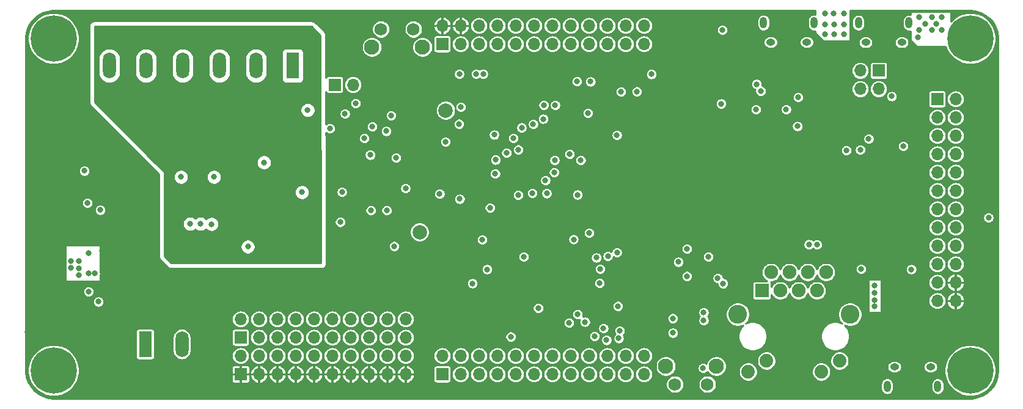
<source format=gbr>
G04 #@! TF.GenerationSoftware,KiCad,Pcbnew,(5.1.2)-1*
G04 #@! TF.CreationDate,2019-05-25T18:32:03-03:00*
G04 #@! TF.ProjectId,dragonmanh7,64726167-6f6e-46d6-916e-68372e6b6963,rev?*
G04 #@! TF.SameCoordinates,Original*
G04 #@! TF.FileFunction,Copper,L3,Inr*
G04 #@! TF.FilePolarity,Positive*
%FSLAX46Y46*%
G04 Gerber Fmt 4.6, Leading zero omitted, Abs format (unit mm)*
G04 Created by KiCad (PCBNEW (5.1.2)-1) date 2019-05-25 18:32:03*
%MOMM*%
%LPD*%
G04 APERTURE LIST*
%ADD10R,1.800000X3.600000*%
%ADD11O,1.800000X3.600000*%
%ADD12C,2.100000*%
%ADD13C,1.750000*%
%ADD14C,2.000000*%
%ADD15R,1.700000X1.700000*%
%ADD16O,1.700000X1.700000*%
%ADD17O,1.000000X1.550000*%
%ADD18O,1.250000X0.950000*%
%ADD19R,1.900000X1.900000*%
%ADD20C,1.900000*%
%ADD21C,1.890000*%
%ADD22C,2.600000*%
%ADD23C,0.800000*%
%ADD24C,6.400000*%
%ADD25C,0.254000*%
G04 APERTURE END LIST*
D10*
X75681840Y-74591820D03*
D11*
X80761840Y-74591820D03*
D10*
X96105980Y-36019740D03*
D11*
X91025980Y-36019740D03*
X85945980Y-36019740D03*
X80865980Y-36019740D03*
X75785980Y-36019740D03*
X70705980Y-36019740D03*
D12*
X147810940Y-77657160D03*
D13*
X149070940Y-80147160D03*
X153570940Y-80147160D03*
D12*
X154820940Y-77657160D03*
X114101160Y-33457680D03*
D13*
X112841160Y-30967680D03*
X108341160Y-30967680D03*
D12*
X107091160Y-33457680D03*
D14*
X113713260Y-59067700D03*
X117304820Y-42224960D03*
D15*
X116840000Y-33020000D03*
D16*
X116840000Y-30480000D03*
X119380000Y-33020000D03*
X119380000Y-30480000D03*
X121920000Y-33020000D03*
X121920000Y-30480000D03*
X124460000Y-33020000D03*
X124460000Y-30480000D03*
X127000000Y-33020000D03*
X127000000Y-30480000D03*
X129540000Y-33020000D03*
X129540000Y-30480000D03*
X132080000Y-33020000D03*
X132080000Y-30480000D03*
X134620000Y-33020000D03*
X134620000Y-30480000D03*
X137160000Y-33020000D03*
X137160000Y-30480000D03*
X139700000Y-33020000D03*
X139700000Y-30480000D03*
X142240000Y-33020000D03*
X142240000Y-30480000D03*
X144780000Y-33020000D03*
X144780000Y-30480000D03*
D17*
X174503200Y-30091400D03*
X181503200Y-30091400D03*
D18*
X180503200Y-32791400D03*
X175503200Y-32791400D03*
D17*
X185491000Y-80424000D03*
X178491000Y-80424000D03*
D18*
X179491000Y-77724000D03*
X184491000Y-77724000D03*
D17*
X161346000Y-30066000D03*
X168346000Y-30066000D03*
D18*
X167346000Y-32766000D03*
X162346000Y-32766000D03*
D19*
X161112200Y-67170300D03*
D20*
X162382200Y-64630300D03*
X163652200Y-67170300D03*
X164922200Y-64630300D03*
X166192200Y-67170300D03*
X167462200Y-64630300D03*
X168732200Y-67170300D03*
X170002200Y-64630300D03*
D21*
X171882200Y-76890300D03*
X169342200Y-78410300D03*
X161772200Y-76890300D03*
X159232200Y-78410300D03*
D22*
X157782200Y-70460300D03*
X173332200Y-70460300D03*
D15*
X88900000Y-78740000D03*
D16*
X88900000Y-76200000D03*
X91440000Y-78740000D03*
X91440000Y-76200000D03*
X93980000Y-78740000D03*
X93980000Y-76200000D03*
X96520000Y-78740000D03*
X96520000Y-76200000D03*
X99060000Y-78740000D03*
X99060000Y-76200000D03*
X101600000Y-78740000D03*
X101600000Y-76200000D03*
X104140000Y-78740000D03*
X104140000Y-76200000D03*
X106680000Y-78740000D03*
X106680000Y-76200000D03*
X109220000Y-78740000D03*
X109220000Y-76200000D03*
X111760000Y-78740000D03*
X111760000Y-76200000D03*
D15*
X88900000Y-73660000D03*
D16*
X88900000Y-71120000D03*
X91440000Y-73660000D03*
X91440000Y-71120000D03*
X93980000Y-73660000D03*
X93980000Y-71120000D03*
X96520000Y-73660000D03*
X96520000Y-71120000D03*
X99060000Y-73660000D03*
X99060000Y-71120000D03*
X101600000Y-73660000D03*
X101600000Y-71120000D03*
X104140000Y-73660000D03*
X104140000Y-71120000D03*
X106680000Y-73660000D03*
X106680000Y-71120000D03*
X109220000Y-73660000D03*
X109220000Y-71120000D03*
X111760000Y-73660000D03*
X111760000Y-71120000D03*
D15*
X101942900Y-38658800D03*
D16*
X104482900Y-38658800D03*
D15*
X177302160Y-36695380D03*
D16*
X177302160Y-39235380D03*
X174762160Y-36695380D03*
X174762160Y-39235380D03*
D15*
X116840000Y-78740000D03*
D16*
X116840000Y-76200000D03*
X119380000Y-78740000D03*
X119380000Y-76200000D03*
X121920000Y-78740000D03*
X121920000Y-76200000D03*
X124460000Y-78740000D03*
X124460000Y-76200000D03*
X127000000Y-78740000D03*
X127000000Y-76200000D03*
X129540000Y-78740000D03*
X129540000Y-76200000D03*
X132080000Y-78740000D03*
X132080000Y-76200000D03*
X134620000Y-78740000D03*
X134620000Y-76200000D03*
X137160000Y-78740000D03*
X137160000Y-76200000D03*
X139700000Y-78740000D03*
X139700000Y-76200000D03*
X142240000Y-78740000D03*
X142240000Y-76200000D03*
X144780000Y-78740000D03*
X144780000Y-76200000D03*
X187960000Y-68580000D03*
X185420000Y-68580000D03*
X187960000Y-66040000D03*
X185420000Y-66040000D03*
X187960000Y-63500000D03*
X185420000Y-63500000D03*
X187960000Y-60960000D03*
X185420000Y-60960000D03*
X187960000Y-58420000D03*
X185420000Y-58420000D03*
X187960000Y-55880000D03*
X185420000Y-55880000D03*
X187960000Y-53340000D03*
X185420000Y-53340000D03*
X187960000Y-50800000D03*
X185420000Y-50800000D03*
X187960000Y-48260000D03*
X185420000Y-48260000D03*
X187960000Y-45720000D03*
X185420000Y-45720000D03*
X187960000Y-43180000D03*
X185420000Y-43180000D03*
X187960000Y-40640000D03*
D15*
X185420000Y-40640000D03*
D23*
X61294944Y-33955056D03*
X62992000Y-34658000D03*
X64689056Y-33955056D03*
X65392000Y-32258000D03*
X64689056Y-30560944D03*
X62992000Y-29858000D03*
X61294944Y-30560944D03*
X60592000Y-32258000D03*
D24*
X62992000Y-32258000D03*
X62992000Y-78232000D03*
D23*
X65392000Y-78232000D03*
X64689056Y-79929056D03*
X62992000Y-80632000D03*
X61294944Y-79929056D03*
X60592000Y-78232000D03*
X61294944Y-76534944D03*
X62992000Y-75832000D03*
X64689056Y-76534944D03*
X188294944Y-33955056D03*
X189992000Y-34658000D03*
X191689056Y-33955056D03*
X192392000Y-32258000D03*
X191689056Y-30560944D03*
X189992000Y-29858000D03*
X188294944Y-30560944D03*
X187592000Y-32258000D03*
D24*
X189992000Y-32258000D03*
X189992000Y-78232000D03*
D23*
X192392000Y-78232000D03*
X191689056Y-79929056D03*
X189992000Y-80632000D03*
X188294944Y-79929056D03*
X187592000Y-78232000D03*
X188294944Y-76534944D03*
X189992000Y-75832000D03*
X191689056Y-76534944D03*
X146080480Y-70073280D03*
X137967720Y-56436260D03*
X139629611Y-41456185D03*
X106293920Y-61153040D03*
X124741940Y-53964840D03*
X131993640Y-69565520D03*
X109166660Y-36558220D03*
X68684140Y-57914540D03*
X70520560Y-57914540D03*
X72425560Y-57937400D03*
X74442320Y-57942480D03*
X71120000Y-66116200D03*
X69761100Y-64693800D03*
X71132700Y-63271400D03*
X69697600Y-61620400D03*
X74422000Y-53340000D03*
X74422000Y-63500000D03*
X74422000Y-61976000D03*
X61976000Y-53340000D03*
X59436000Y-53340000D03*
X68326000Y-53340000D03*
X71374000Y-53340000D03*
X65278000Y-53340000D03*
X59349000Y-72898000D03*
X59436000Y-61976000D03*
X59436000Y-57658000D03*
X59436000Y-67056000D03*
X59436000Y-64516000D03*
X59436000Y-69850000D03*
X59436000Y-59690000D03*
X59436000Y-55626000D03*
X63246000Y-72898000D03*
X63497420Y-69085420D03*
X63497420Y-71117420D03*
X60960000Y-72898000D03*
X62230000Y-67564000D03*
X106845098Y-52438300D03*
X137831260Y-68569140D03*
X135582420Y-68582300D03*
X153451560Y-31074360D03*
X111770160Y-55316120D03*
X122547620Y-39024800D03*
X121513360Y-39024800D03*
X119220220Y-39032420D03*
X123766080Y-57190140D03*
X69761100Y-67386200D03*
X115189000Y-39370000D03*
X124124720Y-46682662D03*
X120629440Y-51516040D03*
X174086398Y-45151160D03*
X166030750Y-42384980D03*
X153629360Y-41287700D03*
X180670200Y-45189140D03*
X117302280Y-46548040D03*
X135590280Y-53901340D03*
X124035820Y-45587920D03*
X148778200Y-71015860D03*
X148778200Y-73019920D03*
X141183360Y-69319140D03*
X137021094Y-42568970D03*
X141607540Y-39616140D03*
X143809720Y-39601140D03*
X137190480Y-59174620D03*
X119265700Y-54477920D03*
X103359504Y-42679482D03*
X130136900Y-69598540D03*
X181838600Y-64231520D03*
X141043660Y-61882020D03*
X69446140Y-56007000D03*
X67688460Y-55039260D03*
X67818000Y-61976000D03*
X67830700Y-67297300D03*
X65405000Y-63982600D03*
X67840620Y-64747380D03*
X68732400Y-64744600D03*
X66506720Y-65065280D03*
X123451620Y-55694580D03*
X134414260Y-71645780D03*
X135600200Y-70457300D03*
X136624060Y-71513700D03*
X141433360Y-72728900D03*
X150746460Y-65173860D03*
X149563060Y-63200520D03*
X155646120Y-31074360D03*
X160378140Y-38580060D03*
X160957260Y-39540180D03*
X167640000Y-60764420D03*
X168750692Y-60811968D03*
X110454440Y-48780700D03*
X111749840Y-53022500D03*
X122512060Y-37149800D03*
X121531620Y-37149800D03*
X119204980Y-37157420D03*
X69189600Y-68707000D03*
X66522600Y-64058800D03*
X66522600Y-63042800D03*
X65405000Y-63093600D03*
X106849760Y-48378960D03*
X101269800Y-44729400D03*
X104835960Y-41221660D03*
X175921722Y-46134673D03*
X124180600Y-50990500D03*
X109743000Y-42911000D03*
X109093000Y-45085000D03*
X119413020Y-41744900D03*
X128135380Y-62501780D03*
X150749000Y-61386720D03*
X67256660Y-50591720D03*
X166032180Y-44404280D03*
X192529260Y-57061100D03*
X102943660Y-53533040D03*
X110185200Y-61023500D03*
X155501340Y-41292780D03*
X180710840Y-47155100D03*
X122384820Y-60111640D03*
X102704900Y-57685940D03*
X179120804Y-40259000D03*
X138653520Y-66146680D03*
X121032110Y-66174665D03*
X138709400Y-64160400D03*
X123058389Y-64231059D03*
X137937670Y-73484310D03*
X126329440Y-73553320D03*
X139174913Y-72377796D03*
X135041640Y-60078620D03*
X138176000Y-62611000D03*
X139603480Y-74033380D03*
X141287492Y-73787000D03*
X139776198Y-62382400D03*
X106941620Y-56073040D03*
X109141260Y-56062880D03*
X125737620Y-48107600D03*
X141038580Y-45633640D03*
X153723340Y-62478920D03*
X172819074Y-47751160D03*
X174752000Y-47650400D03*
X160294320Y-42092880D03*
X164495480Y-42097960D03*
X145806160Y-37203380D03*
X166141400Y-40411400D03*
X176735740Y-66438780D03*
X176735740Y-69347080D03*
X176735740Y-67497960D03*
X176735740Y-68473320D03*
X182753000Y-32131000D03*
X184658000Y-31115000D03*
X184658000Y-29337000D03*
X182880000Y-31115000D03*
X182880000Y-29337000D03*
X183769000Y-30226000D03*
X186055000Y-31115000D03*
X186055000Y-29337000D03*
X185293000Y-30226000D03*
X171173140Y-31635700D03*
X172509180Y-31635700D03*
X169857420Y-31658560D03*
X169903140Y-28829000D03*
X172509180Y-28806140D03*
X171084240Y-28829000D03*
X171173140Y-30299660D03*
X172486320Y-30276800D03*
X169857420Y-30276800D03*
X107155979Y-44450000D03*
X106056186Y-46084941D03*
X153055320Y-71264000D03*
X153055320Y-70214000D03*
X155755732Y-66182632D03*
X155013268Y-65440168D03*
X174876460Y-64190880D03*
X130822700Y-43402511D03*
X129443480Y-44127511D03*
X127835660Y-44594780D03*
X126682500Y-46073060D03*
X127370840Y-47645320D03*
X119171720Y-44091860D03*
X116476780Y-53784500D03*
X124218700Y-49055020D03*
X127351370Y-53952990D03*
X129313938Y-53662580D03*
X131307840Y-53710840D03*
X131135120Y-51925220D03*
X132341620Y-50787300D03*
X132417820Y-49095660D03*
X134495540Y-48280320D03*
X136032240Y-49096228D03*
X137388600Y-38227000D03*
X135518740Y-38210376D03*
X132483860Y-41502490D03*
X130900010Y-41471680D03*
X97403920Y-53540660D03*
X84879180Y-57967880D03*
X81922620Y-57937400D03*
X83365340Y-57937400D03*
X89916000Y-61087000D03*
X92146120Y-49425860D03*
X98191320Y-42169080D03*
X85217000Y-51434998D03*
X80645000Y-51435000D03*
X97309940Y-61153040D03*
X93451680Y-52392580D03*
X80601820Y-53266340D03*
X82931240Y-53284360D03*
X85298520Y-53276740D03*
X86144100Y-54122320D03*
X87049360Y-55027580D03*
X87039200Y-57629040D03*
X87039200Y-58497720D03*
X88767920Y-56164480D03*
X87068660Y-61188600D03*
X152976580Y-77896720D03*
D25*
G36*
X168529000Y-28925871D02*
G01*
X168518706Y-28922748D01*
X168346000Y-28905738D01*
X168173295Y-28922748D01*
X168007226Y-28973125D01*
X167854176Y-29054932D01*
X167720026Y-29165025D01*
X167609933Y-29299175D01*
X167528125Y-29452225D01*
X167477748Y-29618294D01*
X167465000Y-29747727D01*
X167465000Y-30384272D01*
X167477748Y-30513705D01*
X167528125Y-30679774D01*
X167609932Y-30832824D01*
X167720025Y-30966975D01*
X167854175Y-31077068D01*
X168007225Y-31158875D01*
X168173294Y-31209252D01*
X168346000Y-31226262D01*
X168518705Y-31209252D01*
X168529000Y-31206129D01*
X168529000Y-31496000D01*
X168531440Y-31520776D01*
X168538667Y-31544601D01*
X168550403Y-31566557D01*
X168566197Y-31585803D01*
X169582197Y-32601803D01*
X169601443Y-32617597D01*
X169623399Y-32629333D01*
X169647224Y-32636560D01*
X169672000Y-32639000D01*
X173228000Y-32639000D01*
X173252776Y-32636560D01*
X173276601Y-32629333D01*
X173298557Y-32617597D01*
X173317803Y-32601803D01*
X173333597Y-32582557D01*
X173345333Y-32560601D01*
X173352560Y-32536776D01*
X173355000Y-32512000D01*
X173355000Y-29773127D01*
X173622200Y-29773127D01*
X173622200Y-30409672D01*
X173634948Y-30539105D01*
X173685325Y-30705174D01*
X173767132Y-30858224D01*
X173877225Y-30992375D01*
X174011375Y-31102468D01*
X174164425Y-31184275D01*
X174330494Y-31234652D01*
X174503200Y-31251662D01*
X174675905Y-31234652D01*
X174841974Y-31184275D01*
X174995024Y-31102468D01*
X175129175Y-30992375D01*
X175239268Y-30858225D01*
X175321075Y-30705175D01*
X175371452Y-30539106D01*
X175384200Y-30409673D01*
X175384200Y-29773127D01*
X180622200Y-29773127D01*
X180622200Y-30409672D01*
X180634948Y-30539105D01*
X180685325Y-30705174D01*
X180767132Y-30858224D01*
X180877225Y-30992375D01*
X181011375Y-31102468D01*
X181164425Y-31184275D01*
X181330494Y-31234652D01*
X181503200Y-31251662D01*
X181675905Y-31234652D01*
X181737000Y-31216119D01*
X181737000Y-32512000D01*
X181739440Y-32536776D01*
X181746667Y-32560601D01*
X181758403Y-32582557D01*
X181774197Y-32601803D01*
X182536197Y-33363803D01*
X182555443Y-33379597D01*
X182577399Y-33391333D01*
X182601224Y-33398560D01*
X182626000Y-33401000D01*
X186589400Y-33401000D01*
X186818559Y-33954240D01*
X187210456Y-34540754D01*
X187709246Y-35039544D01*
X188295760Y-35431441D01*
X188947461Y-35701384D01*
X189639302Y-35839000D01*
X190344698Y-35839000D01*
X191036539Y-35701384D01*
X191688240Y-35431441D01*
X192274754Y-35039544D01*
X192773544Y-34540754D01*
X193165441Y-33954240D01*
X193435384Y-33302539D01*
X193573000Y-32610698D01*
X193573000Y-31905302D01*
X193435384Y-31213461D01*
X193165441Y-30561760D01*
X192773544Y-29975246D01*
X192274754Y-29476456D01*
X191688240Y-29084559D01*
X191036539Y-28814616D01*
X190344698Y-28677000D01*
X189639302Y-28677000D01*
X188947461Y-28814616D01*
X188295760Y-29084559D01*
X187709246Y-29476456D01*
X187325000Y-29860702D01*
X187325000Y-28702000D01*
X187322560Y-28677224D01*
X187315333Y-28653399D01*
X187303597Y-28631443D01*
X187287803Y-28612197D01*
X187268557Y-28596403D01*
X187246601Y-28584667D01*
X187222776Y-28577440D01*
X187198000Y-28575000D01*
X186227442Y-28575000D01*
X186131922Y-28556000D01*
X185978078Y-28556000D01*
X185882558Y-28575000D01*
X184830442Y-28575000D01*
X184734922Y-28556000D01*
X184581078Y-28556000D01*
X184485558Y-28575000D01*
X183052442Y-28575000D01*
X182956922Y-28556000D01*
X182803078Y-28556000D01*
X182707558Y-28575000D01*
X181864000Y-28575000D01*
X181839224Y-28577440D01*
X181815399Y-28584667D01*
X181793443Y-28596403D01*
X181774197Y-28612197D01*
X181758403Y-28631443D01*
X181746667Y-28653399D01*
X181739440Y-28677224D01*
X181737000Y-28702000D01*
X181737000Y-28966681D01*
X181675906Y-28948148D01*
X181503200Y-28931138D01*
X181330495Y-28948148D01*
X181164426Y-28998525D01*
X181011376Y-29080332D01*
X180877226Y-29190425D01*
X180767133Y-29324575D01*
X180685325Y-29477625D01*
X180634948Y-29643694D01*
X180622200Y-29773127D01*
X175384200Y-29773127D01*
X175371452Y-29643694D01*
X175321075Y-29477625D01*
X175239268Y-29324575D01*
X175129175Y-29190425D01*
X174995025Y-29080332D01*
X174841975Y-28998525D01*
X174675906Y-28948148D01*
X174503200Y-28931138D01*
X174330495Y-28948148D01*
X174164426Y-28998525D01*
X174011376Y-29080332D01*
X173877226Y-29190425D01*
X173767133Y-29324575D01*
X173685325Y-29477625D01*
X173634948Y-29643694D01*
X173622200Y-29773127D01*
X173355000Y-29773127D01*
X173355000Y-28396000D01*
X189970293Y-28396000D01*
X190721898Y-28467709D01*
X191425452Y-28674109D01*
X192077292Y-29009829D01*
X192653882Y-29462747D01*
X193134429Y-30016529D01*
X193501589Y-30651189D01*
X193742111Y-31343824D01*
X193849648Y-32085490D01*
X193854000Y-32263576D01*
X193854001Y-78210282D01*
X193782291Y-78961898D01*
X193575890Y-79665452D01*
X193240172Y-80317290D01*
X192787253Y-80893882D01*
X192233471Y-81374429D01*
X191598814Y-81741588D01*
X190906181Y-81982110D01*
X190164510Y-82089648D01*
X189986424Y-82094000D01*
X63013708Y-82094000D01*
X62262102Y-82022291D01*
X61558548Y-81815890D01*
X60906710Y-81480172D01*
X60330118Y-81027253D01*
X59849571Y-80473471D01*
X59482412Y-79838814D01*
X59241890Y-79146181D01*
X59134352Y-78404510D01*
X59130000Y-78226424D01*
X59130000Y-77879302D01*
X59411000Y-77879302D01*
X59411000Y-78584698D01*
X59548616Y-79276539D01*
X59818559Y-79928240D01*
X60210456Y-80514754D01*
X60709246Y-81013544D01*
X61295760Y-81405441D01*
X61947461Y-81675384D01*
X62639302Y-81813000D01*
X63344698Y-81813000D01*
X64036539Y-81675384D01*
X64688240Y-81405441D01*
X65274754Y-81013544D01*
X65773544Y-80514754D01*
X66101820Y-80023455D01*
X147814940Y-80023455D01*
X147814940Y-80270865D01*
X147863208Y-80513522D01*
X147957887Y-80742099D01*
X148095341Y-80947813D01*
X148270287Y-81122759D01*
X148476001Y-81260213D01*
X148704578Y-81354892D01*
X148947235Y-81403160D01*
X149194645Y-81403160D01*
X149437302Y-81354892D01*
X149665879Y-81260213D01*
X149871593Y-81122759D01*
X150046539Y-80947813D01*
X150183993Y-80742099D01*
X150278672Y-80513522D01*
X150326940Y-80270865D01*
X150326940Y-80023455D01*
X152314940Y-80023455D01*
X152314940Y-80270865D01*
X152363208Y-80513522D01*
X152457887Y-80742099D01*
X152595341Y-80947813D01*
X152770287Y-81122759D01*
X152976001Y-81260213D01*
X153204578Y-81354892D01*
X153447235Y-81403160D01*
X153694645Y-81403160D01*
X153937302Y-81354892D01*
X154165879Y-81260213D01*
X154371593Y-81122759D01*
X154546539Y-80947813D01*
X154683993Y-80742099D01*
X154778672Y-80513522D01*
X154826940Y-80270865D01*
X154826940Y-80105728D01*
X177610000Y-80105728D01*
X177610000Y-80742273D01*
X177622748Y-80871706D01*
X177673125Y-81037775D01*
X177754933Y-81190825D01*
X177865026Y-81324975D01*
X177999176Y-81435068D01*
X178152226Y-81516875D01*
X178318295Y-81567252D01*
X178491000Y-81584262D01*
X178663706Y-81567252D01*
X178829775Y-81516875D01*
X178982825Y-81435068D01*
X179116975Y-81324975D01*
X179227068Y-81190825D01*
X179308875Y-81037775D01*
X179359252Y-80871706D01*
X179372000Y-80742273D01*
X179372000Y-80105728D01*
X184610000Y-80105728D01*
X184610000Y-80742273D01*
X184622748Y-80871706D01*
X184673125Y-81037775D01*
X184754933Y-81190825D01*
X184865026Y-81324975D01*
X184999176Y-81435068D01*
X185152226Y-81516875D01*
X185318295Y-81567252D01*
X185491000Y-81584262D01*
X185663706Y-81567252D01*
X185829775Y-81516875D01*
X185982825Y-81435068D01*
X186116975Y-81324975D01*
X186227068Y-81190825D01*
X186308875Y-81037775D01*
X186359252Y-80871706D01*
X186372000Y-80742273D01*
X186372000Y-80105727D01*
X186359252Y-79976294D01*
X186308875Y-79810225D01*
X186227068Y-79657175D01*
X186116975Y-79523025D01*
X185982824Y-79412932D01*
X185829774Y-79331125D01*
X185663705Y-79280748D01*
X185491000Y-79263738D01*
X185318294Y-79280748D01*
X185152225Y-79331125D01*
X184999175Y-79412932D01*
X184865025Y-79523025D01*
X184754932Y-79657176D01*
X184673125Y-79810226D01*
X184622748Y-79976295D01*
X184610000Y-80105728D01*
X179372000Y-80105728D01*
X179372000Y-80105727D01*
X179359252Y-79976294D01*
X179308875Y-79810225D01*
X179227068Y-79657175D01*
X179116975Y-79523025D01*
X178982824Y-79412932D01*
X178829774Y-79331125D01*
X178663705Y-79280748D01*
X178491000Y-79263738D01*
X178318294Y-79280748D01*
X178152225Y-79331125D01*
X177999175Y-79412932D01*
X177865025Y-79523025D01*
X177754932Y-79657176D01*
X177673125Y-79810226D01*
X177622748Y-79976295D01*
X177610000Y-80105728D01*
X154826940Y-80105728D01*
X154826940Y-80023455D01*
X154778672Y-79780798D01*
X154683993Y-79552221D01*
X154546539Y-79346507D01*
X154371593Y-79171561D01*
X154165879Y-79034107D01*
X153937302Y-78939428D01*
X153694645Y-78891160D01*
X153447235Y-78891160D01*
X153204578Y-78939428D01*
X152976001Y-79034107D01*
X152770287Y-79171561D01*
X152595341Y-79346507D01*
X152457887Y-79552221D01*
X152363208Y-79780798D01*
X152314940Y-80023455D01*
X150326940Y-80023455D01*
X150278672Y-79780798D01*
X150183993Y-79552221D01*
X150046539Y-79346507D01*
X149871593Y-79171561D01*
X149665879Y-79034107D01*
X149437302Y-78939428D01*
X149194645Y-78891160D01*
X148947235Y-78891160D01*
X148704578Y-78939428D01*
X148476001Y-79034107D01*
X148270287Y-79171561D01*
X148095341Y-79346507D01*
X147957887Y-79552221D01*
X147863208Y-79780798D01*
X147814940Y-80023455D01*
X66101820Y-80023455D01*
X66165441Y-79928240D01*
X66305544Y-79590000D01*
X87620934Y-79590000D01*
X87629178Y-79673707D01*
X87653595Y-79754196D01*
X87693245Y-79828376D01*
X87746605Y-79893395D01*
X87811624Y-79946755D01*
X87885804Y-79986405D01*
X87966293Y-80010822D01*
X88050000Y-80019066D01*
X88770250Y-80017000D01*
X88877000Y-79910250D01*
X88877000Y-78763000D01*
X88923000Y-78763000D01*
X88923000Y-79910250D01*
X89029750Y-80017000D01*
X89750000Y-80019066D01*
X89833707Y-80010822D01*
X89914196Y-79986405D01*
X89988376Y-79946755D01*
X90053395Y-79893395D01*
X90106755Y-79828376D01*
X90146405Y-79754196D01*
X90170822Y-79673707D01*
X90179066Y-79590000D01*
X90177266Y-78962451D01*
X90182523Y-78962451D01*
X90250083Y-79203498D01*
X90363371Y-79426733D01*
X90518033Y-79623578D01*
X90708126Y-79786467D01*
X90926344Y-79909141D01*
X91164302Y-79986886D01*
X91217549Y-79997476D01*
X91417000Y-79910024D01*
X91417000Y-78763000D01*
X91463000Y-78763000D01*
X91463000Y-79910024D01*
X91662451Y-79997476D01*
X91715698Y-79986886D01*
X91953656Y-79909141D01*
X92171874Y-79786467D01*
X92361967Y-79623578D01*
X92516629Y-79426733D01*
X92629917Y-79203498D01*
X92697477Y-78962451D01*
X92722523Y-78962451D01*
X92790083Y-79203498D01*
X92903371Y-79426733D01*
X93058033Y-79623578D01*
X93248126Y-79786467D01*
X93466344Y-79909141D01*
X93704302Y-79986886D01*
X93757549Y-79997476D01*
X93957000Y-79910024D01*
X93957000Y-78763000D01*
X94003000Y-78763000D01*
X94003000Y-79910024D01*
X94202451Y-79997476D01*
X94255698Y-79986886D01*
X94493656Y-79909141D01*
X94711874Y-79786467D01*
X94901967Y-79623578D01*
X95056629Y-79426733D01*
X95169917Y-79203498D01*
X95237477Y-78962451D01*
X95262523Y-78962451D01*
X95330083Y-79203498D01*
X95443371Y-79426733D01*
X95598033Y-79623578D01*
X95788126Y-79786467D01*
X96006344Y-79909141D01*
X96244302Y-79986886D01*
X96297549Y-79997476D01*
X96497000Y-79910024D01*
X96497000Y-78763000D01*
X96543000Y-78763000D01*
X96543000Y-79910024D01*
X96742451Y-79997476D01*
X96795698Y-79986886D01*
X97033656Y-79909141D01*
X97251874Y-79786467D01*
X97441967Y-79623578D01*
X97596629Y-79426733D01*
X97709917Y-79203498D01*
X97777477Y-78962451D01*
X97802523Y-78962451D01*
X97870083Y-79203498D01*
X97983371Y-79426733D01*
X98138033Y-79623578D01*
X98328126Y-79786467D01*
X98546344Y-79909141D01*
X98784302Y-79986886D01*
X98837549Y-79997476D01*
X99037000Y-79910024D01*
X99037000Y-78763000D01*
X99083000Y-78763000D01*
X99083000Y-79910024D01*
X99282451Y-79997476D01*
X99335698Y-79986886D01*
X99573656Y-79909141D01*
X99791874Y-79786467D01*
X99981967Y-79623578D01*
X100136629Y-79426733D01*
X100249917Y-79203498D01*
X100317477Y-78962451D01*
X100342523Y-78962451D01*
X100410083Y-79203498D01*
X100523371Y-79426733D01*
X100678033Y-79623578D01*
X100868126Y-79786467D01*
X101086344Y-79909141D01*
X101324302Y-79986886D01*
X101377549Y-79997476D01*
X101577000Y-79910024D01*
X101577000Y-78763000D01*
X101623000Y-78763000D01*
X101623000Y-79910024D01*
X101822451Y-79997476D01*
X101875698Y-79986886D01*
X102113656Y-79909141D01*
X102331874Y-79786467D01*
X102521967Y-79623578D01*
X102676629Y-79426733D01*
X102789917Y-79203498D01*
X102857477Y-78962451D01*
X102882523Y-78962451D01*
X102950083Y-79203498D01*
X103063371Y-79426733D01*
X103218033Y-79623578D01*
X103408126Y-79786467D01*
X103626344Y-79909141D01*
X103864302Y-79986886D01*
X103917549Y-79997476D01*
X104117000Y-79910024D01*
X104117000Y-78763000D01*
X104163000Y-78763000D01*
X104163000Y-79910024D01*
X104362451Y-79997476D01*
X104415698Y-79986886D01*
X104653656Y-79909141D01*
X104871874Y-79786467D01*
X105061967Y-79623578D01*
X105216629Y-79426733D01*
X105329917Y-79203498D01*
X105397477Y-78962451D01*
X105422523Y-78962451D01*
X105490083Y-79203498D01*
X105603371Y-79426733D01*
X105758033Y-79623578D01*
X105948126Y-79786467D01*
X106166344Y-79909141D01*
X106404302Y-79986886D01*
X106457549Y-79997476D01*
X106657000Y-79910024D01*
X106657000Y-78763000D01*
X106703000Y-78763000D01*
X106703000Y-79910024D01*
X106902451Y-79997476D01*
X106955698Y-79986886D01*
X107193656Y-79909141D01*
X107411874Y-79786467D01*
X107601967Y-79623578D01*
X107756629Y-79426733D01*
X107869917Y-79203498D01*
X107937477Y-78962451D01*
X107962523Y-78962451D01*
X108030083Y-79203498D01*
X108143371Y-79426733D01*
X108298033Y-79623578D01*
X108488126Y-79786467D01*
X108706344Y-79909141D01*
X108944302Y-79986886D01*
X108997549Y-79997476D01*
X109197000Y-79910024D01*
X109197000Y-78763000D01*
X109243000Y-78763000D01*
X109243000Y-79910024D01*
X109442451Y-79997476D01*
X109495698Y-79986886D01*
X109733656Y-79909141D01*
X109951874Y-79786467D01*
X110141967Y-79623578D01*
X110296629Y-79426733D01*
X110409917Y-79203498D01*
X110477477Y-78962451D01*
X110502523Y-78962451D01*
X110570083Y-79203498D01*
X110683371Y-79426733D01*
X110838033Y-79623578D01*
X111028126Y-79786467D01*
X111246344Y-79909141D01*
X111484302Y-79986886D01*
X111537549Y-79997476D01*
X111737000Y-79910024D01*
X111737000Y-78763000D01*
X111783000Y-78763000D01*
X111783000Y-79910024D01*
X111982451Y-79997476D01*
X112035698Y-79986886D01*
X112273656Y-79909141D01*
X112491874Y-79786467D01*
X112681967Y-79623578D01*
X112836629Y-79426733D01*
X112949917Y-79203498D01*
X113017477Y-78962451D01*
X112930044Y-78763000D01*
X111783000Y-78763000D01*
X111737000Y-78763000D01*
X110589956Y-78763000D01*
X110502523Y-78962451D01*
X110477477Y-78962451D01*
X110390044Y-78763000D01*
X109243000Y-78763000D01*
X109197000Y-78763000D01*
X108049956Y-78763000D01*
X107962523Y-78962451D01*
X107937477Y-78962451D01*
X107850044Y-78763000D01*
X106703000Y-78763000D01*
X106657000Y-78763000D01*
X105509956Y-78763000D01*
X105422523Y-78962451D01*
X105397477Y-78962451D01*
X105310044Y-78763000D01*
X104163000Y-78763000D01*
X104117000Y-78763000D01*
X102969956Y-78763000D01*
X102882523Y-78962451D01*
X102857477Y-78962451D01*
X102770044Y-78763000D01*
X101623000Y-78763000D01*
X101577000Y-78763000D01*
X100429956Y-78763000D01*
X100342523Y-78962451D01*
X100317477Y-78962451D01*
X100230044Y-78763000D01*
X99083000Y-78763000D01*
X99037000Y-78763000D01*
X97889956Y-78763000D01*
X97802523Y-78962451D01*
X97777477Y-78962451D01*
X97690044Y-78763000D01*
X96543000Y-78763000D01*
X96497000Y-78763000D01*
X95349956Y-78763000D01*
X95262523Y-78962451D01*
X95237477Y-78962451D01*
X95150044Y-78763000D01*
X94003000Y-78763000D01*
X93957000Y-78763000D01*
X92809956Y-78763000D01*
X92722523Y-78962451D01*
X92697477Y-78962451D01*
X92610044Y-78763000D01*
X91463000Y-78763000D01*
X91417000Y-78763000D01*
X90269956Y-78763000D01*
X90182523Y-78962451D01*
X90177266Y-78962451D01*
X90177000Y-78869750D01*
X90070250Y-78763000D01*
X88923000Y-78763000D01*
X88877000Y-78763000D01*
X87729750Y-78763000D01*
X87623000Y-78869750D01*
X87620934Y-79590000D01*
X66305544Y-79590000D01*
X66435384Y-79276539D01*
X66573000Y-78584698D01*
X66573000Y-77890000D01*
X87620934Y-77890000D01*
X87623000Y-78610250D01*
X87729750Y-78717000D01*
X88877000Y-78717000D01*
X88877000Y-77569750D01*
X88923000Y-77569750D01*
X88923000Y-78717000D01*
X90070250Y-78717000D01*
X90177000Y-78610250D01*
X90177265Y-78517549D01*
X90182523Y-78517549D01*
X90269956Y-78717000D01*
X91417000Y-78717000D01*
X91417000Y-77569976D01*
X91463000Y-77569976D01*
X91463000Y-78717000D01*
X92610044Y-78717000D01*
X92697477Y-78517549D01*
X92722523Y-78517549D01*
X92809956Y-78717000D01*
X93957000Y-78717000D01*
X93957000Y-77569976D01*
X94003000Y-77569976D01*
X94003000Y-78717000D01*
X95150044Y-78717000D01*
X95237477Y-78517549D01*
X95262523Y-78517549D01*
X95349956Y-78717000D01*
X96497000Y-78717000D01*
X96497000Y-77569976D01*
X96543000Y-77569976D01*
X96543000Y-78717000D01*
X97690044Y-78717000D01*
X97777477Y-78517549D01*
X97802523Y-78517549D01*
X97889956Y-78717000D01*
X99037000Y-78717000D01*
X99037000Y-77569976D01*
X99083000Y-77569976D01*
X99083000Y-78717000D01*
X100230044Y-78717000D01*
X100317477Y-78517549D01*
X100342523Y-78517549D01*
X100429956Y-78717000D01*
X101577000Y-78717000D01*
X101577000Y-77569976D01*
X101623000Y-77569976D01*
X101623000Y-78717000D01*
X102770044Y-78717000D01*
X102857477Y-78517549D01*
X102882523Y-78517549D01*
X102969956Y-78717000D01*
X104117000Y-78717000D01*
X104117000Y-77569976D01*
X104163000Y-77569976D01*
X104163000Y-78717000D01*
X105310044Y-78717000D01*
X105397477Y-78517549D01*
X105422523Y-78517549D01*
X105509956Y-78717000D01*
X106657000Y-78717000D01*
X106657000Y-77569976D01*
X106703000Y-77569976D01*
X106703000Y-78717000D01*
X107850044Y-78717000D01*
X107937477Y-78517549D01*
X107962523Y-78517549D01*
X108049956Y-78717000D01*
X109197000Y-78717000D01*
X109197000Y-77569976D01*
X109243000Y-77569976D01*
X109243000Y-78717000D01*
X110390044Y-78717000D01*
X110477477Y-78517549D01*
X110502523Y-78517549D01*
X110589956Y-78717000D01*
X111737000Y-78717000D01*
X111737000Y-77569976D01*
X111783000Y-77569976D01*
X111783000Y-78717000D01*
X112930044Y-78717000D01*
X113017477Y-78517549D01*
X112949917Y-78276502D01*
X112836629Y-78053267D01*
X112708350Y-77890000D01*
X115607157Y-77890000D01*
X115607157Y-79590000D01*
X115614513Y-79664689D01*
X115636299Y-79736508D01*
X115671678Y-79802696D01*
X115719289Y-79860711D01*
X115777304Y-79908322D01*
X115843492Y-79943701D01*
X115915311Y-79965487D01*
X115990000Y-79972843D01*
X117690000Y-79972843D01*
X117764689Y-79965487D01*
X117836508Y-79943701D01*
X117902696Y-79908322D01*
X117960711Y-79860711D01*
X118008322Y-79802696D01*
X118043701Y-79736508D01*
X118065487Y-79664689D01*
X118072843Y-79590000D01*
X118072843Y-78740000D01*
X118143044Y-78740000D01*
X118166812Y-78981318D01*
X118237202Y-79213363D01*
X118351509Y-79427216D01*
X118505340Y-79614660D01*
X118692784Y-79768491D01*
X118906637Y-79882798D01*
X119138682Y-79953188D01*
X119319528Y-79971000D01*
X119440472Y-79971000D01*
X119621318Y-79953188D01*
X119853363Y-79882798D01*
X120067216Y-79768491D01*
X120254660Y-79614660D01*
X120408491Y-79427216D01*
X120522798Y-79213363D01*
X120593188Y-78981318D01*
X120616956Y-78740000D01*
X120683044Y-78740000D01*
X120706812Y-78981318D01*
X120777202Y-79213363D01*
X120891509Y-79427216D01*
X121045340Y-79614660D01*
X121232784Y-79768491D01*
X121446637Y-79882798D01*
X121678682Y-79953188D01*
X121859528Y-79971000D01*
X121980472Y-79971000D01*
X122161318Y-79953188D01*
X122393363Y-79882798D01*
X122607216Y-79768491D01*
X122794660Y-79614660D01*
X122948491Y-79427216D01*
X123062798Y-79213363D01*
X123133188Y-78981318D01*
X123156956Y-78740000D01*
X123223044Y-78740000D01*
X123246812Y-78981318D01*
X123317202Y-79213363D01*
X123431509Y-79427216D01*
X123585340Y-79614660D01*
X123772784Y-79768491D01*
X123986637Y-79882798D01*
X124218682Y-79953188D01*
X124399528Y-79971000D01*
X124520472Y-79971000D01*
X124701318Y-79953188D01*
X124933363Y-79882798D01*
X125147216Y-79768491D01*
X125334660Y-79614660D01*
X125488491Y-79427216D01*
X125602798Y-79213363D01*
X125673188Y-78981318D01*
X125696956Y-78740000D01*
X125763044Y-78740000D01*
X125786812Y-78981318D01*
X125857202Y-79213363D01*
X125971509Y-79427216D01*
X126125340Y-79614660D01*
X126312784Y-79768491D01*
X126526637Y-79882798D01*
X126758682Y-79953188D01*
X126939528Y-79971000D01*
X127060472Y-79971000D01*
X127241318Y-79953188D01*
X127473363Y-79882798D01*
X127687216Y-79768491D01*
X127874660Y-79614660D01*
X128028491Y-79427216D01*
X128142798Y-79213363D01*
X128213188Y-78981318D01*
X128236956Y-78740000D01*
X128303044Y-78740000D01*
X128326812Y-78981318D01*
X128397202Y-79213363D01*
X128511509Y-79427216D01*
X128665340Y-79614660D01*
X128852784Y-79768491D01*
X129066637Y-79882798D01*
X129298682Y-79953188D01*
X129479528Y-79971000D01*
X129600472Y-79971000D01*
X129781318Y-79953188D01*
X130013363Y-79882798D01*
X130227216Y-79768491D01*
X130414660Y-79614660D01*
X130568491Y-79427216D01*
X130682798Y-79213363D01*
X130753188Y-78981318D01*
X130776956Y-78740000D01*
X130843044Y-78740000D01*
X130866812Y-78981318D01*
X130937202Y-79213363D01*
X131051509Y-79427216D01*
X131205340Y-79614660D01*
X131392784Y-79768491D01*
X131606637Y-79882798D01*
X131838682Y-79953188D01*
X132019528Y-79971000D01*
X132140472Y-79971000D01*
X132321318Y-79953188D01*
X132553363Y-79882798D01*
X132767216Y-79768491D01*
X132954660Y-79614660D01*
X133108491Y-79427216D01*
X133222798Y-79213363D01*
X133293188Y-78981318D01*
X133316956Y-78740000D01*
X133383044Y-78740000D01*
X133406812Y-78981318D01*
X133477202Y-79213363D01*
X133591509Y-79427216D01*
X133745340Y-79614660D01*
X133932784Y-79768491D01*
X134146637Y-79882798D01*
X134378682Y-79953188D01*
X134559528Y-79971000D01*
X134680472Y-79971000D01*
X134861318Y-79953188D01*
X135093363Y-79882798D01*
X135307216Y-79768491D01*
X135494660Y-79614660D01*
X135648491Y-79427216D01*
X135762798Y-79213363D01*
X135833188Y-78981318D01*
X135856956Y-78740000D01*
X135923044Y-78740000D01*
X135946812Y-78981318D01*
X136017202Y-79213363D01*
X136131509Y-79427216D01*
X136285340Y-79614660D01*
X136472784Y-79768491D01*
X136686637Y-79882798D01*
X136918682Y-79953188D01*
X137099528Y-79971000D01*
X137220472Y-79971000D01*
X137401318Y-79953188D01*
X137633363Y-79882798D01*
X137847216Y-79768491D01*
X138034660Y-79614660D01*
X138188491Y-79427216D01*
X138302798Y-79213363D01*
X138373188Y-78981318D01*
X138396956Y-78740000D01*
X138463044Y-78740000D01*
X138486812Y-78981318D01*
X138557202Y-79213363D01*
X138671509Y-79427216D01*
X138825340Y-79614660D01*
X139012784Y-79768491D01*
X139226637Y-79882798D01*
X139458682Y-79953188D01*
X139639528Y-79971000D01*
X139760472Y-79971000D01*
X139941318Y-79953188D01*
X140173363Y-79882798D01*
X140387216Y-79768491D01*
X140574660Y-79614660D01*
X140728491Y-79427216D01*
X140842798Y-79213363D01*
X140913188Y-78981318D01*
X140936956Y-78740000D01*
X141003044Y-78740000D01*
X141026812Y-78981318D01*
X141097202Y-79213363D01*
X141211509Y-79427216D01*
X141365340Y-79614660D01*
X141552784Y-79768491D01*
X141766637Y-79882798D01*
X141998682Y-79953188D01*
X142179528Y-79971000D01*
X142300472Y-79971000D01*
X142481318Y-79953188D01*
X142713363Y-79882798D01*
X142927216Y-79768491D01*
X143114660Y-79614660D01*
X143268491Y-79427216D01*
X143382798Y-79213363D01*
X143453188Y-78981318D01*
X143476956Y-78740000D01*
X143543044Y-78740000D01*
X143566812Y-78981318D01*
X143637202Y-79213363D01*
X143751509Y-79427216D01*
X143905340Y-79614660D01*
X144092784Y-79768491D01*
X144306637Y-79882798D01*
X144538682Y-79953188D01*
X144719528Y-79971000D01*
X144840472Y-79971000D01*
X145021318Y-79953188D01*
X145253363Y-79882798D01*
X145467216Y-79768491D01*
X145654660Y-79614660D01*
X145808491Y-79427216D01*
X145922798Y-79213363D01*
X145993188Y-78981318D01*
X146016956Y-78740000D01*
X145993188Y-78498682D01*
X145922798Y-78266637D01*
X145808491Y-78052784D01*
X145654660Y-77865340D01*
X145467216Y-77711509D01*
X145253363Y-77597202D01*
X145021318Y-77526812D01*
X144913767Y-77516219D01*
X146379940Y-77516219D01*
X146379940Y-77798101D01*
X146434933Y-78074567D01*
X146542804Y-78334993D01*
X146699410Y-78569369D01*
X146898731Y-78768690D01*
X147133107Y-78925296D01*
X147393533Y-79033167D01*
X147669999Y-79088160D01*
X147951881Y-79088160D01*
X148228347Y-79033167D01*
X148488773Y-78925296D01*
X148723149Y-78768690D01*
X148922470Y-78569369D01*
X149079076Y-78334993D01*
X149186947Y-78074567D01*
X149237624Y-77819798D01*
X152195580Y-77819798D01*
X152195580Y-77973642D01*
X152225593Y-78124529D01*
X152284467Y-78266662D01*
X152369938Y-78394579D01*
X152478721Y-78503362D01*
X152606638Y-78588833D01*
X152748771Y-78647707D01*
X152899658Y-78677720D01*
X153053502Y-78677720D01*
X153204389Y-78647707D01*
X153346522Y-78588833D01*
X153474439Y-78503362D01*
X153583222Y-78394579D01*
X153587920Y-78387548D01*
X153709410Y-78569369D01*
X153908731Y-78768690D01*
X154143107Y-78925296D01*
X154403533Y-79033167D01*
X154679999Y-79088160D01*
X154961881Y-79088160D01*
X155238347Y-79033167D01*
X155498773Y-78925296D01*
X155733149Y-78768690D01*
X155932470Y-78569369D01*
X156089076Y-78334993D01*
X156111978Y-78279700D01*
X157906200Y-78279700D01*
X157906200Y-78540900D01*
X157957157Y-78797080D01*
X158057114Y-79038397D01*
X158202229Y-79255576D01*
X158386924Y-79440271D01*
X158604103Y-79585386D01*
X158845420Y-79685343D01*
X159101600Y-79736300D01*
X159362800Y-79736300D01*
X159618980Y-79685343D01*
X159860297Y-79585386D01*
X160077476Y-79440271D01*
X160262171Y-79255576D01*
X160407286Y-79038397D01*
X160507243Y-78797080D01*
X160558200Y-78540900D01*
X160558200Y-78279700D01*
X168016200Y-78279700D01*
X168016200Y-78540900D01*
X168067157Y-78797080D01*
X168167114Y-79038397D01*
X168312229Y-79255576D01*
X168496924Y-79440271D01*
X168714103Y-79585386D01*
X168955420Y-79685343D01*
X169211600Y-79736300D01*
X169472800Y-79736300D01*
X169728980Y-79685343D01*
X169970297Y-79585386D01*
X170187476Y-79440271D01*
X170372171Y-79255576D01*
X170517286Y-79038397D01*
X170617243Y-78797080D01*
X170668200Y-78540900D01*
X170668200Y-78279700D01*
X170617243Y-78023520D01*
X170517286Y-77782203D01*
X170372171Y-77565024D01*
X170187476Y-77380329D01*
X169970297Y-77235214D01*
X169728980Y-77135257D01*
X169472800Y-77084300D01*
X169211600Y-77084300D01*
X168955420Y-77135257D01*
X168714103Y-77235214D01*
X168496924Y-77380329D01*
X168312229Y-77565024D01*
X168167114Y-77782203D01*
X168067157Y-78023520D01*
X168016200Y-78279700D01*
X160558200Y-78279700D01*
X160507243Y-78023520D01*
X160407286Y-77782203D01*
X160262171Y-77565024D01*
X160077476Y-77380329D01*
X159860297Y-77235214D01*
X159618980Y-77135257D01*
X159362800Y-77084300D01*
X159101600Y-77084300D01*
X158845420Y-77135257D01*
X158604103Y-77235214D01*
X158386924Y-77380329D01*
X158202229Y-77565024D01*
X158057114Y-77782203D01*
X157957157Y-78023520D01*
X157906200Y-78279700D01*
X156111978Y-78279700D01*
X156196947Y-78074567D01*
X156251940Y-77798101D01*
X156251940Y-77516219D01*
X156196947Y-77239753D01*
X156089076Y-76979327D01*
X155942326Y-76759700D01*
X160446200Y-76759700D01*
X160446200Y-77020900D01*
X160497157Y-77277080D01*
X160597114Y-77518397D01*
X160742229Y-77735576D01*
X160926924Y-77920271D01*
X161144103Y-78065386D01*
X161385420Y-78165343D01*
X161641600Y-78216300D01*
X161902800Y-78216300D01*
X162158980Y-78165343D01*
X162400297Y-78065386D01*
X162617476Y-77920271D01*
X162802171Y-77735576D01*
X162947286Y-77518397D01*
X163047243Y-77277080D01*
X163098200Y-77020900D01*
X163098200Y-76759700D01*
X170556200Y-76759700D01*
X170556200Y-77020900D01*
X170607157Y-77277080D01*
X170707114Y-77518397D01*
X170852229Y-77735576D01*
X171036924Y-77920271D01*
X171254103Y-78065386D01*
X171495420Y-78165343D01*
X171751600Y-78216300D01*
X172012800Y-78216300D01*
X172268980Y-78165343D01*
X172510297Y-78065386D01*
X172727476Y-77920271D01*
X172912171Y-77735576D01*
X172919905Y-77724000D01*
X178480859Y-77724000D01*
X178497386Y-77891805D01*
X178546333Y-78053162D01*
X178625819Y-78201869D01*
X178732788Y-78332212D01*
X178863131Y-78439181D01*
X179011838Y-78518667D01*
X179173195Y-78567614D01*
X179298955Y-78580000D01*
X179683045Y-78580000D01*
X179808805Y-78567614D01*
X179970162Y-78518667D01*
X180118869Y-78439181D01*
X180249212Y-78332212D01*
X180356181Y-78201869D01*
X180435667Y-78053162D01*
X180484614Y-77891805D01*
X180501141Y-77724000D01*
X183480859Y-77724000D01*
X183497386Y-77891805D01*
X183546333Y-78053162D01*
X183625819Y-78201869D01*
X183732788Y-78332212D01*
X183863131Y-78439181D01*
X184011838Y-78518667D01*
X184173195Y-78567614D01*
X184298955Y-78580000D01*
X184683045Y-78580000D01*
X184808805Y-78567614D01*
X184970162Y-78518667D01*
X185118869Y-78439181D01*
X185249212Y-78332212D01*
X185356181Y-78201869D01*
X185435667Y-78053162D01*
X185484614Y-77891805D01*
X185485845Y-77879302D01*
X186411000Y-77879302D01*
X186411000Y-78584698D01*
X186548616Y-79276539D01*
X186818559Y-79928240D01*
X187210456Y-80514754D01*
X187709246Y-81013544D01*
X188295760Y-81405441D01*
X188947461Y-81675384D01*
X189639302Y-81813000D01*
X190344698Y-81813000D01*
X191036539Y-81675384D01*
X191688240Y-81405441D01*
X192274754Y-81013544D01*
X192773544Y-80514754D01*
X193165441Y-79928240D01*
X193435384Y-79276539D01*
X193573000Y-78584698D01*
X193573000Y-77879302D01*
X193435384Y-77187461D01*
X193165441Y-76535760D01*
X192773544Y-75949246D01*
X192274754Y-75450456D01*
X191688240Y-75058559D01*
X191036539Y-74788616D01*
X190344698Y-74651000D01*
X189639302Y-74651000D01*
X188947461Y-74788616D01*
X188295760Y-75058559D01*
X187709246Y-75450456D01*
X187210456Y-75949246D01*
X186818559Y-76535760D01*
X186548616Y-77187461D01*
X186411000Y-77879302D01*
X185485845Y-77879302D01*
X185501141Y-77724000D01*
X185484614Y-77556195D01*
X185435667Y-77394838D01*
X185356181Y-77246131D01*
X185249212Y-77115788D01*
X185118869Y-77008819D01*
X184970162Y-76929333D01*
X184808805Y-76880386D01*
X184683045Y-76868000D01*
X184298955Y-76868000D01*
X184173195Y-76880386D01*
X184011838Y-76929333D01*
X183863131Y-77008819D01*
X183732788Y-77115788D01*
X183625819Y-77246131D01*
X183546333Y-77394838D01*
X183497386Y-77556195D01*
X183480859Y-77724000D01*
X180501141Y-77724000D01*
X180484614Y-77556195D01*
X180435667Y-77394838D01*
X180356181Y-77246131D01*
X180249212Y-77115788D01*
X180118869Y-77008819D01*
X179970162Y-76929333D01*
X179808805Y-76880386D01*
X179683045Y-76868000D01*
X179298955Y-76868000D01*
X179173195Y-76880386D01*
X179011838Y-76929333D01*
X178863131Y-77008819D01*
X178732788Y-77115788D01*
X178625819Y-77246131D01*
X178546333Y-77394838D01*
X178497386Y-77556195D01*
X178480859Y-77724000D01*
X172919905Y-77724000D01*
X173057286Y-77518397D01*
X173157243Y-77277080D01*
X173208200Y-77020900D01*
X173208200Y-76759700D01*
X173157243Y-76503520D01*
X173057286Y-76262203D01*
X172912171Y-76045024D01*
X172727476Y-75860329D01*
X172510297Y-75715214D01*
X172268980Y-75615257D01*
X172012800Y-75564300D01*
X171751600Y-75564300D01*
X171495420Y-75615257D01*
X171254103Y-75715214D01*
X171036924Y-75860329D01*
X170852229Y-76045024D01*
X170707114Y-76262203D01*
X170607157Y-76503520D01*
X170556200Y-76759700D01*
X163098200Y-76759700D01*
X163047243Y-76503520D01*
X162947286Y-76262203D01*
X162802171Y-76045024D01*
X162617476Y-75860329D01*
X162400297Y-75715214D01*
X162158980Y-75615257D01*
X161902800Y-75564300D01*
X161641600Y-75564300D01*
X161385420Y-75615257D01*
X161144103Y-75715214D01*
X160926924Y-75860329D01*
X160742229Y-76045024D01*
X160597114Y-76262203D01*
X160497157Y-76503520D01*
X160446200Y-76759700D01*
X155942326Y-76759700D01*
X155932470Y-76744951D01*
X155733149Y-76545630D01*
X155498773Y-76389024D01*
X155238347Y-76281153D01*
X154961881Y-76226160D01*
X154679999Y-76226160D01*
X154403533Y-76281153D01*
X154143107Y-76389024D01*
X153908731Y-76545630D01*
X153709410Y-76744951D01*
X153552804Y-76979327D01*
X153444933Y-77239753D01*
X153439559Y-77266772D01*
X153346522Y-77204607D01*
X153204389Y-77145733D01*
X153053502Y-77115720D01*
X152899658Y-77115720D01*
X152748771Y-77145733D01*
X152606638Y-77204607D01*
X152478721Y-77290078D01*
X152369938Y-77398861D01*
X152284467Y-77526778D01*
X152225593Y-77668911D01*
X152195580Y-77819798D01*
X149237624Y-77819798D01*
X149241940Y-77798101D01*
X149241940Y-77516219D01*
X149186947Y-77239753D01*
X149079076Y-76979327D01*
X148922470Y-76744951D01*
X148723149Y-76545630D01*
X148488773Y-76389024D01*
X148228347Y-76281153D01*
X147951881Y-76226160D01*
X147669999Y-76226160D01*
X147393533Y-76281153D01*
X147133107Y-76389024D01*
X146898731Y-76545630D01*
X146699410Y-76744951D01*
X146542804Y-76979327D01*
X146434933Y-77239753D01*
X146379940Y-77516219D01*
X144913767Y-77516219D01*
X144840472Y-77509000D01*
X144719528Y-77509000D01*
X144538682Y-77526812D01*
X144306637Y-77597202D01*
X144092784Y-77711509D01*
X143905340Y-77865340D01*
X143751509Y-78052784D01*
X143637202Y-78266637D01*
X143566812Y-78498682D01*
X143543044Y-78740000D01*
X143476956Y-78740000D01*
X143453188Y-78498682D01*
X143382798Y-78266637D01*
X143268491Y-78052784D01*
X143114660Y-77865340D01*
X142927216Y-77711509D01*
X142713363Y-77597202D01*
X142481318Y-77526812D01*
X142300472Y-77509000D01*
X142179528Y-77509000D01*
X141998682Y-77526812D01*
X141766637Y-77597202D01*
X141552784Y-77711509D01*
X141365340Y-77865340D01*
X141211509Y-78052784D01*
X141097202Y-78266637D01*
X141026812Y-78498682D01*
X141003044Y-78740000D01*
X140936956Y-78740000D01*
X140913188Y-78498682D01*
X140842798Y-78266637D01*
X140728491Y-78052784D01*
X140574660Y-77865340D01*
X140387216Y-77711509D01*
X140173363Y-77597202D01*
X139941318Y-77526812D01*
X139760472Y-77509000D01*
X139639528Y-77509000D01*
X139458682Y-77526812D01*
X139226637Y-77597202D01*
X139012784Y-77711509D01*
X138825340Y-77865340D01*
X138671509Y-78052784D01*
X138557202Y-78266637D01*
X138486812Y-78498682D01*
X138463044Y-78740000D01*
X138396956Y-78740000D01*
X138373188Y-78498682D01*
X138302798Y-78266637D01*
X138188491Y-78052784D01*
X138034660Y-77865340D01*
X137847216Y-77711509D01*
X137633363Y-77597202D01*
X137401318Y-77526812D01*
X137220472Y-77509000D01*
X137099528Y-77509000D01*
X136918682Y-77526812D01*
X136686637Y-77597202D01*
X136472784Y-77711509D01*
X136285340Y-77865340D01*
X136131509Y-78052784D01*
X136017202Y-78266637D01*
X135946812Y-78498682D01*
X135923044Y-78740000D01*
X135856956Y-78740000D01*
X135833188Y-78498682D01*
X135762798Y-78266637D01*
X135648491Y-78052784D01*
X135494660Y-77865340D01*
X135307216Y-77711509D01*
X135093363Y-77597202D01*
X134861318Y-77526812D01*
X134680472Y-77509000D01*
X134559528Y-77509000D01*
X134378682Y-77526812D01*
X134146637Y-77597202D01*
X133932784Y-77711509D01*
X133745340Y-77865340D01*
X133591509Y-78052784D01*
X133477202Y-78266637D01*
X133406812Y-78498682D01*
X133383044Y-78740000D01*
X133316956Y-78740000D01*
X133293188Y-78498682D01*
X133222798Y-78266637D01*
X133108491Y-78052784D01*
X132954660Y-77865340D01*
X132767216Y-77711509D01*
X132553363Y-77597202D01*
X132321318Y-77526812D01*
X132140472Y-77509000D01*
X132019528Y-77509000D01*
X131838682Y-77526812D01*
X131606637Y-77597202D01*
X131392784Y-77711509D01*
X131205340Y-77865340D01*
X131051509Y-78052784D01*
X130937202Y-78266637D01*
X130866812Y-78498682D01*
X130843044Y-78740000D01*
X130776956Y-78740000D01*
X130753188Y-78498682D01*
X130682798Y-78266637D01*
X130568491Y-78052784D01*
X130414660Y-77865340D01*
X130227216Y-77711509D01*
X130013363Y-77597202D01*
X129781318Y-77526812D01*
X129600472Y-77509000D01*
X129479528Y-77509000D01*
X129298682Y-77526812D01*
X129066637Y-77597202D01*
X128852784Y-77711509D01*
X128665340Y-77865340D01*
X128511509Y-78052784D01*
X128397202Y-78266637D01*
X128326812Y-78498682D01*
X128303044Y-78740000D01*
X128236956Y-78740000D01*
X128213188Y-78498682D01*
X128142798Y-78266637D01*
X128028491Y-78052784D01*
X127874660Y-77865340D01*
X127687216Y-77711509D01*
X127473363Y-77597202D01*
X127241318Y-77526812D01*
X127060472Y-77509000D01*
X126939528Y-77509000D01*
X126758682Y-77526812D01*
X126526637Y-77597202D01*
X126312784Y-77711509D01*
X126125340Y-77865340D01*
X125971509Y-78052784D01*
X125857202Y-78266637D01*
X125786812Y-78498682D01*
X125763044Y-78740000D01*
X125696956Y-78740000D01*
X125673188Y-78498682D01*
X125602798Y-78266637D01*
X125488491Y-78052784D01*
X125334660Y-77865340D01*
X125147216Y-77711509D01*
X124933363Y-77597202D01*
X124701318Y-77526812D01*
X124520472Y-77509000D01*
X124399528Y-77509000D01*
X124218682Y-77526812D01*
X123986637Y-77597202D01*
X123772784Y-77711509D01*
X123585340Y-77865340D01*
X123431509Y-78052784D01*
X123317202Y-78266637D01*
X123246812Y-78498682D01*
X123223044Y-78740000D01*
X123156956Y-78740000D01*
X123133188Y-78498682D01*
X123062798Y-78266637D01*
X122948491Y-78052784D01*
X122794660Y-77865340D01*
X122607216Y-77711509D01*
X122393363Y-77597202D01*
X122161318Y-77526812D01*
X121980472Y-77509000D01*
X121859528Y-77509000D01*
X121678682Y-77526812D01*
X121446637Y-77597202D01*
X121232784Y-77711509D01*
X121045340Y-77865340D01*
X120891509Y-78052784D01*
X120777202Y-78266637D01*
X120706812Y-78498682D01*
X120683044Y-78740000D01*
X120616956Y-78740000D01*
X120593188Y-78498682D01*
X120522798Y-78266637D01*
X120408491Y-78052784D01*
X120254660Y-77865340D01*
X120067216Y-77711509D01*
X119853363Y-77597202D01*
X119621318Y-77526812D01*
X119440472Y-77509000D01*
X119319528Y-77509000D01*
X119138682Y-77526812D01*
X118906637Y-77597202D01*
X118692784Y-77711509D01*
X118505340Y-77865340D01*
X118351509Y-78052784D01*
X118237202Y-78266637D01*
X118166812Y-78498682D01*
X118143044Y-78740000D01*
X118072843Y-78740000D01*
X118072843Y-77890000D01*
X118065487Y-77815311D01*
X118043701Y-77743492D01*
X118008322Y-77677304D01*
X117960711Y-77619289D01*
X117902696Y-77571678D01*
X117836508Y-77536299D01*
X117764689Y-77514513D01*
X117690000Y-77507157D01*
X115990000Y-77507157D01*
X115915311Y-77514513D01*
X115843492Y-77536299D01*
X115777304Y-77571678D01*
X115719289Y-77619289D01*
X115671678Y-77677304D01*
X115636299Y-77743492D01*
X115614513Y-77815311D01*
X115607157Y-77890000D01*
X112708350Y-77890000D01*
X112681967Y-77856422D01*
X112491874Y-77693533D01*
X112273656Y-77570859D01*
X112035698Y-77493114D01*
X111982451Y-77482524D01*
X111783000Y-77569976D01*
X111737000Y-77569976D01*
X111537549Y-77482524D01*
X111484302Y-77493114D01*
X111246344Y-77570859D01*
X111028126Y-77693533D01*
X110838033Y-77856422D01*
X110683371Y-78053267D01*
X110570083Y-78276502D01*
X110502523Y-78517549D01*
X110477477Y-78517549D01*
X110409917Y-78276502D01*
X110296629Y-78053267D01*
X110141967Y-77856422D01*
X109951874Y-77693533D01*
X109733656Y-77570859D01*
X109495698Y-77493114D01*
X109442451Y-77482524D01*
X109243000Y-77569976D01*
X109197000Y-77569976D01*
X108997549Y-77482524D01*
X108944302Y-77493114D01*
X108706344Y-77570859D01*
X108488126Y-77693533D01*
X108298033Y-77856422D01*
X108143371Y-78053267D01*
X108030083Y-78276502D01*
X107962523Y-78517549D01*
X107937477Y-78517549D01*
X107869917Y-78276502D01*
X107756629Y-78053267D01*
X107601967Y-77856422D01*
X107411874Y-77693533D01*
X107193656Y-77570859D01*
X106955698Y-77493114D01*
X106902451Y-77482524D01*
X106703000Y-77569976D01*
X106657000Y-77569976D01*
X106457549Y-77482524D01*
X106404302Y-77493114D01*
X106166344Y-77570859D01*
X105948126Y-77693533D01*
X105758033Y-77856422D01*
X105603371Y-78053267D01*
X105490083Y-78276502D01*
X105422523Y-78517549D01*
X105397477Y-78517549D01*
X105329917Y-78276502D01*
X105216629Y-78053267D01*
X105061967Y-77856422D01*
X104871874Y-77693533D01*
X104653656Y-77570859D01*
X104415698Y-77493114D01*
X104362451Y-77482524D01*
X104163000Y-77569976D01*
X104117000Y-77569976D01*
X103917549Y-77482524D01*
X103864302Y-77493114D01*
X103626344Y-77570859D01*
X103408126Y-77693533D01*
X103218033Y-77856422D01*
X103063371Y-78053267D01*
X102950083Y-78276502D01*
X102882523Y-78517549D01*
X102857477Y-78517549D01*
X102789917Y-78276502D01*
X102676629Y-78053267D01*
X102521967Y-77856422D01*
X102331874Y-77693533D01*
X102113656Y-77570859D01*
X101875698Y-77493114D01*
X101822451Y-77482524D01*
X101623000Y-77569976D01*
X101577000Y-77569976D01*
X101377549Y-77482524D01*
X101324302Y-77493114D01*
X101086344Y-77570859D01*
X100868126Y-77693533D01*
X100678033Y-77856422D01*
X100523371Y-78053267D01*
X100410083Y-78276502D01*
X100342523Y-78517549D01*
X100317477Y-78517549D01*
X100249917Y-78276502D01*
X100136629Y-78053267D01*
X99981967Y-77856422D01*
X99791874Y-77693533D01*
X99573656Y-77570859D01*
X99335698Y-77493114D01*
X99282451Y-77482524D01*
X99083000Y-77569976D01*
X99037000Y-77569976D01*
X98837549Y-77482524D01*
X98784302Y-77493114D01*
X98546344Y-77570859D01*
X98328126Y-77693533D01*
X98138033Y-77856422D01*
X97983371Y-78053267D01*
X97870083Y-78276502D01*
X97802523Y-78517549D01*
X97777477Y-78517549D01*
X97709917Y-78276502D01*
X97596629Y-78053267D01*
X97441967Y-77856422D01*
X97251874Y-77693533D01*
X97033656Y-77570859D01*
X96795698Y-77493114D01*
X96742451Y-77482524D01*
X96543000Y-77569976D01*
X96497000Y-77569976D01*
X96297549Y-77482524D01*
X96244302Y-77493114D01*
X96006344Y-77570859D01*
X95788126Y-77693533D01*
X95598033Y-77856422D01*
X95443371Y-78053267D01*
X95330083Y-78276502D01*
X95262523Y-78517549D01*
X95237477Y-78517549D01*
X95169917Y-78276502D01*
X95056629Y-78053267D01*
X94901967Y-77856422D01*
X94711874Y-77693533D01*
X94493656Y-77570859D01*
X94255698Y-77493114D01*
X94202451Y-77482524D01*
X94003000Y-77569976D01*
X93957000Y-77569976D01*
X93757549Y-77482524D01*
X93704302Y-77493114D01*
X93466344Y-77570859D01*
X93248126Y-77693533D01*
X93058033Y-77856422D01*
X92903371Y-78053267D01*
X92790083Y-78276502D01*
X92722523Y-78517549D01*
X92697477Y-78517549D01*
X92629917Y-78276502D01*
X92516629Y-78053267D01*
X92361967Y-77856422D01*
X92171874Y-77693533D01*
X91953656Y-77570859D01*
X91715698Y-77493114D01*
X91662451Y-77482524D01*
X91463000Y-77569976D01*
X91417000Y-77569976D01*
X91217549Y-77482524D01*
X91164302Y-77493114D01*
X90926344Y-77570859D01*
X90708126Y-77693533D01*
X90518033Y-77856422D01*
X90363371Y-78053267D01*
X90250083Y-78276502D01*
X90182523Y-78517549D01*
X90177265Y-78517549D01*
X90179066Y-77890000D01*
X90170822Y-77806293D01*
X90146405Y-77725804D01*
X90106755Y-77651624D01*
X90053395Y-77586605D01*
X89988376Y-77533245D01*
X89914196Y-77493595D01*
X89833707Y-77469178D01*
X89750000Y-77460934D01*
X89029750Y-77463000D01*
X88923000Y-77569750D01*
X88877000Y-77569750D01*
X88770250Y-77463000D01*
X88050000Y-77460934D01*
X87966293Y-77469178D01*
X87885804Y-77493595D01*
X87811624Y-77533245D01*
X87746605Y-77586605D01*
X87693245Y-77651624D01*
X87653595Y-77725804D01*
X87629178Y-77806293D01*
X87620934Y-77890000D01*
X66573000Y-77890000D01*
X66573000Y-77879302D01*
X66435384Y-77187461D01*
X66165441Y-76535760D01*
X65773544Y-75949246D01*
X65274754Y-75450456D01*
X64688240Y-75058559D01*
X64036539Y-74788616D01*
X63344698Y-74651000D01*
X62639302Y-74651000D01*
X61947461Y-74788616D01*
X61295760Y-75058559D01*
X60709246Y-75450456D01*
X60210456Y-75949246D01*
X59818559Y-76535760D01*
X59548616Y-77187461D01*
X59411000Y-77879302D01*
X59130000Y-77879302D01*
X59130000Y-72791820D01*
X74398997Y-72791820D01*
X74398997Y-76391820D01*
X74406353Y-76466509D01*
X74428139Y-76538328D01*
X74463518Y-76604516D01*
X74511129Y-76662531D01*
X74569144Y-76710142D01*
X74635332Y-76745521D01*
X74707151Y-76767307D01*
X74781840Y-76774663D01*
X76581840Y-76774663D01*
X76656529Y-76767307D01*
X76728348Y-76745521D01*
X76794536Y-76710142D01*
X76852551Y-76662531D01*
X76900162Y-76604516D01*
X76935541Y-76538328D01*
X76957327Y-76466509D01*
X76964683Y-76391820D01*
X76964683Y-73628891D01*
X79480840Y-73628891D01*
X79480840Y-75554750D01*
X79499376Y-75742940D01*
X79572625Y-75984409D01*
X79691575Y-76206949D01*
X79851655Y-76402006D01*
X80046712Y-76562086D01*
X80269252Y-76681036D01*
X80510721Y-76754285D01*
X80761840Y-76779018D01*
X81012960Y-76754285D01*
X81254429Y-76681036D01*
X81476969Y-76562086D01*
X81672026Y-76402006D01*
X81832106Y-76206949D01*
X81835820Y-76200000D01*
X87663044Y-76200000D01*
X87686812Y-76441318D01*
X87757202Y-76673363D01*
X87871509Y-76887216D01*
X88025340Y-77074660D01*
X88212784Y-77228491D01*
X88426637Y-77342798D01*
X88658682Y-77413188D01*
X88839528Y-77431000D01*
X88960472Y-77431000D01*
X89141318Y-77413188D01*
X89373363Y-77342798D01*
X89587216Y-77228491D01*
X89774660Y-77074660D01*
X89928491Y-76887216D01*
X90042798Y-76673363D01*
X90113188Y-76441318D01*
X90136956Y-76200000D01*
X90203044Y-76200000D01*
X90226812Y-76441318D01*
X90297202Y-76673363D01*
X90411509Y-76887216D01*
X90565340Y-77074660D01*
X90752784Y-77228491D01*
X90966637Y-77342798D01*
X91198682Y-77413188D01*
X91379528Y-77431000D01*
X91500472Y-77431000D01*
X91681318Y-77413188D01*
X91913363Y-77342798D01*
X92127216Y-77228491D01*
X92314660Y-77074660D01*
X92468491Y-76887216D01*
X92582798Y-76673363D01*
X92653188Y-76441318D01*
X92676956Y-76200000D01*
X92743044Y-76200000D01*
X92766812Y-76441318D01*
X92837202Y-76673363D01*
X92951509Y-76887216D01*
X93105340Y-77074660D01*
X93292784Y-77228491D01*
X93506637Y-77342798D01*
X93738682Y-77413188D01*
X93919528Y-77431000D01*
X94040472Y-77431000D01*
X94221318Y-77413188D01*
X94453363Y-77342798D01*
X94667216Y-77228491D01*
X94854660Y-77074660D01*
X95008491Y-76887216D01*
X95122798Y-76673363D01*
X95193188Y-76441318D01*
X95216956Y-76200000D01*
X95283044Y-76200000D01*
X95306812Y-76441318D01*
X95377202Y-76673363D01*
X95491509Y-76887216D01*
X95645340Y-77074660D01*
X95832784Y-77228491D01*
X96046637Y-77342798D01*
X96278682Y-77413188D01*
X96459528Y-77431000D01*
X96580472Y-77431000D01*
X96761318Y-77413188D01*
X96993363Y-77342798D01*
X97207216Y-77228491D01*
X97394660Y-77074660D01*
X97548491Y-76887216D01*
X97662798Y-76673363D01*
X97733188Y-76441318D01*
X97756956Y-76200000D01*
X97823044Y-76200000D01*
X97846812Y-76441318D01*
X97917202Y-76673363D01*
X98031509Y-76887216D01*
X98185340Y-77074660D01*
X98372784Y-77228491D01*
X98586637Y-77342798D01*
X98818682Y-77413188D01*
X98999528Y-77431000D01*
X99120472Y-77431000D01*
X99301318Y-77413188D01*
X99533363Y-77342798D01*
X99747216Y-77228491D01*
X99934660Y-77074660D01*
X100088491Y-76887216D01*
X100202798Y-76673363D01*
X100273188Y-76441318D01*
X100296956Y-76200000D01*
X100363044Y-76200000D01*
X100386812Y-76441318D01*
X100457202Y-76673363D01*
X100571509Y-76887216D01*
X100725340Y-77074660D01*
X100912784Y-77228491D01*
X101126637Y-77342798D01*
X101358682Y-77413188D01*
X101539528Y-77431000D01*
X101660472Y-77431000D01*
X101841318Y-77413188D01*
X102073363Y-77342798D01*
X102287216Y-77228491D01*
X102474660Y-77074660D01*
X102628491Y-76887216D01*
X102742798Y-76673363D01*
X102813188Y-76441318D01*
X102836956Y-76200000D01*
X102903044Y-76200000D01*
X102926812Y-76441318D01*
X102997202Y-76673363D01*
X103111509Y-76887216D01*
X103265340Y-77074660D01*
X103452784Y-77228491D01*
X103666637Y-77342798D01*
X103898682Y-77413188D01*
X104079528Y-77431000D01*
X104200472Y-77431000D01*
X104381318Y-77413188D01*
X104613363Y-77342798D01*
X104827216Y-77228491D01*
X105014660Y-77074660D01*
X105168491Y-76887216D01*
X105282798Y-76673363D01*
X105353188Y-76441318D01*
X105376956Y-76200000D01*
X105443044Y-76200000D01*
X105466812Y-76441318D01*
X105537202Y-76673363D01*
X105651509Y-76887216D01*
X105805340Y-77074660D01*
X105992784Y-77228491D01*
X106206637Y-77342798D01*
X106438682Y-77413188D01*
X106619528Y-77431000D01*
X106740472Y-77431000D01*
X106921318Y-77413188D01*
X107153363Y-77342798D01*
X107367216Y-77228491D01*
X107554660Y-77074660D01*
X107708491Y-76887216D01*
X107822798Y-76673363D01*
X107893188Y-76441318D01*
X107916956Y-76200000D01*
X107983044Y-76200000D01*
X108006812Y-76441318D01*
X108077202Y-76673363D01*
X108191509Y-76887216D01*
X108345340Y-77074660D01*
X108532784Y-77228491D01*
X108746637Y-77342798D01*
X108978682Y-77413188D01*
X109159528Y-77431000D01*
X109280472Y-77431000D01*
X109461318Y-77413188D01*
X109693363Y-77342798D01*
X109907216Y-77228491D01*
X110094660Y-77074660D01*
X110248491Y-76887216D01*
X110362798Y-76673363D01*
X110433188Y-76441318D01*
X110456956Y-76200000D01*
X110523044Y-76200000D01*
X110546812Y-76441318D01*
X110617202Y-76673363D01*
X110731509Y-76887216D01*
X110885340Y-77074660D01*
X111072784Y-77228491D01*
X111286637Y-77342798D01*
X111518682Y-77413188D01*
X111699528Y-77431000D01*
X111820472Y-77431000D01*
X112001318Y-77413188D01*
X112233363Y-77342798D01*
X112447216Y-77228491D01*
X112634660Y-77074660D01*
X112788491Y-76887216D01*
X112902798Y-76673363D01*
X112973188Y-76441318D01*
X112996956Y-76200000D01*
X115603044Y-76200000D01*
X115626812Y-76441318D01*
X115697202Y-76673363D01*
X115811509Y-76887216D01*
X115965340Y-77074660D01*
X116152784Y-77228491D01*
X116366637Y-77342798D01*
X116598682Y-77413188D01*
X116779528Y-77431000D01*
X116900472Y-77431000D01*
X117081318Y-77413188D01*
X117313363Y-77342798D01*
X117527216Y-77228491D01*
X117714660Y-77074660D01*
X117868491Y-76887216D01*
X117982798Y-76673363D01*
X118053188Y-76441318D01*
X118076956Y-76200000D01*
X118143044Y-76200000D01*
X118166812Y-76441318D01*
X118237202Y-76673363D01*
X118351509Y-76887216D01*
X118505340Y-77074660D01*
X118692784Y-77228491D01*
X118906637Y-77342798D01*
X119138682Y-77413188D01*
X119319528Y-77431000D01*
X119440472Y-77431000D01*
X119621318Y-77413188D01*
X119853363Y-77342798D01*
X120067216Y-77228491D01*
X120254660Y-77074660D01*
X120408491Y-76887216D01*
X120522798Y-76673363D01*
X120593188Y-76441318D01*
X120616956Y-76200000D01*
X120683044Y-76200000D01*
X120706812Y-76441318D01*
X120777202Y-76673363D01*
X120891509Y-76887216D01*
X121045340Y-77074660D01*
X121232784Y-77228491D01*
X121446637Y-77342798D01*
X121678682Y-77413188D01*
X121859528Y-77431000D01*
X121980472Y-77431000D01*
X122161318Y-77413188D01*
X122393363Y-77342798D01*
X122607216Y-77228491D01*
X122794660Y-77074660D01*
X122948491Y-76887216D01*
X123062798Y-76673363D01*
X123133188Y-76441318D01*
X123156956Y-76200000D01*
X123223044Y-76200000D01*
X123246812Y-76441318D01*
X123317202Y-76673363D01*
X123431509Y-76887216D01*
X123585340Y-77074660D01*
X123772784Y-77228491D01*
X123986637Y-77342798D01*
X124218682Y-77413188D01*
X124399528Y-77431000D01*
X124520472Y-77431000D01*
X124701318Y-77413188D01*
X124933363Y-77342798D01*
X125147216Y-77228491D01*
X125334660Y-77074660D01*
X125488491Y-76887216D01*
X125602798Y-76673363D01*
X125673188Y-76441318D01*
X125696956Y-76200000D01*
X125763044Y-76200000D01*
X125786812Y-76441318D01*
X125857202Y-76673363D01*
X125971509Y-76887216D01*
X126125340Y-77074660D01*
X126312784Y-77228491D01*
X126526637Y-77342798D01*
X126758682Y-77413188D01*
X126939528Y-77431000D01*
X127060472Y-77431000D01*
X127241318Y-77413188D01*
X127473363Y-77342798D01*
X127687216Y-77228491D01*
X127874660Y-77074660D01*
X128028491Y-76887216D01*
X128142798Y-76673363D01*
X128213188Y-76441318D01*
X128236956Y-76200000D01*
X128303044Y-76200000D01*
X128326812Y-76441318D01*
X128397202Y-76673363D01*
X128511509Y-76887216D01*
X128665340Y-77074660D01*
X128852784Y-77228491D01*
X129066637Y-77342798D01*
X129298682Y-77413188D01*
X129479528Y-77431000D01*
X129600472Y-77431000D01*
X129781318Y-77413188D01*
X130013363Y-77342798D01*
X130227216Y-77228491D01*
X130414660Y-77074660D01*
X130568491Y-76887216D01*
X130682798Y-76673363D01*
X130753188Y-76441318D01*
X130776956Y-76200000D01*
X130843044Y-76200000D01*
X130866812Y-76441318D01*
X130937202Y-76673363D01*
X131051509Y-76887216D01*
X131205340Y-77074660D01*
X131392784Y-77228491D01*
X131606637Y-77342798D01*
X131838682Y-77413188D01*
X132019528Y-77431000D01*
X132140472Y-77431000D01*
X132321318Y-77413188D01*
X132553363Y-77342798D01*
X132767216Y-77228491D01*
X132954660Y-77074660D01*
X133108491Y-76887216D01*
X133222798Y-76673363D01*
X133293188Y-76441318D01*
X133316956Y-76200000D01*
X133383044Y-76200000D01*
X133406812Y-76441318D01*
X133477202Y-76673363D01*
X133591509Y-76887216D01*
X133745340Y-77074660D01*
X133932784Y-77228491D01*
X134146637Y-77342798D01*
X134378682Y-77413188D01*
X134559528Y-77431000D01*
X134680472Y-77431000D01*
X134861318Y-77413188D01*
X135093363Y-77342798D01*
X135307216Y-77228491D01*
X135494660Y-77074660D01*
X135648491Y-76887216D01*
X135762798Y-76673363D01*
X135833188Y-76441318D01*
X135856956Y-76200000D01*
X135923044Y-76200000D01*
X135946812Y-76441318D01*
X136017202Y-76673363D01*
X136131509Y-76887216D01*
X136285340Y-77074660D01*
X136472784Y-77228491D01*
X136686637Y-77342798D01*
X136918682Y-77413188D01*
X137099528Y-77431000D01*
X137220472Y-77431000D01*
X137401318Y-77413188D01*
X137633363Y-77342798D01*
X137847216Y-77228491D01*
X138034660Y-77074660D01*
X138188491Y-76887216D01*
X138302798Y-76673363D01*
X138373188Y-76441318D01*
X138396956Y-76200000D01*
X138463044Y-76200000D01*
X138486812Y-76441318D01*
X138557202Y-76673363D01*
X138671509Y-76887216D01*
X138825340Y-77074660D01*
X139012784Y-77228491D01*
X139226637Y-77342798D01*
X139458682Y-77413188D01*
X139639528Y-77431000D01*
X139760472Y-77431000D01*
X139941318Y-77413188D01*
X140173363Y-77342798D01*
X140387216Y-77228491D01*
X140574660Y-77074660D01*
X140728491Y-76887216D01*
X140842798Y-76673363D01*
X140913188Y-76441318D01*
X140936956Y-76200000D01*
X141003044Y-76200000D01*
X141026812Y-76441318D01*
X141097202Y-76673363D01*
X141211509Y-76887216D01*
X141365340Y-77074660D01*
X141552784Y-77228491D01*
X141766637Y-77342798D01*
X141998682Y-77413188D01*
X142179528Y-77431000D01*
X142300472Y-77431000D01*
X142481318Y-77413188D01*
X142713363Y-77342798D01*
X142927216Y-77228491D01*
X143114660Y-77074660D01*
X143268491Y-76887216D01*
X143382798Y-76673363D01*
X143453188Y-76441318D01*
X143476956Y-76200000D01*
X143543044Y-76200000D01*
X143566812Y-76441318D01*
X143637202Y-76673363D01*
X143751509Y-76887216D01*
X143905340Y-77074660D01*
X144092784Y-77228491D01*
X144306637Y-77342798D01*
X144538682Y-77413188D01*
X144719528Y-77431000D01*
X144840472Y-77431000D01*
X145021318Y-77413188D01*
X145253363Y-77342798D01*
X145467216Y-77228491D01*
X145654660Y-77074660D01*
X145808491Y-76887216D01*
X145922798Y-76673363D01*
X145993188Y-76441318D01*
X146016956Y-76200000D01*
X145993188Y-75958682D01*
X145922798Y-75726637D01*
X145808491Y-75512784D01*
X145654660Y-75325340D01*
X145467216Y-75171509D01*
X145253363Y-75057202D01*
X145021318Y-74986812D01*
X144840472Y-74969000D01*
X144719528Y-74969000D01*
X144538682Y-74986812D01*
X144306637Y-75057202D01*
X144092784Y-75171509D01*
X143905340Y-75325340D01*
X143751509Y-75512784D01*
X143637202Y-75726637D01*
X143566812Y-75958682D01*
X143543044Y-76200000D01*
X143476956Y-76200000D01*
X143453188Y-75958682D01*
X143382798Y-75726637D01*
X143268491Y-75512784D01*
X143114660Y-75325340D01*
X142927216Y-75171509D01*
X142713363Y-75057202D01*
X142481318Y-74986812D01*
X142300472Y-74969000D01*
X142179528Y-74969000D01*
X141998682Y-74986812D01*
X141766637Y-75057202D01*
X141552784Y-75171509D01*
X141365340Y-75325340D01*
X141211509Y-75512784D01*
X141097202Y-75726637D01*
X141026812Y-75958682D01*
X141003044Y-76200000D01*
X140936956Y-76200000D01*
X140913188Y-75958682D01*
X140842798Y-75726637D01*
X140728491Y-75512784D01*
X140574660Y-75325340D01*
X140387216Y-75171509D01*
X140173363Y-75057202D01*
X139941318Y-74986812D01*
X139760472Y-74969000D01*
X139639528Y-74969000D01*
X139458682Y-74986812D01*
X139226637Y-75057202D01*
X139012784Y-75171509D01*
X138825340Y-75325340D01*
X138671509Y-75512784D01*
X138557202Y-75726637D01*
X138486812Y-75958682D01*
X138463044Y-76200000D01*
X138396956Y-76200000D01*
X138373188Y-75958682D01*
X138302798Y-75726637D01*
X138188491Y-75512784D01*
X138034660Y-75325340D01*
X137847216Y-75171509D01*
X137633363Y-75057202D01*
X137401318Y-74986812D01*
X137220472Y-74969000D01*
X137099528Y-74969000D01*
X136918682Y-74986812D01*
X136686637Y-75057202D01*
X136472784Y-75171509D01*
X136285340Y-75325340D01*
X136131509Y-75512784D01*
X136017202Y-75726637D01*
X135946812Y-75958682D01*
X135923044Y-76200000D01*
X135856956Y-76200000D01*
X135833188Y-75958682D01*
X135762798Y-75726637D01*
X135648491Y-75512784D01*
X135494660Y-75325340D01*
X135307216Y-75171509D01*
X135093363Y-75057202D01*
X134861318Y-74986812D01*
X134680472Y-74969000D01*
X134559528Y-74969000D01*
X134378682Y-74986812D01*
X134146637Y-75057202D01*
X133932784Y-75171509D01*
X133745340Y-75325340D01*
X133591509Y-75512784D01*
X133477202Y-75726637D01*
X133406812Y-75958682D01*
X133383044Y-76200000D01*
X133316956Y-76200000D01*
X133293188Y-75958682D01*
X133222798Y-75726637D01*
X133108491Y-75512784D01*
X132954660Y-75325340D01*
X132767216Y-75171509D01*
X132553363Y-75057202D01*
X132321318Y-74986812D01*
X132140472Y-74969000D01*
X132019528Y-74969000D01*
X131838682Y-74986812D01*
X131606637Y-75057202D01*
X131392784Y-75171509D01*
X131205340Y-75325340D01*
X131051509Y-75512784D01*
X130937202Y-75726637D01*
X130866812Y-75958682D01*
X130843044Y-76200000D01*
X130776956Y-76200000D01*
X130753188Y-75958682D01*
X130682798Y-75726637D01*
X130568491Y-75512784D01*
X130414660Y-75325340D01*
X130227216Y-75171509D01*
X130013363Y-75057202D01*
X129781318Y-74986812D01*
X129600472Y-74969000D01*
X129479528Y-74969000D01*
X129298682Y-74986812D01*
X129066637Y-75057202D01*
X128852784Y-75171509D01*
X128665340Y-75325340D01*
X128511509Y-75512784D01*
X128397202Y-75726637D01*
X128326812Y-75958682D01*
X128303044Y-76200000D01*
X128236956Y-76200000D01*
X128213188Y-75958682D01*
X128142798Y-75726637D01*
X128028491Y-75512784D01*
X127874660Y-75325340D01*
X127687216Y-75171509D01*
X127473363Y-75057202D01*
X127241318Y-74986812D01*
X127060472Y-74969000D01*
X126939528Y-74969000D01*
X126758682Y-74986812D01*
X126526637Y-75057202D01*
X126312784Y-75171509D01*
X126125340Y-75325340D01*
X125971509Y-75512784D01*
X125857202Y-75726637D01*
X125786812Y-75958682D01*
X125763044Y-76200000D01*
X125696956Y-76200000D01*
X125673188Y-75958682D01*
X125602798Y-75726637D01*
X125488491Y-75512784D01*
X125334660Y-75325340D01*
X125147216Y-75171509D01*
X124933363Y-75057202D01*
X124701318Y-74986812D01*
X124520472Y-74969000D01*
X124399528Y-74969000D01*
X124218682Y-74986812D01*
X123986637Y-75057202D01*
X123772784Y-75171509D01*
X123585340Y-75325340D01*
X123431509Y-75512784D01*
X123317202Y-75726637D01*
X123246812Y-75958682D01*
X123223044Y-76200000D01*
X123156956Y-76200000D01*
X123133188Y-75958682D01*
X123062798Y-75726637D01*
X122948491Y-75512784D01*
X122794660Y-75325340D01*
X122607216Y-75171509D01*
X122393363Y-75057202D01*
X122161318Y-74986812D01*
X121980472Y-74969000D01*
X121859528Y-74969000D01*
X121678682Y-74986812D01*
X121446637Y-75057202D01*
X121232784Y-75171509D01*
X121045340Y-75325340D01*
X120891509Y-75512784D01*
X120777202Y-75726637D01*
X120706812Y-75958682D01*
X120683044Y-76200000D01*
X120616956Y-76200000D01*
X120593188Y-75958682D01*
X120522798Y-75726637D01*
X120408491Y-75512784D01*
X120254660Y-75325340D01*
X120067216Y-75171509D01*
X119853363Y-75057202D01*
X119621318Y-74986812D01*
X119440472Y-74969000D01*
X119319528Y-74969000D01*
X119138682Y-74986812D01*
X118906637Y-75057202D01*
X118692784Y-75171509D01*
X118505340Y-75325340D01*
X118351509Y-75512784D01*
X118237202Y-75726637D01*
X118166812Y-75958682D01*
X118143044Y-76200000D01*
X118076956Y-76200000D01*
X118053188Y-75958682D01*
X117982798Y-75726637D01*
X117868491Y-75512784D01*
X117714660Y-75325340D01*
X117527216Y-75171509D01*
X117313363Y-75057202D01*
X117081318Y-74986812D01*
X116900472Y-74969000D01*
X116779528Y-74969000D01*
X116598682Y-74986812D01*
X116366637Y-75057202D01*
X116152784Y-75171509D01*
X115965340Y-75325340D01*
X115811509Y-75512784D01*
X115697202Y-75726637D01*
X115626812Y-75958682D01*
X115603044Y-76200000D01*
X112996956Y-76200000D01*
X112973188Y-75958682D01*
X112902798Y-75726637D01*
X112788491Y-75512784D01*
X112634660Y-75325340D01*
X112447216Y-75171509D01*
X112233363Y-75057202D01*
X112001318Y-74986812D01*
X111820472Y-74969000D01*
X111699528Y-74969000D01*
X111518682Y-74986812D01*
X111286637Y-75057202D01*
X111072784Y-75171509D01*
X110885340Y-75325340D01*
X110731509Y-75512784D01*
X110617202Y-75726637D01*
X110546812Y-75958682D01*
X110523044Y-76200000D01*
X110456956Y-76200000D01*
X110433188Y-75958682D01*
X110362798Y-75726637D01*
X110248491Y-75512784D01*
X110094660Y-75325340D01*
X109907216Y-75171509D01*
X109693363Y-75057202D01*
X109461318Y-74986812D01*
X109280472Y-74969000D01*
X109159528Y-74969000D01*
X108978682Y-74986812D01*
X108746637Y-75057202D01*
X108532784Y-75171509D01*
X108345340Y-75325340D01*
X108191509Y-75512784D01*
X108077202Y-75726637D01*
X108006812Y-75958682D01*
X107983044Y-76200000D01*
X107916956Y-76200000D01*
X107893188Y-75958682D01*
X107822798Y-75726637D01*
X107708491Y-75512784D01*
X107554660Y-75325340D01*
X107367216Y-75171509D01*
X107153363Y-75057202D01*
X106921318Y-74986812D01*
X106740472Y-74969000D01*
X106619528Y-74969000D01*
X106438682Y-74986812D01*
X106206637Y-75057202D01*
X105992784Y-75171509D01*
X105805340Y-75325340D01*
X105651509Y-75512784D01*
X105537202Y-75726637D01*
X105466812Y-75958682D01*
X105443044Y-76200000D01*
X105376956Y-76200000D01*
X105353188Y-75958682D01*
X105282798Y-75726637D01*
X105168491Y-75512784D01*
X105014660Y-75325340D01*
X104827216Y-75171509D01*
X104613363Y-75057202D01*
X104381318Y-74986812D01*
X104200472Y-74969000D01*
X104079528Y-74969000D01*
X103898682Y-74986812D01*
X103666637Y-75057202D01*
X103452784Y-75171509D01*
X103265340Y-75325340D01*
X103111509Y-75512784D01*
X102997202Y-75726637D01*
X102926812Y-75958682D01*
X102903044Y-76200000D01*
X102836956Y-76200000D01*
X102813188Y-75958682D01*
X102742798Y-75726637D01*
X102628491Y-75512784D01*
X102474660Y-75325340D01*
X102287216Y-75171509D01*
X102073363Y-75057202D01*
X101841318Y-74986812D01*
X101660472Y-74969000D01*
X101539528Y-74969000D01*
X101358682Y-74986812D01*
X101126637Y-75057202D01*
X100912784Y-75171509D01*
X100725340Y-75325340D01*
X100571509Y-75512784D01*
X100457202Y-75726637D01*
X100386812Y-75958682D01*
X100363044Y-76200000D01*
X100296956Y-76200000D01*
X100273188Y-75958682D01*
X100202798Y-75726637D01*
X100088491Y-75512784D01*
X99934660Y-75325340D01*
X99747216Y-75171509D01*
X99533363Y-75057202D01*
X99301318Y-74986812D01*
X99120472Y-74969000D01*
X98999528Y-74969000D01*
X98818682Y-74986812D01*
X98586637Y-75057202D01*
X98372784Y-75171509D01*
X98185340Y-75325340D01*
X98031509Y-75512784D01*
X97917202Y-75726637D01*
X97846812Y-75958682D01*
X97823044Y-76200000D01*
X97756956Y-76200000D01*
X97733188Y-75958682D01*
X97662798Y-75726637D01*
X97548491Y-75512784D01*
X97394660Y-75325340D01*
X97207216Y-75171509D01*
X96993363Y-75057202D01*
X96761318Y-74986812D01*
X96580472Y-74969000D01*
X96459528Y-74969000D01*
X96278682Y-74986812D01*
X96046637Y-75057202D01*
X95832784Y-75171509D01*
X95645340Y-75325340D01*
X95491509Y-75512784D01*
X95377202Y-75726637D01*
X95306812Y-75958682D01*
X95283044Y-76200000D01*
X95216956Y-76200000D01*
X95193188Y-75958682D01*
X95122798Y-75726637D01*
X95008491Y-75512784D01*
X94854660Y-75325340D01*
X94667216Y-75171509D01*
X94453363Y-75057202D01*
X94221318Y-74986812D01*
X94040472Y-74969000D01*
X93919528Y-74969000D01*
X93738682Y-74986812D01*
X93506637Y-75057202D01*
X93292784Y-75171509D01*
X93105340Y-75325340D01*
X92951509Y-75512784D01*
X92837202Y-75726637D01*
X92766812Y-75958682D01*
X92743044Y-76200000D01*
X92676956Y-76200000D01*
X92653188Y-75958682D01*
X92582798Y-75726637D01*
X92468491Y-75512784D01*
X92314660Y-75325340D01*
X92127216Y-75171509D01*
X91913363Y-75057202D01*
X91681318Y-74986812D01*
X91500472Y-74969000D01*
X91379528Y-74969000D01*
X91198682Y-74986812D01*
X90966637Y-75057202D01*
X90752784Y-75171509D01*
X90565340Y-75325340D01*
X90411509Y-75512784D01*
X90297202Y-75726637D01*
X90226812Y-75958682D01*
X90203044Y-76200000D01*
X90136956Y-76200000D01*
X90113188Y-75958682D01*
X90042798Y-75726637D01*
X89928491Y-75512784D01*
X89774660Y-75325340D01*
X89587216Y-75171509D01*
X89373363Y-75057202D01*
X89141318Y-74986812D01*
X88960472Y-74969000D01*
X88839528Y-74969000D01*
X88658682Y-74986812D01*
X88426637Y-75057202D01*
X88212784Y-75171509D01*
X88025340Y-75325340D01*
X87871509Y-75512784D01*
X87757202Y-75726637D01*
X87686812Y-75958682D01*
X87663044Y-76200000D01*
X81835820Y-76200000D01*
X81951056Y-75984409D01*
X82024305Y-75742940D01*
X82042840Y-75554750D01*
X82042840Y-73628890D01*
X82024305Y-73440700D01*
X81951056Y-73199231D01*
X81832106Y-72976691D01*
X81695306Y-72810000D01*
X87667157Y-72810000D01*
X87667157Y-74510000D01*
X87674513Y-74584689D01*
X87696299Y-74656508D01*
X87731678Y-74722696D01*
X87779289Y-74780711D01*
X87837304Y-74828322D01*
X87903492Y-74863701D01*
X87975311Y-74885487D01*
X88050000Y-74892843D01*
X89750000Y-74892843D01*
X89824689Y-74885487D01*
X89896508Y-74863701D01*
X89962696Y-74828322D01*
X90020711Y-74780711D01*
X90068322Y-74722696D01*
X90103701Y-74656508D01*
X90125487Y-74584689D01*
X90132843Y-74510000D01*
X90132843Y-73660000D01*
X90203044Y-73660000D01*
X90226812Y-73901318D01*
X90297202Y-74133363D01*
X90411509Y-74347216D01*
X90565340Y-74534660D01*
X90752784Y-74688491D01*
X90966637Y-74802798D01*
X91198682Y-74873188D01*
X91379528Y-74891000D01*
X91500472Y-74891000D01*
X91681318Y-74873188D01*
X91913363Y-74802798D01*
X92127216Y-74688491D01*
X92314660Y-74534660D01*
X92468491Y-74347216D01*
X92582798Y-74133363D01*
X92653188Y-73901318D01*
X92676956Y-73660000D01*
X92743044Y-73660000D01*
X92766812Y-73901318D01*
X92837202Y-74133363D01*
X92951509Y-74347216D01*
X93105340Y-74534660D01*
X93292784Y-74688491D01*
X93506637Y-74802798D01*
X93738682Y-74873188D01*
X93919528Y-74891000D01*
X94040472Y-74891000D01*
X94221318Y-74873188D01*
X94453363Y-74802798D01*
X94667216Y-74688491D01*
X94854660Y-74534660D01*
X95008491Y-74347216D01*
X95122798Y-74133363D01*
X95193188Y-73901318D01*
X95216956Y-73660000D01*
X95283044Y-73660000D01*
X95306812Y-73901318D01*
X95377202Y-74133363D01*
X95491509Y-74347216D01*
X95645340Y-74534660D01*
X95832784Y-74688491D01*
X96046637Y-74802798D01*
X96278682Y-74873188D01*
X96459528Y-74891000D01*
X96580472Y-74891000D01*
X96761318Y-74873188D01*
X96993363Y-74802798D01*
X97207216Y-74688491D01*
X97394660Y-74534660D01*
X97548491Y-74347216D01*
X97662798Y-74133363D01*
X97733188Y-73901318D01*
X97756956Y-73660000D01*
X97823044Y-73660000D01*
X97846812Y-73901318D01*
X97917202Y-74133363D01*
X98031509Y-74347216D01*
X98185340Y-74534660D01*
X98372784Y-74688491D01*
X98586637Y-74802798D01*
X98818682Y-74873188D01*
X98999528Y-74891000D01*
X99120472Y-74891000D01*
X99301318Y-74873188D01*
X99533363Y-74802798D01*
X99747216Y-74688491D01*
X99934660Y-74534660D01*
X100088491Y-74347216D01*
X100202798Y-74133363D01*
X100273188Y-73901318D01*
X100296956Y-73660000D01*
X100363044Y-73660000D01*
X100386812Y-73901318D01*
X100457202Y-74133363D01*
X100571509Y-74347216D01*
X100725340Y-74534660D01*
X100912784Y-74688491D01*
X101126637Y-74802798D01*
X101358682Y-74873188D01*
X101539528Y-74891000D01*
X101660472Y-74891000D01*
X101841318Y-74873188D01*
X102073363Y-74802798D01*
X102287216Y-74688491D01*
X102474660Y-74534660D01*
X102628491Y-74347216D01*
X102742798Y-74133363D01*
X102813188Y-73901318D01*
X102836956Y-73660000D01*
X102903044Y-73660000D01*
X102926812Y-73901318D01*
X102997202Y-74133363D01*
X103111509Y-74347216D01*
X103265340Y-74534660D01*
X103452784Y-74688491D01*
X103666637Y-74802798D01*
X103898682Y-74873188D01*
X104079528Y-74891000D01*
X104200472Y-74891000D01*
X104381318Y-74873188D01*
X104613363Y-74802798D01*
X104827216Y-74688491D01*
X105014660Y-74534660D01*
X105168491Y-74347216D01*
X105282798Y-74133363D01*
X105353188Y-73901318D01*
X105376956Y-73660000D01*
X105443044Y-73660000D01*
X105466812Y-73901318D01*
X105537202Y-74133363D01*
X105651509Y-74347216D01*
X105805340Y-74534660D01*
X105992784Y-74688491D01*
X106206637Y-74802798D01*
X106438682Y-74873188D01*
X106619528Y-74891000D01*
X106740472Y-74891000D01*
X106921318Y-74873188D01*
X107153363Y-74802798D01*
X107367216Y-74688491D01*
X107554660Y-74534660D01*
X107708491Y-74347216D01*
X107822798Y-74133363D01*
X107893188Y-73901318D01*
X107916956Y-73660000D01*
X107983044Y-73660000D01*
X108006812Y-73901318D01*
X108077202Y-74133363D01*
X108191509Y-74347216D01*
X108345340Y-74534660D01*
X108532784Y-74688491D01*
X108746637Y-74802798D01*
X108978682Y-74873188D01*
X109159528Y-74891000D01*
X109280472Y-74891000D01*
X109461318Y-74873188D01*
X109693363Y-74802798D01*
X109907216Y-74688491D01*
X110094660Y-74534660D01*
X110248491Y-74347216D01*
X110362798Y-74133363D01*
X110433188Y-73901318D01*
X110456956Y-73660000D01*
X110523044Y-73660000D01*
X110546812Y-73901318D01*
X110617202Y-74133363D01*
X110731509Y-74347216D01*
X110885340Y-74534660D01*
X111072784Y-74688491D01*
X111286637Y-74802798D01*
X111518682Y-74873188D01*
X111699528Y-74891000D01*
X111820472Y-74891000D01*
X112001318Y-74873188D01*
X112233363Y-74802798D01*
X112447216Y-74688491D01*
X112634660Y-74534660D01*
X112788491Y-74347216D01*
X112902798Y-74133363D01*
X112973188Y-73901318D01*
X112996956Y-73660000D01*
X112978873Y-73476398D01*
X125548440Y-73476398D01*
X125548440Y-73630242D01*
X125578453Y-73781129D01*
X125637327Y-73923262D01*
X125722798Y-74051179D01*
X125831581Y-74159962D01*
X125959498Y-74245433D01*
X126101631Y-74304307D01*
X126252518Y-74334320D01*
X126406362Y-74334320D01*
X126557249Y-74304307D01*
X126699382Y-74245433D01*
X126827299Y-74159962D01*
X126936082Y-74051179D01*
X127021553Y-73923262D01*
X127080427Y-73781129D01*
X127110440Y-73630242D01*
X127110440Y-73476398D01*
X127096714Y-73407388D01*
X137156670Y-73407388D01*
X137156670Y-73561232D01*
X137186683Y-73712119D01*
X137245557Y-73854252D01*
X137331028Y-73982169D01*
X137439811Y-74090952D01*
X137567728Y-74176423D01*
X137709861Y-74235297D01*
X137860748Y-74265310D01*
X138014592Y-74265310D01*
X138165479Y-74235297D01*
X138307612Y-74176423D01*
X138435529Y-74090952D01*
X138544312Y-73982169D01*
X138561491Y-73956458D01*
X138822480Y-73956458D01*
X138822480Y-74110302D01*
X138852493Y-74261189D01*
X138911367Y-74403322D01*
X138996838Y-74531239D01*
X139105621Y-74640022D01*
X139233538Y-74725493D01*
X139375671Y-74784367D01*
X139526558Y-74814380D01*
X139680402Y-74814380D01*
X139831289Y-74784367D01*
X139973422Y-74725493D01*
X140101339Y-74640022D01*
X140210122Y-74531239D01*
X140295593Y-74403322D01*
X140354467Y-74261189D01*
X140384480Y-74110302D01*
X140384480Y-73956458D01*
X140354467Y-73805571D01*
X140314913Y-73710078D01*
X140506492Y-73710078D01*
X140506492Y-73863922D01*
X140536505Y-74014809D01*
X140595379Y-74156942D01*
X140680850Y-74284859D01*
X140789633Y-74393642D01*
X140917550Y-74479113D01*
X141059683Y-74537987D01*
X141210570Y-74568000D01*
X141364414Y-74568000D01*
X141515301Y-74537987D01*
X141657434Y-74479113D01*
X141785351Y-74393642D01*
X141894134Y-74284859D01*
X141979605Y-74156942D01*
X142038479Y-74014809D01*
X142068492Y-73863922D01*
X142068492Y-73710078D01*
X142038479Y-73559191D01*
X141979605Y-73417058D01*
X141927015Y-73338351D01*
X141931219Y-73335542D01*
X142040002Y-73226759D01*
X142125473Y-73098842D01*
X142184347Y-72956709D01*
X142187074Y-72942998D01*
X147997200Y-72942998D01*
X147997200Y-73096842D01*
X148027213Y-73247729D01*
X148086087Y-73389862D01*
X148171558Y-73517779D01*
X148280341Y-73626562D01*
X148408258Y-73712033D01*
X148550391Y-73770907D01*
X148701278Y-73800920D01*
X148855122Y-73800920D01*
X149006009Y-73770907D01*
X149148142Y-73712033D01*
X149276059Y-73626562D01*
X149384842Y-73517779D01*
X149470313Y-73389862D01*
X149529187Y-73247729D01*
X149559200Y-73096842D01*
X149559200Y-72942998D01*
X149529187Y-72792111D01*
X149470313Y-72649978D01*
X149384842Y-72522061D01*
X149276059Y-72413278D01*
X149148142Y-72327807D01*
X149006009Y-72268933D01*
X148855122Y-72238920D01*
X148701278Y-72238920D01*
X148550391Y-72268933D01*
X148408258Y-72327807D01*
X148280341Y-72413278D01*
X148171558Y-72522061D01*
X148086087Y-72649978D01*
X148027213Y-72792111D01*
X147997200Y-72942998D01*
X142187074Y-72942998D01*
X142214360Y-72805822D01*
X142214360Y-72651978D01*
X142184347Y-72501091D01*
X142125473Y-72358958D01*
X142040002Y-72231041D01*
X141931219Y-72122258D01*
X141803302Y-72036787D01*
X141661169Y-71977913D01*
X141510282Y-71947900D01*
X141356438Y-71947900D01*
X141205551Y-71977913D01*
X141063418Y-72036787D01*
X140935501Y-72122258D01*
X140826718Y-72231041D01*
X140741247Y-72358958D01*
X140682373Y-72501091D01*
X140652360Y-72651978D01*
X140652360Y-72805822D01*
X140682373Y-72956709D01*
X140741247Y-73098842D01*
X140793837Y-73177549D01*
X140789633Y-73180358D01*
X140680850Y-73289141D01*
X140595379Y-73417058D01*
X140536505Y-73559191D01*
X140506492Y-73710078D01*
X140314913Y-73710078D01*
X140295593Y-73663438D01*
X140210122Y-73535521D01*
X140101339Y-73426738D01*
X139973422Y-73341267D01*
X139831289Y-73282393D01*
X139680402Y-73252380D01*
X139526558Y-73252380D01*
X139375671Y-73282393D01*
X139233538Y-73341267D01*
X139105621Y-73426738D01*
X138996838Y-73535521D01*
X138911367Y-73663438D01*
X138852493Y-73805571D01*
X138822480Y-73956458D01*
X138561491Y-73956458D01*
X138629783Y-73854252D01*
X138688657Y-73712119D01*
X138718670Y-73561232D01*
X138718670Y-73407388D01*
X138688657Y-73256501D01*
X138629783Y-73114368D01*
X138544312Y-72986451D01*
X138435529Y-72877668D01*
X138307612Y-72792197D01*
X138165479Y-72733323D01*
X138014592Y-72703310D01*
X137860748Y-72703310D01*
X137709861Y-72733323D01*
X137567728Y-72792197D01*
X137439811Y-72877668D01*
X137331028Y-72986451D01*
X137245557Y-73114368D01*
X137186683Y-73256501D01*
X137156670Y-73407388D01*
X127096714Y-73407388D01*
X127080427Y-73325511D01*
X127021553Y-73183378D01*
X126936082Y-73055461D01*
X126827299Y-72946678D01*
X126699382Y-72861207D01*
X126557249Y-72802333D01*
X126406362Y-72772320D01*
X126252518Y-72772320D01*
X126101631Y-72802333D01*
X125959498Y-72861207D01*
X125831581Y-72946678D01*
X125722798Y-73055461D01*
X125637327Y-73183378D01*
X125578453Y-73325511D01*
X125548440Y-73476398D01*
X112978873Y-73476398D01*
X112973188Y-73418682D01*
X112902798Y-73186637D01*
X112788491Y-72972784D01*
X112634660Y-72785340D01*
X112447216Y-72631509D01*
X112233363Y-72517202D01*
X112001318Y-72446812D01*
X111820472Y-72429000D01*
X111699528Y-72429000D01*
X111518682Y-72446812D01*
X111286637Y-72517202D01*
X111072784Y-72631509D01*
X110885340Y-72785340D01*
X110731509Y-72972784D01*
X110617202Y-73186637D01*
X110546812Y-73418682D01*
X110523044Y-73660000D01*
X110456956Y-73660000D01*
X110433188Y-73418682D01*
X110362798Y-73186637D01*
X110248491Y-72972784D01*
X110094660Y-72785340D01*
X109907216Y-72631509D01*
X109693363Y-72517202D01*
X109461318Y-72446812D01*
X109280472Y-72429000D01*
X109159528Y-72429000D01*
X108978682Y-72446812D01*
X108746637Y-72517202D01*
X108532784Y-72631509D01*
X108345340Y-72785340D01*
X108191509Y-72972784D01*
X108077202Y-73186637D01*
X108006812Y-73418682D01*
X107983044Y-73660000D01*
X107916956Y-73660000D01*
X107893188Y-73418682D01*
X107822798Y-73186637D01*
X107708491Y-72972784D01*
X107554660Y-72785340D01*
X107367216Y-72631509D01*
X107153363Y-72517202D01*
X106921318Y-72446812D01*
X106740472Y-72429000D01*
X106619528Y-72429000D01*
X106438682Y-72446812D01*
X106206637Y-72517202D01*
X105992784Y-72631509D01*
X105805340Y-72785340D01*
X105651509Y-72972784D01*
X105537202Y-73186637D01*
X105466812Y-73418682D01*
X105443044Y-73660000D01*
X105376956Y-73660000D01*
X105353188Y-73418682D01*
X105282798Y-73186637D01*
X105168491Y-72972784D01*
X105014660Y-72785340D01*
X104827216Y-72631509D01*
X104613363Y-72517202D01*
X104381318Y-72446812D01*
X104200472Y-72429000D01*
X104079528Y-72429000D01*
X103898682Y-72446812D01*
X103666637Y-72517202D01*
X103452784Y-72631509D01*
X103265340Y-72785340D01*
X103111509Y-72972784D01*
X102997202Y-73186637D01*
X102926812Y-73418682D01*
X102903044Y-73660000D01*
X102836956Y-73660000D01*
X102813188Y-73418682D01*
X102742798Y-73186637D01*
X102628491Y-72972784D01*
X102474660Y-72785340D01*
X102287216Y-72631509D01*
X102073363Y-72517202D01*
X101841318Y-72446812D01*
X101660472Y-72429000D01*
X101539528Y-72429000D01*
X101358682Y-72446812D01*
X101126637Y-72517202D01*
X100912784Y-72631509D01*
X100725340Y-72785340D01*
X100571509Y-72972784D01*
X100457202Y-73186637D01*
X100386812Y-73418682D01*
X100363044Y-73660000D01*
X100296956Y-73660000D01*
X100273188Y-73418682D01*
X100202798Y-73186637D01*
X100088491Y-72972784D01*
X99934660Y-72785340D01*
X99747216Y-72631509D01*
X99533363Y-72517202D01*
X99301318Y-72446812D01*
X99120472Y-72429000D01*
X98999528Y-72429000D01*
X98818682Y-72446812D01*
X98586637Y-72517202D01*
X98372784Y-72631509D01*
X98185340Y-72785340D01*
X98031509Y-72972784D01*
X97917202Y-73186637D01*
X97846812Y-73418682D01*
X97823044Y-73660000D01*
X97756956Y-73660000D01*
X97733188Y-73418682D01*
X97662798Y-73186637D01*
X97548491Y-72972784D01*
X97394660Y-72785340D01*
X97207216Y-72631509D01*
X96993363Y-72517202D01*
X96761318Y-72446812D01*
X96580472Y-72429000D01*
X96459528Y-72429000D01*
X96278682Y-72446812D01*
X96046637Y-72517202D01*
X95832784Y-72631509D01*
X95645340Y-72785340D01*
X95491509Y-72972784D01*
X95377202Y-73186637D01*
X95306812Y-73418682D01*
X95283044Y-73660000D01*
X95216956Y-73660000D01*
X95193188Y-73418682D01*
X95122798Y-73186637D01*
X95008491Y-72972784D01*
X94854660Y-72785340D01*
X94667216Y-72631509D01*
X94453363Y-72517202D01*
X94221318Y-72446812D01*
X94040472Y-72429000D01*
X93919528Y-72429000D01*
X93738682Y-72446812D01*
X93506637Y-72517202D01*
X93292784Y-72631509D01*
X93105340Y-72785340D01*
X92951509Y-72972784D01*
X92837202Y-73186637D01*
X92766812Y-73418682D01*
X92743044Y-73660000D01*
X92676956Y-73660000D01*
X92653188Y-73418682D01*
X92582798Y-73186637D01*
X92468491Y-72972784D01*
X92314660Y-72785340D01*
X92127216Y-72631509D01*
X91913363Y-72517202D01*
X91681318Y-72446812D01*
X91500472Y-72429000D01*
X91379528Y-72429000D01*
X91198682Y-72446812D01*
X90966637Y-72517202D01*
X90752784Y-72631509D01*
X90565340Y-72785340D01*
X90411509Y-72972784D01*
X90297202Y-73186637D01*
X90226812Y-73418682D01*
X90203044Y-73660000D01*
X90132843Y-73660000D01*
X90132843Y-72810000D01*
X90125487Y-72735311D01*
X90103701Y-72663492D01*
X90068322Y-72597304D01*
X90020711Y-72539289D01*
X89962696Y-72491678D01*
X89896508Y-72456299D01*
X89824689Y-72434513D01*
X89750000Y-72427157D01*
X88050000Y-72427157D01*
X87975311Y-72434513D01*
X87903492Y-72456299D01*
X87837304Y-72491678D01*
X87779289Y-72539289D01*
X87731678Y-72597304D01*
X87696299Y-72663492D01*
X87674513Y-72735311D01*
X87667157Y-72810000D01*
X81695306Y-72810000D01*
X81672026Y-72781634D01*
X81476968Y-72621554D01*
X81254428Y-72502604D01*
X81012959Y-72429355D01*
X80761840Y-72404622D01*
X80510720Y-72429355D01*
X80269251Y-72502604D01*
X80046711Y-72621554D01*
X79851654Y-72781634D01*
X79691574Y-72976692D01*
X79572624Y-73199232D01*
X79499375Y-73440701D01*
X79480840Y-73628891D01*
X76964683Y-73628891D01*
X76964683Y-72791820D01*
X76957327Y-72717131D01*
X76935541Y-72645312D01*
X76900162Y-72579124D01*
X76852551Y-72521109D01*
X76794536Y-72473498D01*
X76728348Y-72438119D01*
X76656529Y-72416333D01*
X76581840Y-72408977D01*
X74781840Y-72408977D01*
X74707151Y-72416333D01*
X74635332Y-72438119D01*
X74569144Y-72473498D01*
X74511129Y-72521109D01*
X74463518Y-72579124D01*
X74428139Y-72645312D01*
X74406353Y-72717131D01*
X74398997Y-72791820D01*
X59130000Y-72791820D01*
X59130000Y-71120000D01*
X87663044Y-71120000D01*
X87686812Y-71361318D01*
X87757202Y-71593363D01*
X87871509Y-71807216D01*
X88025340Y-71994660D01*
X88212784Y-72148491D01*
X88426637Y-72262798D01*
X88658682Y-72333188D01*
X88839528Y-72351000D01*
X88960472Y-72351000D01*
X89141318Y-72333188D01*
X89373363Y-72262798D01*
X89587216Y-72148491D01*
X89774660Y-71994660D01*
X89928491Y-71807216D01*
X90042798Y-71593363D01*
X90113188Y-71361318D01*
X90136956Y-71120000D01*
X90203044Y-71120000D01*
X90226812Y-71361318D01*
X90297202Y-71593363D01*
X90411509Y-71807216D01*
X90565340Y-71994660D01*
X90752784Y-72148491D01*
X90966637Y-72262798D01*
X91198682Y-72333188D01*
X91379528Y-72351000D01*
X91500472Y-72351000D01*
X91681318Y-72333188D01*
X91913363Y-72262798D01*
X92127216Y-72148491D01*
X92314660Y-71994660D01*
X92468491Y-71807216D01*
X92582798Y-71593363D01*
X92653188Y-71361318D01*
X92676956Y-71120000D01*
X92743044Y-71120000D01*
X92766812Y-71361318D01*
X92837202Y-71593363D01*
X92951509Y-71807216D01*
X93105340Y-71994660D01*
X93292784Y-72148491D01*
X93506637Y-72262798D01*
X93738682Y-72333188D01*
X93919528Y-72351000D01*
X94040472Y-72351000D01*
X94221318Y-72333188D01*
X94453363Y-72262798D01*
X94667216Y-72148491D01*
X94854660Y-71994660D01*
X95008491Y-71807216D01*
X95122798Y-71593363D01*
X95193188Y-71361318D01*
X95216956Y-71120000D01*
X95283044Y-71120000D01*
X95306812Y-71361318D01*
X95377202Y-71593363D01*
X95491509Y-71807216D01*
X95645340Y-71994660D01*
X95832784Y-72148491D01*
X96046637Y-72262798D01*
X96278682Y-72333188D01*
X96459528Y-72351000D01*
X96580472Y-72351000D01*
X96761318Y-72333188D01*
X96993363Y-72262798D01*
X97207216Y-72148491D01*
X97394660Y-71994660D01*
X97548491Y-71807216D01*
X97662798Y-71593363D01*
X97733188Y-71361318D01*
X97756956Y-71120000D01*
X97823044Y-71120000D01*
X97846812Y-71361318D01*
X97917202Y-71593363D01*
X98031509Y-71807216D01*
X98185340Y-71994660D01*
X98372784Y-72148491D01*
X98586637Y-72262798D01*
X98818682Y-72333188D01*
X98999528Y-72351000D01*
X99120472Y-72351000D01*
X99301318Y-72333188D01*
X99533363Y-72262798D01*
X99747216Y-72148491D01*
X99934660Y-71994660D01*
X100088491Y-71807216D01*
X100202798Y-71593363D01*
X100273188Y-71361318D01*
X100296956Y-71120000D01*
X100363044Y-71120000D01*
X100386812Y-71361318D01*
X100457202Y-71593363D01*
X100571509Y-71807216D01*
X100725340Y-71994660D01*
X100912784Y-72148491D01*
X101126637Y-72262798D01*
X101358682Y-72333188D01*
X101539528Y-72351000D01*
X101660472Y-72351000D01*
X101841318Y-72333188D01*
X102073363Y-72262798D01*
X102287216Y-72148491D01*
X102474660Y-71994660D01*
X102628491Y-71807216D01*
X102742798Y-71593363D01*
X102813188Y-71361318D01*
X102836956Y-71120000D01*
X102903044Y-71120000D01*
X102926812Y-71361318D01*
X102997202Y-71593363D01*
X103111509Y-71807216D01*
X103265340Y-71994660D01*
X103452784Y-72148491D01*
X103666637Y-72262798D01*
X103898682Y-72333188D01*
X104079528Y-72351000D01*
X104200472Y-72351000D01*
X104381318Y-72333188D01*
X104613363Y-72262798D01*
X104827216Y-72148491D01*
X105014660Y-71994660D01*
X105168491Y-71807216D01*
X105282798Y-71593363D01*
X105353188Y-71361318D01*
X105376956Y-71120000D01*
X105443044Y-71120000D01*
X105466812Y-71361318D01*
X105537202Y-71593363D01*
X105651509Y-71807216D01*
X105805340Y-71994660D01*
X105992784Y-72148491D01*
X106206637Y-72262798D01*
X106438682Y-72333188D01*
X106619528Y-72351000D01*
X106740472Y-72351000D01*
X106921318Y-72333188D01*
X107153363Y-72262798D01*
X107367216Y-72148491D01*
X107554660Y-71994660D01*
X107708491Y-71807216D01*
X107822798Y-71593363D01*
X107893188Y-71361318D01*
X107916956Y-71120000D01*
X107983044Y-71120000D01*
X108006812Y-71361318D01*
X108077202Y-71593363D01*
X108191509Y-71807216D01*
X108345340Y-71994660D01*
X108532784Y-72148491D01*
X108746637Y-72262798D01*
X108978682Y-72333188D01*
X109159528Y-72351000D01*
X109280472Y-72351000D01*
X109461318Y-72333188D01*
X109693363Y-72262798D01*
X109907216Y-72148491D01*
X110094660Y-71994660D01*
X110248491Y-71807216D01*
X110362798Y-71593363D01*
X110433188Y-71361318D01*
X110456956Y-71120000D01*
X110523044Y-71120000D01*
X110546812Y-71361318D01*
X110617202Y-71593363D01*
X110731509Y-71807216D01*
X110885340Y-71994660D01*
X111072784Y-72148491D01*
X111286637Y-72262798D01*
X111518682Y-72333188D01*
X111699528Y-72351000D01*
X111820472Y-72351000D01*
X112001318Y-72333188D01*
X112233363Y-72262798D01*
X112447216Y-72148491D01*
X112634660Y-71994660D01*
X112788491Y-71807216D01*
X112902798Y-71593363D01*
X112910231Y-71568858D01*
X133633260Y-71568858D01*
X133633260Y-71722702D01*
X133663273Y-71873589D01*
X133722147Y-72015722D01*
X133807618Y-72143639D01*
X133916401Y-72252422D01*
X134044318Y-72337893D01*
X134186451Y-72396767D01*
X134337338Y-72426780D01*
X134491182Y-72426780D01*
X134642069Y-72396767D01*
X134784202Y-72337893D01*
X134839605Y-72300874D01*
X138393913Y-72300874D01*
X138393913Y-72454718D01*
X138423926Y-72605605D01*
X138482800Y-72747738D01*
X138568271Y-72875655D01*
X138677054Y-72984438D01*
X138804971Y-73069909D01*
X138947104Y-73128783D01*
X139097991Y-73158796D01*
X139251835Y-73158796D01*
X139402722Y-73128783D01*
X139544855Y-73069909D01*
X139672772Y-72984438D01*
X139781555Y-72875655D01*
X139867026Y-72747738D01*
X139925900Y-72605605D01*
X139955913Y-72454718D01*
X139955913Y-72300874D01*
X139925900Y-72149987D01*
X139867026Y-72007854D01*
X139781555Y-71879937D01*
X139672772Y-71771154D01*
X139544855Y-71685683D01*
X139402722Y-71626809D01*
X139251835Y-71596796D01*
X139097991Y-71596796D01*
X138947104Y-71626809D01*
X138804971Y-71685683D01*
X138677054Y-71771154D01*
X138568271Y-71879937D01*
X138482800Y-72007854D01*
X138423926Y-72149987D01*
X138393913Y-72300874D01*
X134839605Y-72300874D01*
X134912119Y-72252422D01*
X135020902Y-72143639D01*
X135106373Y-72015722D01*
X135165247Y-71873589D01*
X135195260Y-71722702D01*
X135195260Y-71568858D01*
X135165247Y-71417971D01*
X135106373Y-71275838D01*
X135020902Y-71147921D01*
X134912119Y-71039138D01*
X134784202Y-70953667D01*
X134642069Y-70894793D01*
X134491182Y-70864780D01*
X134337338Y-70864780D01*
X134186451Y-70894793D01*
X134044318Y-70953667D01*
X133916401Y-71039138D01*
X133807618Y-71147921D01*
X133722147Y-71275838D01*
X133663273Y-71417971D01*
X133633260Y-71568858D01*
X112910231Y-71568858D01*
X112973188Y-71361318D01*
X112996956Y-71120000D01*
X112973188Y-70878682D01*
X112902798Y-70646637D01*
X112788491Y-70432784D01*
X112745483Y-70380378D01*
X134819200Y-70380378D01*
X134819200Y-70534222D01*
X134849213Y-70685109D01*
X134908087Y-70827242D01*
X134993558Y-70955159D01*
X135102341Y-71063942D01*
X135230258Y-71149413D01*
X135372391Y-71208287D01*
X135523278Y-71238300D01*
X135677122Y-71238300D01*
X135828009Y-71208287D01*
X135921209Y-71169682D01*
X135873073Y-71285891D01*
X135843060Y-71436778D01*
X135843060Y-71590622D01*
X135873073Y-71741509D01*
X135931947Y-71883642D01*
X136017418Y-72011559D01*
X136126201Y-72120342D01*
X136254118Y-72205813D01*
X136396251Y-72264687D01*
X136547138Y-72294700D01*
X136700982Y-72294700D01*
X136851869Y-72264687D01*
X136994002Y-72205813D01*
X137121919Y-72120342D01*
X137230702Y-72011559D01*
X137316173Y-71883642D01*
X137375047Y-71741509D01*
X137405060Y-71590622D01*
X137405060Y-71436778D01*
X137375047Y-71285891D01*
X137316173Y-71143758D01*
X137230702Y-71015841D01*
X137153799Y-70938938D01*
X147997200Y-70938938D01*
X147997200Y-71092782D01*
X148027213Y-71243669D01*
X148086087Y-71385802D01*
X148171558Y-71513719D01*
X148280341Y-71622502D01*
X148408258Y-71707973D01*
X148550391Y-71766847D01*
X148701278Y-71796860D01*
X148855122Y-71796860D01*
X149006009Y-71766847D01*
X149148142Y-71707973D01*
X149276059Y-71622502D01*
X149384842Y-71513719D01*
X149470313Y-71385802D01*
X149529187Y-71243669D01*
X149559200Y-71092782D01*
X149559200Y-70938938D01*
X149529187Y-70788051D01*
X149470313Y-70645918D01*
X149384842Y-70518001D01*
X149276059Y-70409218D01*
X149148142Y-70323747D01*
X149006009Y-70264873D01*
X148855122Y-70234860D01*
X148701278Y-70234860D01*
X148550391Y-70264873D01*
X148408258Y-70323747D01*
X148280341Y-70409218D01*
X148171558Y-70518001D01*
X148086087Y-70645918D01*
X148027213Y-70788051D01*
X147997200Y-70938938D01*
X137153799Y-70938938D01*
X137121919Y-70907058D01*
X136994002Y-70821587D01*
X136851869Y-70762713D01*
X136700982Y-70732700D01*
X136547138Y-70732700D01*
X136396251Y-70762713D01*
X136303051Y-70801318D01*
X136351187Y-70685109D01*
X136381200Y-70534222D01*
X136381200Y-70380378D01*
X136351187Y-70229491D01*
X136312908Y-70137078D01*
X152274320Y-70137078D01*
X152274320Y-70290922D01*
X152304333Y-70441809D01*
X152363207Y-70583942D01*
X152448678Y-70711859D01*
X152475819Y-70739000D01*
X152448678Y-70766141D01*
X152363207Y-70894058D01*
X152304333Y-71036191D01*
X152274320Y-71187078D01*
X152274320Y-71340922D01*
X152304333Y-71491809D01*
X152363207Y-71633942D01*
X152448678Y-71761859D01*
X152557461Y-71870642D01*
X152685378Y-71956113D01*
X152827511Y-72014987D01*
X152978398Y-72045000D01*
X153132242Y-72045000D01*
X153283129Y-72014987D01*
X153425262Y-71956113D01*
X153553179Y-71870642D01*
X153661962Y-71761859D01*
X153747433Y-71633942D01*
X153806307Y-71491809D01*
X153836320Y-71340922D01*
X153836320Y-71187078D01*
X153806307Y-71036191D01*
X153747433Y-70894058D01*
X153661962Y-70766141D01*
X153634821Y-70739000D01*
X153661962Y-70711859D01*
X153747433Y-70583942D01*
X153806307Y-70441809D01*
X153835561Y-70294736D01*
X156101200Y-70294736D01*
X156101200Y-70625864D01*
X156165800Y-70950630D01*
X156292517Y-71256552D01*
X156476482Y-71531875D01*
X156710625Y-71766018D01*
X156985948Y-71949983D01*
X157291870Y-72076700D01*
X157616636Y-72141300D01*
X157947764Y-72141300D01*
X158272530Y-72076700D01*
X158556521Y-71959067D01*
X158284038Y-72231550D01*
X158064506Y-72560103D01*
X157913290Y-72925171D01*
X157836200Y-73312726D01*
X157836200Y-73707874D01*
X157913290Y-74095429D01*
X158064506Y-74460497D01*
X158284038Y-74789050D01*
X158563450Y-75068462D01*
X158892003Y-75287994D01*
X159257071Y-75439210D01*
X159644626Y-75516300D01*
X160039774Y-75516300D01*
X160427329Y-75439210D01*
X160792397Y-75287994D01*
X161120950Y-75068462D01*
X161400362Y-74789050D01*
X161619894Y-74460497D01*
X161771110Y-74095429D01*
X161848200Y-73707874D01*
X161848200Y-73312726D01*
X169266200Y-73312726D01*
X169266200Y-73707874D01*
X169343290Y-74095429D01*
X169494506Y-74460497D01*
X169714038Y-74789050D01*
X169993450Y-75068462D01*
X170322003Y-75287994D01*
X170687071Y-75439210D01*
X171074626Y-75516300D01*
X171469774Y-75516300D01*
X171857329Y-75439210D01*
X172222397Y-75287994D01*
X172550950Y-75068462D01*
X172830362Y-74789050D01*
X173049894Y-74460497D01*
X173201110Y-74095429D01*
X173278200Y-73707874D01*
X173278200Y-73312726D01*
X173201110Y-72925171D01*
X173049894Y-72560103D01*
X172830362Y-72231550D01*
X172557879Y-71959067D01*
X172841870Y-72076700D01*
X173166636Y-72141300D01*
X173497764Y-72141300D01*
X173822530Y-72076700D01*
X174128452Y-71949983D01*
X174403775Y-71766018D01*
X174637918Y-71531875D01*
X174821883Y-71256552D01*
X174948600Y-70950630D01*
X175013200Y-70625864D01*
X175013200Y-70294736D01*
X174948600Y-69969970D01*
X174821883Y-69664048D01*
X174637918Y-69388725D01*
X174403775Y-69154582D01*
X174128452Y-68970617D01*
X173822530Y-68843900D01*
X173497764Y-68779300D01*
X173166636Y-68779300D01*
X172841870Y-68843900D01*
X172535948Y-68970617D01*
X172260625Y-69154582D01*
X172026482Y-69388725D01*
X171842517Y-69664048D01*
X171715800Y-69969970D01*
X171651200Y-70294736D01*
X171651200Y-70625864D01*
X171715800Y-70950630D01*
X171842517Y-71256552D01*
X172026482Y-71531875D01*
X172236911Y-71742304D01*
X172222397Y-71732606D01*
X171857329Y-71581390D01*
X171469774Y-71504300D01*
X171074626Y-71504300D01*
X170687071Y-71581390D01*
X170322003Y-71732606D01*
X169993450Y-71952138D01*
X169714038Y-72231550D01*
X169494506Y-72560103D01*
X169343290Y-72925171D01*
X169266200Y-73312726D01*
X161848200Y-73312726D01*
X161771110Y-72925171D01*
X161619894Y-72560103D01*
X161400362Y-72231550D01*
X161120950Y-71952138D01*
X160792397Y-71732606D01*
X160427329Y-71581390D01*
X160039774Y-71504300D01*
X159644626Y-71504300D01*
X159257071Y-71581390D01*
X158892003Y-71732606D01*
X158877489Y-71742304D01*
X159087918Y-71531875D01*
X159271883Y-71256552D01*
X159398600Y-70950630D01*
X159463200Y-70625864D01*
X159463200Y-70294736D01*
X159398600Y-69969970D01*
X159271883Y-69664048D01*
X159087918Y-69388725D01*
X158853775Y-69154582D01*
X158578452Y-68970617D01*
X158272530Y-68843900D01*
X157947764Y-68779300D01*
X157616636Y-68779300D01*
X157291870Y-68843900D01*
X156985948Y-68970617D01*
X156710625Y-69154582D01*
X156476482Y-69388725D01*
X156292517Y-69664048D01*
X156165800Y-69969970D01*
X156101200Y-70294736D01*
X153835561Y-70294736D01*
X153836320Y-70290922D01*
X153836320Y-70137078D01*
X153806307Y-69986191D01*
X153747433Y-69844058D01*
X153661962Y-69716141D01*
X153553179Y-69607358D01*
X153425262Y-69521887D01*
X153283129Y-69463013D01*
X153132242Y-69433000D01*
X152978398Y-69433000D01*
X152827511Y-69463013D01*
X152685378Y-69521887D01*
X152557461Y-69607358D01*
X152448678Y-69716141D01*
X152363207Y-69844058D01*
X152304333Y-69986191D01*
X152274320Y-70137078D01*
X136312908Y-70137078D01*
X136292313Y-70087358D01*
X136206842Y-69959441D01*
X136098059Y-69850658D01*
X135970142Y-69765187D01*
X135828009Y-69706313D01*
X135677122Y-69676300D01*
X135523278Y-69676300D01*
X135372391Y-69706313D01*
X135230258Y-69765187D01*
X135102341Y-69850658D01*
X134993558Y-69959441D01*
X134908087Y-70087358D01*
X134849213Y-70229491D01*
X134819200Y-70380378D01*
X112745483Y-70380378D01*
X112634660Y-70245340D01*
X112447216Y-70091509D01*
X112233363Y-69977202D01*
X112001318Y-69906812D01*
X111820472Y-69889000D01*
X111699528Y-69889000D01*
X111518682Y-69906812D01*
X111286637Y-69977202D01*
X111072784Y-70091509D01*
X110885340Y-70245340D01*
X110731509Y-70432784D01*
X110617202Y-70646637D01*
X110546812Y-70878682D01*
X110523044Y-71120000D01*
X110456956Y-71120000D01*
X110433188Y-70878682D01*
X110362798Y-70646637D01*
X110248491Y-70432784D01*
X110094660Y-70245340D01*
X109907216Y-70091509D01*
X109693363Y-69977202D01*
X109461318Y-69906812D01*
X109280472Y-69889000D01*
X109159528Y-69889000D01*
X108978682Y-69906812D01*
X108746637Y-69977202D01*
X108532784Y-70091509D01*
X108345340Y-70245340D01*
X108191509Y-70432784D01*
X108077202Y-70646637D01*
X108006812Y-70878682D01*
X107983044Y-71120000D01*
X107916956Y-71120000D01*
X107893188Y-70878682D01*
X107822798Y-70646637D01*
X107708491Y-70432784D01*
X107554660Y-70245340D01*
X107367216Y-70091509D01*
X107153363Y-69977202D01*
X106921318Y-69906812D01*
X106740472Y-69889000D01*
X106619528Y-69889000D01*
X106438682Y-69906812D01*
X106206637Y-69977202D01*
X105992784Y-70091509D01*
X105805340Y-70245340D01*
X105651509Y-70432784D01*
X105537202Y-70646637D01*
X105466812Y-70878682D01*
X105443044Y-71120000D01*
X105376956Y-71120000D01*
X105353188Y-70878682D01*
X105282798Y-70646637D01*
X105168491Y-70432784D01*
X105014660Y-70245340D01*
X104827216Y-70091509D01*
X104613363Y-69977202D01*
X104381318Y-69906812D01*
X104200472Y-69889000D01*
X104079528Y-69889000D01*
X103898682Y-69906812D01*
X103666637Y-69977202D01*
X103452784Y-70091509D01*
X103265340Y-70245340D01*
X103111509Y-70432784D01*
X102997202Y-70646637D01*
X102926812Y-70878682D01*
X102903044Y-71120000D01*
X102836956Y-71120000D01*
X102813188Y-70878682D01*
X102742798Y-70646637D01*
X102628491Y-70432784D01*
X102474660Y-70245340D01*
X102287216Y-70091509D01*
X102073363Y-69977202D01*
X101841318Y-69906812D01*
X101660472Y-69889000D01*
X101539528Y-69889000D01*
X101358682Y-69906812D01*
X101126637Y-69977202D01*
X100912784Y-70091509D01*
X100725340Y-70245340D01*
X100571509Y-70432784D01*
X100457202Y-70646637D01*
X100386812Y-70878682D01*
X100363044Y-71120000D01*
X100296956Y-71120000D01*
X100273188Y-70878682D01*
X100202798Y-70646637D01*
X100088491Y-70432784D01*
X99934660Y-70245340D01*
X99747216Y-70091509D01*
X99533363Y-69977202D01*
X99301318Y-69906812D01*
X99120472Y-69889000D01*
X98999528Y-69889000D01*
X98818682Y-69906812D01*
X98586637Y-69977202D01*
X98372784Y-70091509D01*
X98185340Y-70245340D01*
X98031509Y-70432784D01*
X97917202Y-70646637D01*
X97846812Y-70878682D01*
X97823044Y-71120000D01*
X97756956Y-71120000D01*
X97733188Y-70878682D01*
X97662798Y-70646637D01*
X97548491Y-70432784D01*
X97394660Y-70245340D01*
X97207216Y-70091509D01*
X96993363Y-69977202D01*
X96761318Y-69906812D01*
X96580472Y-69889000D01*
X96459528Y-69889000D01*
X96278682Y-69906812D01*
X96046637Y-69977202D01*
X95832784Y-70091509D01*
X95645340Y-70245340D01*
X95491509Y-70432784D01*
X95377202Y-70646637D01*
X95306812Y-70878682D01*
X95283044Y-71120000D01*
X95216956Y-71120000D01*
X95193188Y-70878682D01*
X95122798Y-70646637D01*
X95008491Y-70432784D01*
X94854660Y-70245340D01*
X94667216Y-70091509D01*
X94453363Y-69977202D01*
X94221318Y-69906812D01*
X94040472Y-69889000D01*
X93919528Y-69889000D01*
X93738682Y-69906812D01*
X93506637Y-69977202D01*
X93292784Y-70091509D01*
X93105340Y-70245340D01*
X92951509Y-70432784D01*
X92837202Y-70646637D01*
X92766812Y-70878682D01*
X92743044Y-71120000D01*
X92676956Y-71120000D01*
X92653188Y-70878682D01*
X92582798Y-70646637D01*
X92468491Y-70432784D01*
X92314660Y-70245340D01*
X92127216Y-70091509D01*
X91913363Y-69977202D01*
X91681318Y-69906812D01*
X91500472Y-69889000D01*
X91379528Y-69889000D01*
X91198682Y-69906812D01*
X90966637Y-69977202D01*
X90752784Y-70091509D01*
X90565340Y-70245340D01*
X90411509Y-70432784D01*
X90297202Y-70646637D01*
X90226812Y-70878682D01*
X90203044Y-71120000D01*
X90136956Y-71120000D01*
X90113188Y-70878682D01*
X90042798Y-70646637D01*
X89928491Y-70432784D01*
X89774660Y-70245340D01*
X89587216Y-70091509D01*
X89373363Y-69977202D01*
X89141318Y-69906812D01*
X88960472Y-69889000D01*
X88839528Y-69889000D01*
X88658682Y-69906812D01*
X88426637Y-69977202D01*
X88212784Y-70091509D01*
X88025340Y-70245340D01*
X87871509Y-70432784D01*
X87757202Y-70646637D01*
X87686812Y-70878682D01*
X87663044Y-71120000D01*
X59130000Y-71120000D01*
X59130000Y-69521618D01*
X129355900Y-69521618D01*
X129355900Y-69675462D01*
X129385913Y-69826349D01*
X129444787Y-69968482D01*
X129530258Y-70096399D01*
X129639041Y-70205182D01*
X129766958Y-70290653D01*
X129909091Y-70349527D01*
X130059978Y-70379540D01*
X130213822Y-70379540D01*
X130364709Y-70349527D01*
X130506842Y-70290653D01*
X130634759Y-70205182D01*
X130743542Y-70096399D01*
X130829013Y-69968482D01*
X130887887Y-69826349D01*
X130917900Y-69675462D01*
X130917900Y-69521618D01*
X130887887Y-69370731D01*
X130834655Y-69242218D01*
X140402360Y-69242218D01*
X140402360Y-69396062D01*
X140432373Y-69546949D01*
X140491247Y-69689082D01*
X140576718Y-69816999D01*
X140685501Y-69925782D01*
X140813418Y-70011253D01*
X140955551Y-70070127D01*
X141106438Y-70100140D01*
X141260282Y-70100140D01*
X141411169Y-70070127D01*
X141553302Y-70011253D01*
X141681219Y-69925782D01*
X141790002Y-69816999D01*
X141875473Y-69689082D01*
X141934347Y-69546949D01*
X141964360Y-69396062D01*
X141964360Y-69242218D01*
X141934347Y-69091331D01*
X141875473Y-68949198D01*
X141790002Y-68821281D01*
X141681219Y-68712498D01*
X141553302Y-68627027D01*
X141411169Y-68568153D01*
X141260282Y-68538140D01*
X141106438Y-68538140D01*
X140955551Y-68568153D01*
X140813418Y-68627027D01*
X140685501Y-68712498D01*
X140576718Y-68821281D01*
X140491247Y-68949198D01*
X140432373Y-69091331D01*
X140402360Y-69242218D01*
X130834655Y-69242218D01*
X130829013Y-69228598D01*
X130743542Y-69100681D01*
X130634759Y-68991898D01*
X130506842Y-68906427D01*
X130364709Y-68847553D01*
X130213822Y-68817540D01*
X130059978Y-68817540D01*
X129909091Y-68847553D01*
X129766958Y-68906427D01*
X129639041Y-68991898D01*
X129530258Y-69100681D01*
X129444787Y-69228598D01*
X129385913Y-69370731D01*
X129355900Y-69521618D01*
X59130000Y-69521618D01*
X59130000Y-68630078D01*
X68408600Y-68630078D01*
X68408600Y-68783922D01*
X68438613Y-68934809D01*
X68497487Y-69076942D01*
X68582958Y-69204859D01*
X68691741Y-69313642D01*
X68819658Y-69399113D01*
X68961791Y-69457987D01*
X69112678Y-69488000D01*
X69266522Y-69488000D01*
X69417409Y-69457987D01*
X69559542Y-69399113D01*
X69687459Y-69313642D01*
X69796242Y-69204859D01*
X69881713Y-69076942D01*
X69940587Y-68934809D01*
X69970600Y-68783922D01*
X69970600Y-68630078D01*
X69940587Y-68479191D01*
X69881713Y-68337058D01*
X69796242Y-68209141D01*
X69687459Y-68100358D01*
X69559542Y-68014887D01*
X69417409Y-67956013D01*
X69266522Y-67926000D01*
X69112678Y-67926000D01*
X68961791Y-67956013D01*
X68819658Y-68014887D01*
X68691741Y-68100358D01*
X68582958Y-68209141D01*
X68497487Y-68337058D01*
X68438613Y-68479191D01*
X68408600Y-68630078D01*
X59130000Y-68630078D01*
X59130000Y-67220378D01*
X67049700Y-67220378D01*
X67049700Y-67374222D01*
X67079713Y-67525109D01*
X67138587Y-67667242D01*
X67224058Y-67795159D01*
X67332841Y-67903942D01*
X67460758Y-67989413D01*
X67602891Y-68048287D01*
X67753778Y-68078300D01*
X67907622Y-68078300D01*
X68058509Y-68048287D01*
X68200642Y-67989413D01*
X68328559Y-67903942D01*
X68437342Y-67795159D01*
X68522813Y-67667242D01*
X68581687Y-67525109D01*
X68611700Y-67374222D01*
X68611700Y-67220378D01*
X68581687Y-67069491D01*
X68522813Y-66927358D01*
X68437342Y-66799441D01*
X68328559Y-66690658D01*
X68200642Y-66605187D01*
X68058509Y-66546313D01*
X67907622Y-66516300D01*
X67753778Y-66516300D01*
X67602891Y-66546313D01*
X67460758Y-66605187D01*
X67332841Y-66690658D01*
X67224058Y-66799441D01*
X67138587Y-66927358D01*
X67079713Y-67069491D01*
X67049700Y-67220378D01*
X59130000Y-67220378D01*
X59130000Y-66097743D01*
X120251110Y-66097743D01*
X120251110Y-66251587D01*
X120281123Y-66402474D01*
X120339997Y-66544607D01*
X120425468Y-66672524D01*
X120534251Y-66781307D01*
X120662168Y-66866778D01*
X120804301Y-66925652D01*
X120955188Y-66955665D01*
X121109032Y-66955665D01*
X121259919Y-66925652D01*
X121402052Y-66866778D01*
X121529969Y-66781307D01*
X121638752Y-66672524D01*
X121724223Y-66544607D01*
X121783097Y-66402474D01*
X121813110Y-66251587D01*
X121813110Y-66097743D01*
X121807544Y-66069758D01*
X137872520Y-66069758D01*
X137872520Y-66223602D01*
X137902533Y-66374489D01*
X137961407Y-66516622D01*
X138046878Y-66644539D01*
X138155661Y-66753322D01*
X138283578Y-66838793D01*
X138425711Y-66897667D01*
X138576598Y-66927680D01*
X138730442Y-66927680D01*
X138881329Y-66897667D01*
X139023462Y-66838793D01*
X139151379Y-66753322D01*
X139260162Y-66644539D01*
X139345633Y-66516622D01*
X139404507Y-66374489D01*
X139434520Y-66223602D01*
X139434520Y-66069758D01*
X139404507Y-65918871D01*
X139345633Y-65776738D01*
X139260162Y-65648821D01*
X139151379Y-65540038D01*
X139023462Y-65454567D01*
X138881329Y-65395693D01*
X138730442Y-65365680D01*
X138576598Y-65365680D01*
X138425711Y-65395693D01*
X138283578Y-65454567D01*
X138155661Y-65540038D01*
X138046878Y-65648821D01*
X137961407Y-65776738D01*
X137902533Y-65918871D01*
X137872520Y-66069758D01*
X121807544Y-66069758D01*
X121783097Y-65946856D01*
X121724223Y-65804723D01*
X121638752Y-65676806D01*
X121529969Y-65568023D01*
X121402052Y-65482552D01*
X121259919Y-65423678D01*
X121109032Y-65393665D01*
X120955188Y-65393665D01*
X120804301Y-65423678D01*
X120662168Y-65482552D01*
X120534251Y-65568023D01*
X120425468Y-65676806D01*
X120339997Y-65804723D01*
X120281123Y-65946856D01*
X120251110Y-66097743D01*
X59130000Y-66097743D01*
X59130000Y-61036200D01*
X64617600Y-61036200D01*
X64617600Y-65709800D01*
X64620040Y-65734576D01*
X64627267Y-65758401D01*
X64639003Y-65780357D01*
X64654797Y-65799603D01*
X64674043Y-65815397D01*
X64695999Y-65827133D01*
X64719824Y-65834360D01*
X64744600Y-65836800D01*
X66382138Y-65836800D01*
X66429798Y-65846280D01*
X66583642Y-65846280D01*
X66631302Y-65836800D01*
X69367400Y-65836800D01*
X69392176Y-65834360D01*
X69416001Y-65827133D01*
X69437957Y-65815397D01*
X69457203Y-65799603D01*
X69472997Y-65780357D01*
X69484733Y-65758401D01*
X69491960Y-65734576D01*
X69494400Y-65709800D01*
X69494400Y-65096938D01*
X149965460Y-65096938D01*
X149965460Y-65250782D01*
X149995473Y-65401669D01*
X150054347Y-65543802D01*
X150139818Y-65671719D01*
X150248601Y-65780502D01*
X150376518Y-65865973D01*
X150518651Y-65924847D01*
X150669538Y-65954860D01*
X150823382Y-65954860D01*
X150974269Y-65924847D01*
X151116402Y-65865973D01*
X151244319Y-65780502D01*
X151353102Y-65671719D01*
X151438573Y-65543802D01*
X151497447Y-65401669D01*
X151505089Y-65363246D01*
X154232268Y-65363246D01*
X154232268Y-65517090D01*
X154262281Y-65667977D01*
X154321155Y-65810110D01*
X154406626Y-65938027D01*
X154515409Y-66046810D01*
X154643326Y-66132281D01*
X154785459Y-66191155D01*
X154936346Y-66221168D01*
X154974732Y-66221168D01*
X154974732Y-66259554D01*
X155004745Y-66410441D01*
X155063619Y-66552574D01*
X155149090Y-66680491D01*
X155257873Y-66789274D01*
X155385790Y-66874745D01*
X155527923Y-66933619D01*
X155678810Y-66963632D01*
X155832654Y-66963632D01*
X155983541Y-66933619D01*
X156125674Y-66874745D01*
X156253591Y-66789274D01*
X156362374Y-66680491D01*
X156447845Y-66552574D01*
X156506719Y-66410441D01*
X156536732Y-66259554D01*
X156536732Y-66220300D01*
X159779357Y-66220300D01*
X159779357Y-68120300D01*
X159786713Y-68194989D01*
X159808499Y-68266808D01*
X159843878Y-68332996D01*
X159891489Y-68391011D01*
X159949504Y-68438622D01*
X160015692Y-68474001D01*
X160087511Y-68495787D01*
X160162200Y-68503143D01*
X162062200Y-68503143D01*
X162136889Y-68495787D01*
X162208708Y-68474001D01*
X162274896Y-68438622D01*
X162332911Y-68391011D01*
X162380522Y-68332996D01*
X162415901Y-68266808D01*
X162437687Y-68194989D01*
X162445043Y-68120300D01*
X162445043Y-67734036D01*
X162472683Y-67800765D01*
X162618345Y-68018763D01*
X162803737Y-68204155D01*
X163021735Y-68349817D01*
X163263962Y-68450150D01*
X163521108Y-68501300D01*
X163783292Y-68501300D01*
X164040438Y-68450150D01*
X164282665Y-68349817D01*
X164500663Y-68204155D01*
X164686055Y-68018763D01*
X164831717Y-67800765D01*
X164922200Y-67582318D01*
X165012683Y-67800765D01*
X165158345Y-68018763D01*
X165343737Y-68204155D01*
X165561735Y-68349817D01*
X165803962Y-68450150D01*
X166061108Y-68501300D01*
X166323292Y-68501300D01*
X166580438Y-68450150D01*
X166822665Y-68349817D01*
X167040663Y-68204155D01*
X167226055Y-68018763D01*
X167371717Y-67800765D01*
X167462200Y-67582318D01*
X167552683Y-67800765D01*
X167698345Y-68018763D01*
X167883737Y-68204155D01*
X168101735Y-68349817D01*
X168343962Y-68450150D01*
X168601108Y-68501300D01*
X168863292Y-68501300D01*
X169120438Y-68450150D01*
X169362665Y-68349817D01*
X169580663Y-68204155D01*
X169766055Y-68018763D01*
X169911717Y-67800765D01*
X170012050Y-67558538D01*
X170063200Y-67301392D01*
X170063200Y-67039208D01*
X170012050Y-66782062D01*
X169911717Y-66539835D01*
X169766055Y-66321837D01*
X169580663Y-66136445D01*
X169362665Y-65990783D01*
X169120438Y-65890450D01*
X168863292Y-65839300D01*
X168601108Y-65839300D01*
X168343962Y-65890450D01*
X168101735Y-65990783D01*
X167883737Y-66136445D01*
X167698345Y-66321837D01*
X167552683Y-66539835D01*
X167462200Y-66758282D01*
X167371717Y-66539835D01*
X167226055Y-66321837D01*
X167040663Y-66136445D01*
X166822665Y-65990783D01*
X166580438Y-65890450D01*
X166323292Y-65839300D01*
X166061108Y-65839300D01*
X165803962Y-65890450D01*
X165561735Y-65990783D01*
X165343737Y-66136445D01*
X165158345Y-66321837D01*
X165012683Y-66539835D01*
X164922200Y-66758282D01*
X164831717Y-66539835D01*
X164686055Y-66321837D01*
X164500663Y-66136445D01*
X164282665Y-65990783D01*
X164040438Y-65890450D01*
X163783292Y-65839300D01*
X163521108Y-65839300D01*
X163263962Y-65890450D01*
X163021735Y-65990783D01*
X162803737Y-66136445D01*
X162618345Y-66321837D01*
X162472683Y-66539835D01*
X162445043Y-66606564D01*
X162445043Y-66220300D01*
X162437687Y-66145611D01*
X162415901Y-66073792D01*
X162380522Y-66007604D01*
X162342522Y-65961300D01*
X162513292Y-65961300D01*
X162770438Y-65910150D01*
X163012665Y-65809817D01*
X163230663Y-65664155D01*
X163416055Y-65478763D01*
X163561717Y-65260765D01*
X163652200Y-65042318D01*
X163742683Y-65260765D01*
X163888345Y-65478763D01*
X164073737Y-65664155D01*
X164291735Y-65809817D01*
X164533962Y-65910150D01*
X164791108Y-65961300D01*
X165053292Y-65961300D01*
X165310438Y-65910150D01*
X165552665Y-65809817D01*
X165770663Y-65664155D01*
X165956055Y-65478763D01*
X166101717Y-65260765D01*
X166192200Y-65042318D01*
X166282683Y-65260765D01*
X166428345Y-65478763D01*
X166613737Y-65664155D01*
X166831735Y-65809817D01*
X167073962Y-65910150D01*
X167331108Y-65961300D01*
X167593292Y-65961300D01*
X167850438Y-65910150D01*
X168092665Y-65809817D01*
X168310663Y-65664155D01*
X168496055Y-65478763D01*
X168641717Y-65260765D01*
X168732200Y-65042318D01*
X168822683Y-65260765D01*
X168968345Y-65478763D01*
X169153737Y-65664155D01*
X169371735Y-65809817D01*
X169613962Y-65910150D01*
X169871108Y-65961300D01*
X170133292Y-65961300D01*
X170390438Y-65910150D01*
X170632665Y-65809817D01*
X170668309Y-65786000D01*
X175895000Y-65786000D01*
X175895000Y-70104000D01*
X175897440Y-70128776D01*
X175904667Y-70152601D01*
X175916403Y-70174557D01*
X175932197Y-70193803D01*
X175951443Y-70209597D01*
X175973399Y-70221333D01*
X175997224Y-70228560D01*
X176022000Y-70231000D01*
X177546000Y-70231000D01*
X177570776Y-70228560D01*
X177594601Y-70221333D01*
X177616557Y-70209597D01*
X177635803Y-70193803D01*
X177651597Y-70174557D01*
X177663333Y-70152601D01*
X177670560Y-70128776D01*
X177673000Y-70104000D01*
X177673000Y-68580000D01*
X184183044Y-68580000D01*
X184206812Y-68821318D01*
X184277202Y-69053363D01*
X184391509Y-69267216D01*
X184545340Y-69454660D01*
X184732784Y-69608491D01*
X184946637Y-69722798D01*
X185178682Y-69793188D01*
X185359528Y-69811000D01*
X185480472Y-69811000D01*
X185661318Y-69793188D01*
X185893363Y-69722798D01*
X186107216Y-69608491D01*
X186294660Y-69454660D01*
X186448491Y-69267216D01*
X186562798Y-69053363D01*
X186633188Y-68821318D01*
X186635046Y-68802451D01*
X186702524Y-68802451D01*
X186713114Y-68855698D01*
X186790859Y-69093656D01*
X186913533Y-69311874D01*
X187076422Y-69501967D01*
X187273267Y-69656629D01*
X187496502Y-69769917D01*
X187737549Y-69837477D01*
X187937000Y-69750044D01*
X187937000Y-68603000D01*
X187983000Y-68603000D01*
X187983000Y-69750044D01*
X188182451Y-69837477D01*
X188423498Y-69769917D01*
X188646733Y-69656629D01*
X188843578Y-69501967D01*
X189006467Y-69311874D01*
X189129141Y-69093656D01*
X189206886Y-68855698D01*
X189217476Y-68802451D01*
X189130024Y-68603000D01*
X187983000Y-68603000D01*
X187937000Y-68603000D01*
X186789976Y-68603000D01*
X186702524Y-68802451D01*
X186635046Y-68802451D01*
X186656956Y-68580000D01*
X186635047Y-68357549D01*
X186702524Y-68357549D01*
X186789976Y-68557000D01*
X187937000Y-68557000D01*
X187937000Y-67409956D01*
X187983000Y-67409956D01*
X187983000Y-68557000D01*
X189130024Y-68557000D01*
X189217476Y-68357549D01*
X189206886Y-68304302D01*
X189129141Y-68066344D01*
X189006467Y-67848126D01*
X188843578Y-67658033D01*
X188646733Y-67503371D01*
X188423498Y-67390083D01*
X188182451Y-67322523D01*
X187983000Y-67409956D01*
X187937000Y-67409956D01*
X187737549Y-67322523D01*
X187496502Y-67390083D01*
X187273267Y-67503371D01*
X187076422Y-67658033D01*
X186913533Y-67848126D01*
X186790859Y-68066344D01*
X186713114Y-68304302D01*
X186702524Y-68357549D01*
X186635047Y-68357549D01*
X186633188Y-68338682D01*
X186562798Y-68106637D01*
X186448491Y-67892784D01*
X186294660Y-67705340D01*
X186107216Y-67551509D01*
X185893363Y-67437202D01*
X185661318Y-67366812D01*
X185480472Y-67349000D01*
X185359528Y-67349000D01*
X185178682Y-67366812D01*
X184946637Y-67437202D01*
X184732784Y-67551509D01*
X184545340Y-67705340D01*
X184391509Y-67892784D01*
X184277202Y-68106637D01*
X184206812Y-68338682D01*
X184183044Y-68580000D01*
X177673000Y-68580000D01*
X177673000Y-66040000D01*
X184183044Y-66040000D01*
X184206812Y-66281318D01*
X184277202Y-66513363D01*
X184391509Y-66727216D01*
X184545340Y-66914660D01*
X184732784Y-67068491D01*
X184946637Y-67182798D01*
X185178682Y-67253188D01*
X185359528Y-67271000D01*
X185480472Y-67271000D01*
X185661318Y-67253188D01*
X185893363Y-67182798D01*
X186107216Y-67068491D01*
X186294660Y-66914660D01*
X186448491Y-66727216D01*
X186562798Y-66513363D01*
X186633188Y-66281318D01*
X186635046Y-66262451D01*
X186702524Y-66262451D01*
X186713114Y-66315698D01*
X186790859Y-66553656D01*
X186913533Y-66771874D01*
X187076422Y-66961967D01*
X187273267Y-67116629D01*
X187496502Y-67229917D01*
X187737549Y-67297477D01*
X187937000Y-67210044D01*
X187937000Y-66063000D01*
X187983000Y-66063000D01*
X187983000Y-67210044D01*
X188182451Y-67297477D01*
X188423498Y-67229917D01*
X188646733Y-67116629D01*
X188843578Y-66961967D01*
X189006467Y-66771874D01*
X189129141Y-66553656D01*
X189206886Y-66315698D01*
X189217476Y-66262451D01*
X189130024Y-66063000D01*
X187983000Y-66063000D01*
X187937000Y-66063000D01*
X186789976Y-66063000D01*
X186702524Y-66262451D01*
X186635046Y-66262451D01*
X186656956Y-66040000D01*
X186635047Y-65817549D01*
X186702524Y-65817549D01*
X186789976Y-66017000D01*
X187937000Y-66017000D01*
X187937000Y-64869956D01*
X187983000Y-64869956D01*
X187983000Y-66017000D01*
X189130024Y-66017000D01*
X189217476Y-65817549D01*
X189206886Y-65764302D01*
X189129141Y-65526344D01*
X189006467Y-65308126D01*
X188843578Y-65118033D01*
X188646733Y-64963371D01*
X188423498Y-64850083D01*
X188182451Y-64782523D01*
X187983000Y-64869956D01*
X187937000Y-64869956D01*
X187737549Y-64782523D01*
X187496502Y-64850083D01*
X187273267Y-64963371D01*
X187076422Y-65118033D01*
X186913533Y-65308126D01*
X186790859Y-65526344D01*
X186713114Y-65764302D01*
X186702524Y-65817549D01*
X186635047Y-65817549D01*
X186633188Y-65798682D01*
X186562798Y-65566637D01*
X186448491Y-65352784D01*
X186294660Y-65165340D01*
X186107216Y-65011509D01*
X185893363Y-64897202D01*
X185661318Y-64826812D01*
X185480472Y-64809000D01*
X185359528Y-64809000D01*
X185178682Y-64826812D01*
X184946637Y-64897202D01*
X184732784Y-65011509D01*
X184545340Y-65165340D01*
X184391509Y-65352784D01*
X184277202Y-65566637D01*
X184206812Y-65798682D01*
X184183044Y-66040000D01*
X177673000Y-66040000D01*
X177673000Y-65786000D01*
X177670560Y-65761224D01*
X177663333Y-65737399D01*
X177651597Y-65715443D01*
X177635803Y-65696197D01*
X177616557Y-65680403D01*
X177594601Y-65668667D01*
X177570776Y-65661440D01*
X177546000Y-65659000D01*
X176818795Y-65659000D01*
X176812662Y-65657780D01*
X176658818Y-65657780D01*
X176652685Y-65659000D01*
X176022000Y-65659000D01*
X175997224Y-65661440D01*
X175973399Y-65668667D01*
X175951443Y-65680403D01*
X175932197Y-65696197D01*
X175916403Y-65715443D01*
X175904667Y-65737399D01*
X175897440Y-65761224D01*
X175895000Y-65786000D01*
X170668309Y-65786000D01*
X170850663Y-65664155D01*
X171036055Y-65478763D01*
X171181717Y-65260765D01*
X171282050Y-65018538D01*
X171333200Y-64761392D01*
X171333200Y-64499208D01*
X171282050Y-64242062D01*
X171228988Y-64113958D01*
X174095460Y-64113958D01*
X174095460Y-64267802D01*
X174125473Y-64418689D01*
X174184347Y-64560822D01*
X174269818Y-64688739D01*
X174378601Y-64797522D01*
X174506518Y-64882993D01*
X174648651Y-64941867D01*
X174799538Y-64971880D01*
X174953382Y-64971880D01*
X175104269Y-64941867D01*
X175246402Y-64882993D01*
X175374319Y-64797522D01*
X175483102Y-64688739D01*
X175568573Y-64560822D01*
X175627447Y-64418689D01*
X175657460Y-64267802D01*
X175657460Y-64154598D01*
X181057600Y-64154598D01*
X181057600Y-64308442D01*
X181087613Y-64459329D01*
X181146487Y-64601462D01*
X181231958Y-64729379D01*
X181340741Y-64838162D01*
X181468658Y-64923633D01*
X181610791Y-64982507D01*
X181761678Y-65012520D01*
X181915522Y-65012520D01*
X182066409Y-64982507D01*
X182208542Y-64923633D01*
X182336459Y-64838162D01*
X182445242Y-64729379D01*
X182530713Y-64601462D01*
X182589587Y-64459329D01*
X182619600Y-64308442D01*
X182619600Y-64154598D01*
X182589587Y-64003711D01*
X182530713Y-63861578D01*
X182445242Y-63733661D01*
X182336459Y-63624878D01*
X182208542Y-63539407D01*
X182113407Y-63500000D01*
X184183044Y-63500000D01*
X184206812Y-63741318D01*
X184277202Y-63973363D01*
X184391509Y-64187216D01*
X184545340Y-64374660D01*
X184732784Y-64528491D01*
X184946637Y-64642798D01*
X185178682Y-64713188D01*
X185359528Y-64731000D01*
X185480472Y-64731000D01*
X185661318Y-64713188D01*
X185893363Y-64642798D01*
X186107216Y-64528491D01*
X186294660Y-64374660D01*
X186448491Y-64187216D01*
X186562798Y-63973363D01*
X186633188Y-63741318D01*
X186656956Y-63500000D01*
X186723044Y-63500000D01*
X186746812Y-63741318D01*
X186817202Y-63973363D01*
X186931509Y-64187216D01*
X187085340Y-64374660D01*
X187272784Y-64528491D01*
X187486637Y-64642798D01*
X187718682Y-64713188D01*
X187899528Y-64731000D01*
X188020472Y-64731000D01*
X188201318Y-64713188D01*
X188433363Y-64642798D01*
X188647216Y-64528491D01*
X188834660Y-64374660D01*
X188988491Y-64187216D01*
X189102798Y-63973363D01*
X189173188Y-63741318D01*
X189196956Y-63500000D01*
X189173188Y-63258682D01*
X189102798Y-63026637D01*
X188988491Y-62812784D01*
X188834660Y-62625340D01*
X188647216Y-62471509D01*
X188433363Y-62357202D01*
X188201318Y-62286812D01*
X188020472Y-62269000D01*
X187899528Y-62269000D01*
X187718682Y-62286812D01*
X187486637Y-62357202D01*
X187272784Y-62471509D01*
X187085340Y-62625340D01*
X186931509Y-62812784D01*
X186817202Y-63026637D01*
X186746812Y-63258682D01*
X186723044Y-63500000D01*
X186656956Y-63500000D01*
X186633188Y-63258682D01*
X186562798Y-63026637D01*
X186448491Y-62812784D01*
X186294660Y-62625340D01*
X186107216Y-62471509D01*
X185893363Y-62357202D01*
X185661318Y-62286812D01*
X185480472Y-62269000D01*
X185359528Y-62269000D01*
X185178682Y-62286812D01*
X184946637Y-62357202D01*
X184732784Y-62471509D01*
X184545340Y-62625340D01*
X184391509Y-62812784D01*
X184277202Y-63026637D01*
X184206812Y-63258682D01*
X184183044Y-63500000D01*
X182113407Y-63500000D01*
X182066409Y-63480533D01*
X181915522Y-63450520D01*
X181761678Y-63450520D01*
X181610791Y-63480533D01*
X181468658Y-63539407D01*
X181340741Y-63624878D01*
X181231958Y-63733661D01*
X181146487Y-63861578D01*
X181087613Y-64003711D01*
X181057600Y-64154598D01*
X175657460Y-64154598D01*
X175657460Y-64113958D01*
X175627447Y-63963071D01*
X175568573Y-63820938D01*
X175483102Y-63693021D01*
X175374319Y-63584238D01*
X175246402Y-63498767D01*
X175104269Y-63439893D01*
X174953382Y-63409880D01*
X174799538Y-63409880D01*
X174648651Y-63439893D01*
X174506518Y-63498767D01*
X174378601Y-63584238D01*
X174269818Y-63693021D01*
X174184347Y-63820938D01*
X174125473Y-63963071D01*
X174095460Y-64113958D01*
X171228988Y-64113958D01*
X171181717Y-63999835D01*
X171036055Y-63781837D01*
X170850663Y-63596445D01*
X170632665Y-63450783D01*
X170390438Y-63350450D01*
X170133292Y-63299300D01*
X169871108Y-63299300D01*
X169613962Y-63350450D01*
X169371735Y-63450783D01*
X169153737Y-63596445D01*
X168968345Y-63781837D01*
X168822683Y-63999835D01*
X168732200Y-64218282D01*
X168641717Y-63999835D01*
X168496055Y-63781837D01*
X168310663Y-63596445D01*
X168092665Y-63450783D01*
X167850438Y-63350450D01*
X167593292Y-63299300D01*
X167331108Y-63299300D01*
X167073962Y-63350450D01*
X166831735Y-63450783D01*
X166613737Y-63596445D01*
X166428345Y-63781837D01*
X166282683Y-63999835D01*
X166192200Y-64218282D01*
X166101717Y-63999835D01*
X165956055Y-63781837D01*
X165770663Y-63596445D01*
X165552665Y-63450783D01*
X165310438Y-63350450D01*
X165053292Y-63299300D01*
X164791108Y-63299300D01*
X164533962Y-63350450D01*
X164291735Y-63450783D01*
X164073737Y-63596445D01*
X163888345Y-63781837D01*
X163742683Y-63999835D01*
X163652200Y-64218282D01*
X163561717Y-63999835D01*
X163416055Y-63781837D01*
X163230663Y-63596445D01*
X163012665Y-63450783D01*
X162770438Y-63350450D01*
X162513292Y-63299300D01*
X162251108Y-63299300D01*
X161993962Y-63350450D01*
X161751735Y-63450783D01*
X161533737Y-63596445D01*
X161348345Y-63781837D01*
X161202683Y-63999835D01*
X161102350Y-64242062D01*
X161051200Y-64499208D01*
X161051200Y-64761392D01*
X161102350Y-65018538D01*
X161202683Y-65260765D01*
X161348345Y-65478763D01*
X161533737Y-65664155D01*
X161751735Y-65809817D01*
X161818464Y-65837457D01*
X160162200Y-65837457D01*
X160087511Y-65844813D01*
X160015692Y-65866599D01*
X159949504Y-65901978D01*
X159891489Y-65949589D01*
X159843878Y-66007604D01*
X159808499Y-66073792D01*
X159786713Y-66145611D01*
X159779357Y-66220300D01*
X156536732Y-66220300D01*
X156536732Y-66105710D01*
X156506719Y-65954823D01*
X156447845Y-65812690D01*
X156362374Y-65684773D01*
X156253591Y-65575990D01*
X156125674Y-65490519D01*
X155983541Y-65431645D01*
X155832654Y-65401632D01*
X155794268Y-65401632D01*
X155794268Y-65363246D01*
X155764255Y-65212359D01*
X155705381Y-65070226D01*
X155619910Y-64942309D01*
X155511127Y-64833526D01*
X155383210Y-64748055D01*
X155241077Y-64689181D01*
X155090190Y-64659168D01*
X154936346Y-64659168D01*
X154785459Y-64689181D01*
X154643326Y-64748055D01*
X154515409Y-64833526D01*
X154406626Y-64942309D01*
X154321155Y-65070226D01*
X154262281Y-65212359D01*
X154232268Y-65363246D01*
X151505089Y-65363246D01*
X151527460Y-65250782D01*
X151527460Y-65096938D01*
X151497447Y-64946051D01*
X151438573Y-64803918D01*
X151353102Y-64676001D01*
X151244319Y-64567218D01*
X151116402Y-64481747D01*
X150974269Y-64422873D01*
X150823382Y-64392860D01*
X150669538Y-64392860D01*
X150518651Y-64422873D01*
X150376518Y-64481747D01*
X150248601Y-64567218D01*
X150139818Y-64676001D01*
X150054347Y-64803918D01*
X149995473Y-64946051D01*
X149965460Y-65096938D01*
X69494400Y-65096938D01*
X69494400Y-64917042D01*
X69513400Y-64821522D01*
X69513400Y-64667678D01*
X69494400Y-64572158D01*
X69494400Y-64154137D01*
X122277389Y-64154137D01*
X122277389Y-64307981D01*
X122307402Y-64458868D01*
X122366276Y-64601001D01*
X122451747Y-64728918D01*
X122560530Y-64837701D01*
X122688447Y-64923172D01*
X122830580Y-64982046D01*
X122981467Y-65012059D01*
X123135311Y-65012059D01*
X123286198Y-64982046D01*
X123428331Y-64923172D01*
X123556248Y-64837701D01*
X123665031Y-64728918D01*
X123750502Y-64601001D01*
X123809376Y-64458868D01*
X123839389Y-64307981D01*
X123839389Y-64154137D01*
X123825335Y-64083478D01*
X137928400Y-64083478D01*
X137928400Y-64237322D01*
X137958413Y-64388209D01*
X138017287Y-64530342D01*
X138102758Y-64658259D01*
X138211541Y-64767042D01*
X138339458Y-64852513D01*
X138481591Y-64911387D01*
X138632478Y-64941400D01*
X138786322Y-64941400D01*
X138937209Y-64911387D01*
X139079342Y-64852513D01*
X139207259Y-64767042D01*
X139316042Y-64658259D01*
X139401513Y-64530342D01*
X139460387Y-64388209D01*
X139490400Y-64237322D01*
X139490400Y-64083478D01*
X139460387Y-63932591D01*
X139401513Y-63790458D01*
X139316042Y-63662541D01*
X139207259Y-63553758D01*
X139079342Y-63468287D01*
X138937209Y-63409413D01*
X138786322Y-63379400D01*
X138632478Y-63379400D01*
X138481591Y-63409413D01*
X138339458Y-63468287D01*
X138211541Y-63553758D01*
X138102758Y-63662541D01*
X138017287Y-63790458D01*
X137958413Y-63932591D01*
X137928400Y-64083478D01*
X123825335Y-64083478D01*
X123809376Y-64003250D01*
X123750502Y-63861117D01*
X123665031Y-63733200D01*
X123556248Y-63624417D01*
X123428331Y-63538946D01*
X123286198Y-63480072D01*
X123135311Y-63450059D01*
X122981467Y-63450059D01*
X122830580Y-63480072D01*
X122688447Y-63538946D01*
X122560530Y-63624417D01*
X122451747Y-63733200D01*
X122366276Y-63861117D01*
X122307402Y-64003250D01*
X122277389Y-64154137D01*
X69494400Y-64154137D01*
X69494400Y-61036200D01*
X69491960Y-61011424D01*
X69484733Y-60987599D01*
X69472997Y-60965643D01*
X69457203Y-60946397D01*
X69437957Y-60930603D01*
X69416001Y-60918867D01*
X69392176Y-60911640D01*
X69367400Y-60909200D01*
X64744600Y-60909200D01*
X64719824Y-60911640D01*
X64695999Y-60918867D01*
X64674043Y-60930603D01*
X64654797Y-60946397D01*
X64639003Y-60965643D01*
X64627267Y-60987599D01*
X64620040Y-61011424D01*
X64617600Y-61036200D01*
X59130000Y-61036200D01*
X59130000Y-55930078D01*
X68665140Y-55930078D01*
X68665140Y-56083922D01*
X68695153Y-56234809D01*
X68754027Y-56376942D01*
X68839498Y-56504859D01*
X68948281Y-56613642D01*
X69076198Y-56699113D01*
X69218331Y-56757987D01*
X69369218Y-56788000D01*
X69523062Y-56788000D01*
X69673949Y-56757987D01*
X69816082Y-56699113D01*
X69943999Y-56613642D01*
X70052782Y-56504859D01*
X70138253Y-56376942D01*
X70197127Y-56234809D01*
X70227140Y-56083922D01*
X70227140Y-55930078D01*
X70197127Y-55779191D01*
X70138253Y-55637058D01*
X70052782Y-55509141D01*
X69943999Y-55400358D01*
X69816082Y-55314887D01*
X69673949Y-55256013D01*
X69523062Y-55226000D01*
X69369218Y-55226000D01*
X69218331Y-55256013D01*
X69076198Y-55314887D01*
X68948281Y-55400358D01*
X68839498Y-55509141D01*
X68754027Y-55637058D01*
X68695153Y-55779191D01*
X68665140Y-55930078D01*
X59130000Y-55930078D01*
X59130000Y-54962338D01*
X66907460Y-54962338D01*
X66907460Y-55116182D01*
X66937473Y-55267069D01*
X66996347Y-55409202D01*
X67081818Y-55537119D01*
X67190601Y-55645902D01*
X67318518Y-55731373D01*
X67460651Y-55790247D01*
X67611538Y-55820260D01*
X67765382Y-55820260D01*
X67916269Y-55790247D01*
X68058402Y-55731373D01*
X68186319Y-55645902D01*
X68295102Y-55537119D01*
X68380573Y-55409202D01*
X68439447Y-55267069D01*
X68469460Y-55116182D01*
X68469460Y-54962338D01*
X68439447Y-54811451D01*
X68380573Y-54669318D01*
X68295102Y-54541401D01*
X68186319Y-54432618D01*
X68058402Y-54347147D01*
X67916269Y-54288273D01*
X67765382Y-54258260D01*
X67611538Y-54258260D01*
X67460651Y-54288273D01*
X67318518Y-54347147D01*
X67190601Y-54432618D01*
X67081818Y-54541401D01*
X66996347Y-54669318D01*
X66937473Y-54811451D01*
X66907460Y-54962338D01*
X59130000Y-54962338D01*
X59130000Y-50514798D01*
X66475660Y-50514798D01*
X66475660Y-50668642D01*
X66505673Y-50819529D01*
X66564547Y-50961662D01*
X66650018Y-51089579D01*
X66758801Y-51198362D01*
X66886718Y-51283833D01*
X67028851Y-51342707D01*
X67179738Y-51372720D01*
X67333582Y-51372720D01*
X67484469Y-51342707D01*
X67626602Y-51283833D01*
X67754519Y-51198362D01*
X67863302Y-51089579D01*
X67948773Y-50961662D01*
X68007647Y-50819529D01*
X68037660Y-50668642D01*
X68037660Y-50514798D01*
X68007647Y-50363911D01*
X67948773Y-50221778D01*
X67863302Y-50093861D01*
X67754519Y-49985078D01*
X67626602Y-49899607D01*
X67484469Y-49840733D01*
X67333582Y-49810720D01*
X67179738Y-49810720D01*
X67028851Y-49840733D01*
X66886718Y-49899607D01*
X66758801Y-49985078D01*
X66650018Y-50093861D01*
X66564547Y-50221778D01*
X66505673Y-50363911D01*
X66475660Y-50514798D01*
X59130000Y-50514798D01*
X59130000Y-32279707D01*
X59165721Y-31905302D01*
X59411000Y-31905302D01*
X59411000Y-32610698D01*
X59548616Y-33302539D01*
X59818559Y-33954240D01*
X60210456Y-34540754D01*
X60709246Y-35039544D01*
X61295760Y-35431441D01*
X61947461Y-35701384D01*
X62639302Y-35839000D01*
X63344698Y-35839000D01*
X64036539Y-35701384D01*
X64688240Y-35431441D01*
X65274754Y-35039544D01*
X65773544Y-34540754D01*
X66165441Y-33954240D01*
X66435384Y-33302539D01*
X66573000Y-32610698D01*
X66573000Y-31905302D01*
X66435384Y-31213461D01*
X66165441Y-30561760D01*
X66110811Y-30480000D01*
X67945000Y-30480000D01*
X67945000Y-41148000D01*
X67957201Y-41271882D01*
X67993336Y-41391004D01*
X68052017Y-41500787D01*
X68130987Y-41597013D01*
X77597000Y-51063026D01*
X77597000Y-62484000D01*
X77609201Y-62607882D01*
X77645336Y-62727004D01*
X77704017Y-62836787D01*
X77782987Y-62933013D01*
X78798987Y-63949013D01*
X78895164Y-64027950D01*
X79004941Y-64086641D01*
X79124059Y-64122787D01*
X79247941Y-64135000D01*
X100148436Y-64136955D01*
X100273799Y-64124469D01*
X100392838Y-64088062D01*
X100502487Y-64029131D01*
X100598532Y-63949941D01*
X100677282Y-63853536D01*
X100735712Y-63743619D01*
X100771575Y-63624415D01*
X100783493Y-63500505D01*
X100781038Y-62424858D01*
X127354380Y-62424858D01*
X127354380Y-62578702D01*
X127384393Y-62729589D01*
X127443267Y-62871722D01*
X127528738Y-62999639D01*
X127637521Y-63108422D01*
X127765438Y-63193893D01*
X127907571Y-63252767D01*
X128058458Y-63282780D01*
X128212302Y-63282780D01*
X128363189Y-63252767D01*
X128505322Y-63193893D01*
X128633239Y-63108422D01*
X128742022Y-62999639D01*
X128827493Y-62871722D01*
X128886367Y-62729589D01*
X128916380Y-62578702D01*
X128916380Y-62534078D01*
X137395000Y-62534078D01*
X137395000Y-62687922D01*
X137425013Y-62838809D01*
X137483887Y-62980942D01*
X137569358Y-63108859D01*
X137678141Y-63217642D01*
X137806058Y-63303113D01*
X137948191Y-63361987D01*
X138099078Y-63392000D01*
X138252922Y-63392000D01*
X138403809Y-63361987D01*
X138545942Y-63303113D01*
X138673859Y-63217642D01*
X138782642Y-63108859D01*
X138868113Y-62980942D01*
X138926987Y-62838809D01*
X138957000Y-62687922D01*
X138957000Y-62534078D01*
X138926987Y-62383191D01*
X138894797Y-62305478D01*
X138995198Y-62305478D01*
X138995198Y-62459322D01*
X139025211Y-62610209D01*
X139084085Y-62752342D01*
X139169556Y-62880259D01*
X139278339Y-62989042D01*
X139406256Y-63074513D01*
X139548389Y-63133387D01*
X139699276Y-63163400D01*
X139853120Y-63163400D01*
X140004007Y-63133387D01*
X140027639Y-63123598D01*
X148782060Y-63123598D01*
X148782060Y-63277442D01*
X148812073Y-63428329D01*
X148870947Y-63570462D01*
X148956418Y-63698379D01*
X149065201Y-63807162D01*
X149193118Y-63892633D01*
X149335251Y-63951507D01*
X149486138Y-63981520D01*
X149639982Y-63981520D01*
X149790869Y-63951507D01*
X149933002Y-63892633D01*
X150060919Y-63807162D01*
X150169702Y-63698379D01*
X150255173Y-63570462D01*
X150314047Y-63428329D01*
X150344060Y-63277442D01*
X150344060Y-63123598D01*
X150314047Y-62972711D01*
X150255173Y-62830578D01*
X150169702Y-62702661D01*
X150060919Y-62593878D01*
X149933002Y-62508407D01*
X149790869Y-62449533D01*
X149639982Y-62419520D01*
X149486138Y-62419520D01*
X149335251Y-62449533D01*
X149193118Y-62508407D01*
X149065201Y-62593878D01*
X148956418Y-62702661D01*
X148870947Y-62830578D01*
X148812073Y-62972711D01*
X148782060Y-63123598D01*
X140027639Y-63123598D01*
X140146140Y-63074513D01*
X140274057Y-62989042D01*
X140382840Y-62880259D01*
X140468311Y-62752342D01*
X140527185Y-62610209D01*
X140550710Y-62491942D01*
X140673718Y-62574133D01*
X140815851Y-62633007D01*
X140966738Y-62663020D01*
X141120582Y-62663020D01*
X141271469Y-62633007D01*
X141413602Y-62574133D01*
X141541519Y-62488662D01*
X141628183Y-62401998D01*
X152942340Y-62401998D01*
X152942340Y-62555842D01*
X152972353Y-62706729D01*
X153031227Y-62848862D01*
X153116698Y-62976779D01*
X153225481Y-63085562D01*
X153353398Y-63171033D01*
X153495531Y-63229907D01*
X153646418Y-63259920D01*
X153800262Y-63259920D01*
X153951149Y-63229907D01*
X154093282Y-63171033D01*
X154221199Y-63085562D01*
X154329982Y-62976779D01*
X154415453Y-62848862D01*
X154474327Y-62706729D01*
X154504340Y-62555842D01*
X154504340Y-62401998D01*
X154474327Y-62251111D01*
X154415453Y-62108978D01*
X154329982Y-61981061D01*
X154221199Y-61872278D01*
X154093282Y-61786807D01*
X153951149Y-61727933D01*
X153800262Y-61697920D01*
X153646418Y-61697920D01*
X153495531Y-61727933D01*
X153353398Y-61786807D01*
X153225481Y-61872278D01*
X153116698Y-61981061D01*
X153031227Y-62108978D01*
X152972353Y-62251111D01*
X152942340Y-62401998D01*
X141628183Y-62401998D01*
X141650302Y-62379879D01*
X141735773Y-62251962D01*
X141794647Y-62109829D01*
X141824660Y-61958942D01*
X141824660Y-61805098D01*
X141794647Y-61654211D01*
X141735773Y-61512078D01*
X141650302Y-61384161D01*
X141575939Y-61309798D01*
X149968000Y-61309798D01*
X149968000Y-61463642D01*
X149998013Y-61614529D01*
X150056887Y-61756662D01*
X150142358Y-61884579D01*
X150251141Y-61993362D01*
X150379058Y-62078833D01*
X150521191Y-62137707D01*
X150672078Y-62167720D01*
X150825922Y-62167720D01*
X150976809Y-62137707D01*
X151118942Y-62078833D01*
X151246859Y-61993362D01*
X151355642Y-61884579D01*
X151441113Y-61756662D01*
X151499987Y-61614529D01*
X151530000Y-61463642D01*
X151530000Y-61309798D01*
X151499987Y-61158911D01*
X151441113Y-61016778D01*
X151355642Y-60888861D01*
X151246859Y-60780078D01*
X151118942Y-60694607D01*
X151101780Y-60687498D01*
X166859000Y-60687498D01*
X166859000Y-60841342D01*
X166889013Y-60992229D01*
X166947887Y-61134362D01*
X167033358Y-61262279D01*
X167142141Y-61371062D01*
X167270058Y-61456533D01*
X167412191Y-61515407D01*
X167563078Y-61545420D01*
X167716922Y-61545420D01*
X167867809Y-61515407D01*
X168009942Y-61456533D01*
X168137859Y-61371062D01*
X168171572Y-61337349D01*
X168252833Y-61418610D01*
X168380750Y-61504081D01*
X168522883Y-61562955D01*
X168673770Y-61592968D01*
X168827614Y-61592968D01*
X168978501Y-61562955D01*
X169120634Y-61504081D01*
X169248551Y-61418610D01*
X169357334Y-61309827D01*
X169442805Y-61181910D01*
X169501679Y-61039777D01*
X169517547Y-60960000D01*
X184183044Y-60960000D01*
X184206812Y-61201318D01*
X184277202Y-61433363D01*
X184391509Y-61647216D01*
X184545340Y-61834660D01*
X184732784Y-61988491D01*
X184946637Y-62102798D01*
X185178682Y-62173188D01*
X185359528Y-62191000D01*
X185480472Y-62191000D01*
X185661318Y-62173188D01*
X185893363Y-62102798D01*
X186107216Y-61988491D01*
X186294660Y-61834660D01*
X186448491Y-61647216D01*
X186562798Y-61433363D01*
X186633188Y-61201318D01*
X186656956Y-60960000D01*
X186723044Y-60960000D01*
X186746812Y-61201318D01*
X186817202Y-61433363D01*
X186931509Y-61647216D01*
X187085340Y-61834660D01*
X187272784Y-61988491D01*
X187486637Y-62102798D01*
X187718682Y-62173188D01*
X187899528Y-62191000D01*
X188020472Y-62191000D01*
X188201318Y-62173188D01*
X188433363Y-62102798D01*
X188647216Y-61988491D01*
X188834660Y-61834660D01*
X188988491Y-61647216D01*
X189102798Y-61433363D01*
X189173188Y-61201318D01*
X189196956Y-60960000D01*
X189173188Y-60718682D01*
X189102798Y-60486637D01*
X188988491Y-60272784D01*
X188834660Y-60085340D01*
X188647216Y-59931509D01*
X188433363Y-59817202D01*
X188201318Y-59746812D01*
X188020472Y-59729000D01*
X187899528Y-59729000D01*
X187718682Y-59746812D01*
X187486637Y-59817202D01*
X187272784Y-59931509D01*
X187085340Y-60085340D01*
X186931509Y-60272784D01*
X186817202Y-60486637D01*
X186746812Y-60718682D01*
X186723044Y-60960000D01*
X186656956Y-60960000D01*
X186633188Y-60718682D01*
X186562798Y-60486637D01*
X186448491Y-60272784D01*
X186294660Y-60085340D01*
X186107216Y-59931509D01*
X185893363Y-59817202D01*
X185661318Y-59746812D01*
X185480472Y-59729000D01*
X185359528Y-59729000D01*
X185178682Y-59746812D01*
X184946637Y-59817202D01*
X184732784Y-59931509D01*
X184545340Y-60085340D01*
X184391509Y-60272784D01*
X184277202Y-60486637D01*
X184206812Y-60718682D01*
X184183044Y-60960000D01*
X169517547Y-60960000D01*
X169531692Y-60888890D01*
X169531692Y-60735046D01*
X169501679Y-60584159D01*
X169442805Y-60442026D01*
X169357334Y-60314109D01*
X169248551Y-60205326D01*
X169120634Y-60119855D01*
X168978501Y-60060981D01*
X168827614Y-60030968D01*
X168673770Y-60030968D01*
X168522883Y-60060981D01*
X168380750Y-60119855D01*
X168252833Y-60205326D01*
X168219120Y-60239039D01*
X168137859Y-60157778D01*
X168009942Y-60072307D01*
X167867809Y-60013433D01*
X167716922Y-59983420D01*
X167563078Y-59983420D01*
X167412191Y-60013433D01*
X167270058Y-60072307D01*
X167142141Y-60157778D01*
X167033358Y-60266561D01*
X166947887Y-60394478D01*
X166889013Y-60536611D01*
X166859000Y-60687498D01*
X151101780Y-60687498D01*
X150976809Y-60635733D01*
X150825922Y-60605720D01*
X150672078Y-60605720D01*
X150521191Y-60635733D01*
X150379058Y-60694607D01*
X150251141Y-60780078D01*
X150142358Y-60888861D01*
X150056887Y-61016778D01*
X149998013Y-61158911D01*
X149968000Y-61309798D01*
X141575939Y-61309798D01*
X141541519Y-61275378D01*
X141413602Y-61189907D01*
X141271469Y-61131033D01*
X141120582Y-61101020D01*
X140966738Y-61101020D01*
X140815851Y-61131033D01*
X140673718Y-61189907D01*
X140545801Y-61275378D01*
X140437018Y-61384161D01*
X140351547Y-61512078D01*
X140292673Y-61654211D01*
X140269148Y-61772478D01*
X140146140Y-61690287D01*
X140004007Y-61631413D01*
X139853120Y-61601400D01*
X139699276Y-61601400D01*
X139548389Y-61631413D01*
X139406256Y-61690287D01*
X139278339Y-61775758D01*
X139169556Y-61884541D01*
X139084085Y-62012458D01*
X139025211Y-62154591D01*
X138995198Y-62305478D01*
X138894797Y-62305478D01*
X138868113Y-62241058D01*
X138782642Y-62113141D01*
X138673859Y-62004358D01*
X138545942Y-61918887D01*
X138403809Y-61860013D01*
X138252922Y-61830000D01*
X138099078Y-61830000D01*
X137948191Y-61860013D01*
X137806058Y-61918887D01*
X137678141Y-62004358D01*
X137569358Y-62113141D01*
X137483887Y-62241058D01*
X137425013Y-62383191D01*
X137395000Y-62534078D01*
X128916380Y-62534078D01*
X128916380Y-62424858D01*
X128886367Y-62273971D01*
X128827493Y-62131838D01*
X128742022Y-62003921D01*
X128633239Y-61895138D01*
X128505322Y-61809667D01*
X128363189Y-61750793D01*
X128212302Y-61720780D01*
X128058458Y-61720780D01*
X127907571Y-61750793D01*
X127765438Y-61809667D01*
X127637521Y-61895138D01*
X127528738Y-62003921D01*
X127443267Y-62131838D01*
X127384393Y-62273971D01*
X127354380Y-62424858D01*
X100781038Y-62424858D01*
X100777663Y-60946578D01*
X109404200Y-60946578D01*
X109404200Y-61100422D01*
X109434213Y-61251309D01*
X109493087Y-61393442D01*
X109578558Y-61521359D01*
X109687341Y-61630142D01*
X109815258Y-61715613D01*
X109957391Y-61774487D01*
X110108278Y-61804500D01*
X110262122Y-61804500D01*
X110413009Y-61774487D01*
X110555142Y-61715613D01*
X110683059Y-61630142D01*
X110791842Y-61521359D01*
X110877313Y-61393442D01*
X110936187Y-61251309D01*
X110966200Y-61100422D01*
X110966200Y-60946578D01*
X110936187Y-60795691D01*
X110877313Y-60653558D01*
X110791842Y-60525641D01*
X110683059Y-60416858D01*
X110555142Y-60331387D01*
X110413009Y-60272513D01*
X110262122Y-60242500D01*
X110108278Y-60242500D01*
X109957391Y-60272513D01*
X109815258Y-60331387D01*
X109687341Y-60416858D01*
X109578558Y-60525641D01*
X109493087Y-60653558D01*
X109434213Y-60795691D01*
X109404200Y-60946578D01*
X100777663Y-60946578D01*
X100773063Y-58931683D01*
X112332260Y-58931683D01*
X112332260Y-59203717D01*
X112385331Y-59470523D01*
X112489434Y-59721849D01*
X112640567Y-59948036D01*
X112832924Y-60140393D01*
X113059111Y-60291526D01*
X113310437Y-60395629D01*
X113577243Y-60448700D01*
X113849277Y-60448700D01*
X114116083Y-60395629D01*
X114367409Y-60291526D01*
X114593596Y-60140393D01*
X114699271Y-60034718D01*
X121603820Y-60034718D01*
X121603820Y-60188562D01*
X121633833Y-60339449D01*
X121692707Y-60481582D01*
X121778178Y-60609499D01*
X121886961Y-60718282D01*
X122014878Y-60803753D01*
X122157011Y-60862627D01*
X122307898Y-60892640D01*
X122461742Y-60892640D01*
X122612629Y-60862627D01*
X122754762Y-60803753D01*
X122882679Y-60718282D01*
X122991462Y-60609499D01*
X123076933Y-60481582D01*
X123135807Y-60339449D01*
X123165820Y-60188562D01*
X123165820Y-60034718D01*
X123159252Y-60001698D01*
X134260640Y-60001698D01*
X134260640Y-60155542D01*
X134290653Y-60306429D01*
X134349527Y-60448562D01*
X134434998Y-60576479D01*
X134543781Y-60685262D01*
X134671698Y-60770733D01*
X134813831Y-60829607D01*
X134964718Y-60859620D01*
X135118562Y-60859620D01*
X135269449Y-60829607D01*
X135411582Y-60770733D01*
X135539499Y-60685262D01*
X135648282Y-60576479D01*
X135733753Y-60448562D01*
X135792627Y-60306429D01*
X135822640Y-60155542D01*
X135822640Y-60001698D01*
X135792627Y-59850811D01*
X135733753Y-59708678D01*
X135648282Y-59580761D01*
X135539499Y-59471978D01*
X135411582Y-59386507D01*
X135269449Y-59327633D01*
X135118562Y-59297620D01*
X134964718Y-59297620D01*
X134813831Y-59327633D01*
X134671698Y-59386507D01*
X134543781Y-59471978D01*
X134434998Y-59580761D01*
X134349527Y-59708678D01*
X134290653Y-59850811D01*
X134260640Y-60001698D01*
X123159252Y-60001698D01*
X123135807Y-59883831D01*
X123076933Y-59741698D01*
X122991462Y-59613781D01*
X122882679Y-59504998D01*
X122754762Y-59419527D01*
X122612629Y-59360653D01*
X122461742Y-59330640D01*
X122307898Y-59330640D01*
X122157011Y-59360653D01*
X122014878Y-59419527D01*
X121886961Y-59504998D01*
X121778178Y-59613781D01*
X121692707Y-59741698D01*
X121633833Y-59883831D01*
X121603820Y-60034718D01*
X114699271Y-60034718D01*
X114785953Y-59948036D01*
X114937086Y-59721849D01*
X115041189Y-59470523D01*
X115094260Y-59203717D01*
X115094260Y-59097698D01*
X136409480Y-59097698D01*
X136409480Y-59251542D01*
X136439493Y-59402429D01*
X136498367Y-59544562D01*
X136583838Y-59672479D01*
X136692621Y-59781262D01*
X136820538Y-59866733D01*
X136962671Y-59925607D01*
X137113558Y-59955620D01*
X137267402Y-59955620D01*
X137418289Y-59925607D01*
X137560422Y-59866733D01*
X137688339Y-59781262D01*
X137797122Y-59672479D01*
X137882593Y-59544562D01*
X137941467Y-59402429D01*
X137971480Y-59251542D01*
X137971480Y-59097698D01*
X137941467Y-58946811D01*
X137882593Y-58804678D01*
X137797122Y-58676761D01*
X137688339Y-58567978D01*
X137560422Y-58482507D01*
X137418289Y-58423633D01*
X137400025Y-58420000D01*
X184183044Y-58420000D01*
X184206812Y-58661318D01*
X184277202Y-58893363D01*
X184391509Y-59107216D01*
X184545340Y-59294660D01*
X184732784Y-59448491D01*
X184946637Y-59562798D01*
X185178682Y-59633188D01*
X185359528Y-59651000D01*
X185480472Y-59651000D01*
X185661318Y-59633188D01*
X185893363Y-59562798D01*
X186107216Y-59448491D01*
X186294660Y-59294660D01*
X186448491Y-59107216D01*
X186562798Y-58893363D01*
X186633188Y-58661318D01*
X186656956Y-58420000D01*
X186723044Y-58420000D01*
X186746812Y-58661318D01*
X186817202Y-58893363D01*
X186931509Y-59107216D01*
X187085340Y-59294660D01*
X187272784Y-59448491D01*
X187486637Y-59562798D01*
X187718682Y-59633188D01*
X187899528Y-59651000D01*
X188020472Y-59651000D01*
X188201318Y-59633188D01*
X188433363Y-59562798D01*
X188647216Y-59448491D01*
X188834660Y-59294660D01*
X188988491Y-59107216D01*
X189102798Y-58893363D01*
X189173188Y-58661318D01*
X189196956Y-58420000D01*
X189173188Y-58178682D01*
X189102798Y-57946637D01*
X188988491Y-57732784D01*
X188834660Y-57545340D01*
X188647216Y-57391509D01*
X188433363Y-57277202D01*
X188201318Y-57206812D01*
X188020472Y-57189000D01*
X187899528Y-57189000D01*
X187718682Y-57206812D01*
X187486637Y-57277202D01*
X187272784Y-57391509D01*
X187085340Y-57545340D01*
X186931509Y-57732784D01*
X186817202Y-57946637D01*
X186746812Y-58178682D01*
X186723044Y-58420000D01*
X186656956Y-58420000D01*
X186633188Y-58178682D01*
X186562798Y-57946637D01*
X186448491Y-57732784D01*
X186294660Y-57545340D01*
X186107216Y-57391509D01*
X185893363Y-57277202D01*
X185661318Y-57206812D01*
X185480472Y-57189000D01*
X185359528Y-57189000D01*
X185178682Y-57206812D01*
X184946637Y-57277202D01*
X184732784Y-57391509D01*
X184545340Y-57545340D01*
X184391509Y-57732784D01*
X184277202Y-57946637D01*
X184206812Y-58178682D01*
X184183044Y-58420000D01*
X137400025Y-58420000D01*
X137267402Y-58393620D01*
X137113558Y-58393620D01*
X136962671Y-58423633D01*
X136820538Y-58482507D01*
X136692621Y-58567978D01*
X136583838Y-58676761D01*
X136498367Y-58804678D01*
X136439493Y-58946811D01*
X136409480Y-59097698D01*
X115094260Y-59097698D01*
X115094260Y-58931683D01*
X115041189Y-58664877D01*
X114937086Y-58413551D01*
X114785953Y-58187364D01*
X114593596Y-57995007D01*
X114367409Y-57843874D01*
X114116083Y-57739771D01*
X113849277Y-57686700D01*
X113577243Y-57686700D01*
X113310437Y-57739771D01*
X113059111Y-57843874D01*
X112832924Y-57995007D01*
X112640567Y-58187364D01*
X112489434Y-58413551D01*
X112385331Y-58664877D01*
X112332260Y-58931683D01*
X100773063Y-58931683D01*
X100770042Y-57609018D01*
X101923900Y-57609018D01*
X101923900Y-57762862D01*
X101953913Y-57913749D01*
X102012787Y-58055882D01*
X102098258Y-58183799D01*
X102207041Y-58292582D01*
X102334958Y-58378053D01*
X102477091Y-58436927D01*
X102627978Y-58466940D01*
X102781822Y-58466940D01*
X102932709Y-58436927D01*
X103074842Y-58378053D01*
X103202759Y-58292582D01*
X103311542Y-58183799D01*
X103397013Y-58055882D01*
X103455887Y-57913749D01*
X103485900Y-57762862D01*
X103485900Y-57609018D01*
X103455887Y-57458131D01*
X103397013Y-57315998D01*
X103311542Y-57188081D01*
X103202759Y-57079298D01*
X103074842Y-56993827D01*
X102932709Y-56934953D01*
X102781822Y-56904940D01*
X102627978Y-56904940D01*
X102477091Y-56934953D01*
X102334958Y-56993827D01*
X102207041Y-57079298D01*
X102098258Y-57188081D01*
X102012787Y-57315998D01*
X101953913Y-57458131D01*
X101923900Y-57609018D01*
X100770042Y-57609018D01*
X100766360Y-55996118D01*
X106160620Y-55996118D01*
X106160620Y-56149962D01*
X106190633Y-56300849D01*
X106249507Y-56442982D01*
X106334978Y-56570899D01*
X106443761Y-56679682D01*
X106571678Y-56765153D01*
X106713811Y-56824027D01*
X106864698Y-56854040D01*
X107018542Y-56854040D01*
X107169429Y-56824027D01*
X107311562Y-56765153D01*
X107439479Y-56679682D01*
X107548262Y-56570899D01*
X107633733Y-56442982D01*
X107692607Y-56300849D01*
X107722620Y-56149962D01*
X107722620Y-55996118D01*
X107720600Y-55985958D01*
X108360260Y-55985958D01*
X108360260Y-56139802D01*
X108390273Y-56290689D01*
X108449147Y-56432822D01*
X108534618Y-56560739D01*
X108643401Y-56669522D01*
X108771318Y-56754993D01*
X108913451Y-56813867D01*
X109064338Y-56843880D01*
X109218182Y-56843880D01*
X109369069Y-56813867D01*
X109511202Y-56754993D01*
X109639119Y-56669522D01*
X109747902Y-56560739D01*
X109833373Y-56432822D01*
X109892247Y-56290689D01*
X109922260Y-56139802D01*
X109922260Y-55985958D01*
X109892247Y-55835071D01*
X109833373Y-55692938D01*
X109783073Y-55617658D01*
X122670620Y-55617658D01*
X122670620Y-55771502D01*
X122700633Y-55922389D01*
X122759507Y-56064522D01*
X122844978Y-56192439D01*
X122953761Y-56301222D01*
X123081678Y-56386693D01*
X123223811Y-56445567D01*
X123374698Y-56475580D01*
X123528542Y-56475580D01*
X123679429Y-56445567D01*
X123821562Y-56386693D01*
X123949479Y-56301222D01*
X124058262Y-56192439D01*
X124143733Y-56064522D01*
X124202607Y-55922389D01*
X124211038Y-55880000D01*
X184183044Y-55880000D01*
X184206812Y-56121318D01*
X184277202Y-56353363D01*
X184391509Y-56567216D01*
X184545340Y-56754660D01*
X184732784Y-56908491D01*
X184946637Y-57022798D01*
X185178682Y-57093188D01*
X185359528Y-57111000D01*
X185480472Y-57111000D01*
X185661318Y-57093188D01*
X185893363Y-57022798D01*
X186107216Y-56908491D01*
X186294660Y-56754660D01*
X186448491Y-56567216D01*
X186562798Y-56353363D01*
X186633188Y-56121318D01*
X186656956Y-55880000D01*
X186723044Y-55880000D01*
X186746812Y-56121318D01*
X186817202Y-56353363D01*
X186931509Y-56567216D01*
X187085340Y-56754660D01*
X187272784Y-56908491D01*
X187486637Y-57022798D01*
X187718682Y-57093188D01*
X187899528Y-57111000D01*
X188020472Y-57111000D01*
X188201318Y-57093188D01*
X188433363Y-57022798D01*
X188505615Y-56984178D01*
X191748260Y-56984178D01*
X191748260Y-57138022D01*
X191778273Y-57288909D01*
X191837147Y-57431042D01*
X191922618Y-57558959D01*
X192031401Y-57667742D01*
X192159318Y-57753213D01*
X192301451Y-57812087D01*
X192452338Y-57842100D01*
X192606182Y-57842100D01*
X192757069Y-57812087D01*
X192899202Y-57753213D01*
X193027119Y-57667742D01*
X193135902Y-57558959D01*
X193221373Y-57431042D01*
X193280247Y-57288909D01*
X193310260Y-57138022D01*
X193310260Y-56984178D01*
X193280247Y-56833291D01*
X193221373Y-56691158D01*
X193135902Y-56563241D01*
X193027119Y-56454458D01*
X192899202Y-56368987D01*
X192757069Y-56310113D01*
X192606182Y-56280100D01*
X192452338Y-56280100D01*
X192301451Y-56310113D01*
X192159318Y-56368987D01*
X192031401Y-56454458D01*
X191922618Y-56563241D01*
X191837147Y-56691158D01*
X191778273Y-56833291D01*
X191748260Y-56984178D01*
X188505615Y-56984178D01*
X188647216Y-56908491D01*
X188834660Y-56754660D01*
X188988491Y-56567216D01*
X189102798Y-56353363D01*
X189173188Y-56121318D01*
X189196956Y-55880000D01*
X189173188Y-55638682D01*
X189102798Y-55406637D01*
X188988491Y-55192784D01*
X188834660Y-55005340D01*
X188647216Y-54851509D01*
X188433363Y-54737202D01*
X188201318Y-54666812D01*
X188020472Y-54649000D01*
X187899528Y-54649000D01*
X187718682Y-54666812D01*
X187486637Y-54737202D01*
X187272784Y-54851509D01*
X187085340Y-55005340D01*
X186931509Y-55192784D01*
X186817202Y-55406637D01*
X186746812Y-55638682D01*
X186723044Y-55880000D01*
X186656956Y-55880000D01*
X186633188Y-55638682D01*
X186562798Y-55406637D01*
X186448491Y-55192784D01*
X186294660Y-55005340D01*
X186107216Y-54851509D01*
X185893363Y-54737202D01*
X185661318Y-54666812D01*
X185480472Y-54649000D01*
X185359528Y-54649000D01*
X185178682Y-54666812D01*
X184946637Y-54737202D01*
X184732784Y-54851509D01*
X184545340Y-55005340D01*
X184391509Y-55192784D01*
X184277202Y-55406637D01*
X184206812Y-55638682D01*
X184183044Y-55880000D01*
X124211038Y-55880000D01*
X124232620Y-55771502D01*
X124232620Y-55617658D01*
X124202607Y-55466771D01*
X124143733Y-55324638D01*
X124058262Y-55196721D01*
X123949479Y-55087938D01*
X123821562Y-55002467D01*
X123679429Y-54943593D01*
X123528542Y-54913580D01*
X123374698Y-54913580D01*
X123223811Y-54943593D01*
X123081678Y-55002467D01*
X122953761Y-55087938D01*
X122844978Y-55196721D01*
X122759507Y-55324638D01*
X122700633Y-55466771D01*
X122670620Y-55617658D01*
X109783073Y-55617658D01*
X109747902Y-55565021D01*
X109639119Y-55456238D01*
X109511202Y-55370767D01*
X109369069Y-55311893D01*
X109218182Y-55281880D01*
X109064338Y-55281880D01*
X108913451Y-55311893D01*
X108771318Y-55370767D01*
X108643401Y-55456238D01*
X108534618Y-55565021D01*
X108449147Y-55692938D01*
X108390273Y-55835071D01*
X108360260Y-55985958D01*
X107720600Y-55985958D01*
X107692607Y-55845231D01*
X107633733Y-55703098D01*
X107548262Y-55575181D01*
X107439479Y-55466398D01*
X107311562Y-55380927D01*
X107169429Y-55322053D01*
X107018542Y-55292040D01*
X106864698Y-55292040D01*
X106713811Y-55322053D01*
X106571678Y-55380927D01*
X106443761Y-55466398D01*
X106334978Y-55575181D01*
X106249507Y-55703098D01*
X106190633Y-55845231D01*
X106160620Y-55996118D01*
X100766360Y-55996118D01*
X100760561Y-53456118D01*
X102162660Y-53456118D01*
X102162660Y-53609962D01*
X102192673Y-53760849D01*
X102251547Y-53902982D01*
X102337018Y-54030899D01*
X102445801Y-54139682D01*
X102573718Y-54225153D01*
X102715851Y-54284027D01*
X102866738Y-54314040D01*
X103020582Y-54314040D01*
X103171469Y-54284027D01*
X103313602Y-54225153D01*
X103441519Y-54139682D01*
X103550302Y-54030899D01*
X103635773Y-53902982D01*
X103694647Y-53760849D01*
X103724660Y-53609962D01*
X103724660Y-53456118D01*
X103694647Y-53305231D01*
X103635773Y-53163098D01*
X103550302Y-53035181D01*
X103460699Y-52945578D01*
X110968840Y-52945578D01*
X110968840Y-53099422D01*
X110998853Y-53250309D01*
X111057727Y-53392442D01*
X111143198Y-53520359D01*
X111251981Y-53629142D01*
X111379898Y-53714613D01*
X111522031Y-53773487D01*
X111672918Y-53803500D01*
X111826762Y-53803500D01*
X111977649Y-53773487D01*
X112119782Y-53714613D01*
X112130310Y-53707578D01*
X115695780Y-53707578D01*
X115695780Y-53861422D01*
X115725793Y-54012309D01*
X115784667Y-54154442D01*
X115870138Y-54282359D01*
X115978921Y-54391142D01*
X116106838Y-54476613D01*
X116248971Y-54535487D01*
X116399858Y-54565500D01*
X116553702Y-54565500D01*
X116704589Y-54535487D01*
X116846722Y-54476613D01*
X116959888Y-54400998D01*
X118484700Y-54400998D01*
X118484700Y-54554842D01*
X118514713Y-54705729D01*
X118573587Y-54847862D01*
X118659058Y-54975779D01*
X118767841Y-55084562D01*
X118895758Y-55170033D01*
X119037891Y-55228907D01*
X119188778Y-55258920D01*
X119342622Y-55258920D01*
X119493509Y-55228907D01*
X119635642Y-55170033D01*
X119763559Y-55084562D01*
X119872342Y-54975779D01*
X119957813Y-54847862D01*
X120016687Y-54705729D01*
X120046700Y-54554842D01*
X120046700Y-54400998D01*
X120016687Y-54250111D01*
X119957813Y-54107978D01*
X119872342Y-53980061D01*
X119768349Y-53876068D01*
X126570370Y-53876068D01*
X126570370Y-54029912D01*
X126600383Y-54180799D01*
X126659257Y-54322932D01*
X126744728Y-54450849D01*
X126853511Y-54559632D01*
X126981428Y-54645103D01*
X127123561Y-54703977D01*
X127274448Y-54733990D01*
X127428292Y-54733990D01*
X127579179Y-54703977D01*
X127721312Y-54645103D01*
X127849229Y-54559632D01*
X127958012Y-54450849D01*
X128043483Y-54322932D01*
X128102357Y-54180799D01*
X128132370Y-54029912D01*
X128132370Y-53876068D01*
X128102357Y-53725181D01*
X128044565Y-53585658D01*
X128532938Y-53585658D01*
X128532938Y-53739502D01*
X128562951Y-53890389D01*
X128621825Y-54032522D01*
X128707296Y-54160439D01*
X128816079Y-54269222D01*
X128943996Y-54354693D01*
X129086129Y-54413567D01*
X129237016Y-54443580D01*
X129390860Y-54443580D01*
X129541747Y-54413567D01*
X129683880Y-54354693D01*
X129811797Y-54269222D01*
X129920580Y-54160439D01*
X130006051Y-54032522D01*
X130064925Y-53890389D01*
X130094938Y-53739502D01*
X130094938Y-53633918D01*
X130526840Y-53633918D01*
X130526840Y-53787762D01*
X130556853Y-53938649D01*
X130615727Y-54080782D01*
X130701198Y-54208699D01*
X130809981Y-54317482D01*
X130937898Y-54402953D01*
X131080031Y-54461827D01*
X131230918Y-54491840D01*
X131384762Y-54491840D01*
X131535649Y-54461827D01*
X131677782Y-54402953D01*
X131805699Y-54317482D01*
X131914482Y-54208699D01*
X131999953Y-54080782D01*
X132058827Y-53938649D01*
X132081548Y-53824418D01*
X134809280Y-53824418D01*
X134809280Y-53978262D01*
X134839293Y-54129149D01*
X134898167Y-54271282D01*
X134983638Y-54399199D01*
X135092421Y-54507982D01*
X135220338Y-54593453D01*
X135362471Y-54652327D01*
X135513358Y-54682340D01*
X135667202Y-54682340D01*
X135818089Y-54652327D01*
X135960222Y-54593453D01*
X136088139Y-54507982D01*
X136196922Y-54399199D01*
X136282393Y-54271282D01*
X136341267Y-54129149D01*
X136371280Y-53978262D01*
X136371280Y-53824418D01*
X136341267Y-53673531D01*
X136282393Y-53531398D01*
X136196922Y-53403481D01*
X136133441Y-53340000D01*
X184183044Y-53340000D01*
X184206812Y-53581318D01*
X184277202Y-53813363D01*
X184391509Y-54027216D01*
X184545340Y-54214660D01*
X184732784Y-54368491D01*
X184946637Y-54482798D01*
X185178682Y-54553188D01*
X185359528Y-54571000D01*
X185480472Y-54571000D01*
X185661318Y-54553188D01*
X185893363Y-54482798D01*
X186107216Y-54368491D01*
X186294660Y-54214660D01*
X186448491Y-54027216D01*
X186562798Y-53813363D01*
X186633188Y-53581318D01*
X186656956Y-53340000D01*
X186723044Y-53340000D01*
X186746812Y-53581318D01*
X186817202Y-53813363D01*
X186931509Y-54027216D01*
X187085340Y-54214660D01*
X187272784Y-54368491D01*
X187486637Y-54482798D01*
X187718682Y-54553188D01*
X187899528Y-54571000D01*
X188020472Y-54571000D01*
X188201318Y-54553188D01*
X188433363Y-54482798D01*
X188647216Y-54368491D01*
X188834660Y-54214660D01*
X188988491Y-54027216D01*
X189102798Y-53813363D01*
X189173188Y-53581318D01*
X189196956Y-53340000D01*
X189173188Y-53098682D01*
X189102798Y-52866637D01*
X188988491Y-52652784D01*
X188834660Y-52465340D01*
X188647216Y-52311509D01*
X188433363Y-52197202D01*
X188201318Y-52126812D01*
X188020472Y-52109000D01*
X187899528Y-52109000D01*
X187718682Y-52126812D01*
X187486637Y-52197202D01*
X187272784Y-52311509D01*
X187085340Y-52465340D01*
X186931509Y-52652784D01*
X186817202Y-52866637D01*
X186746812Y-53098682D01*
X186723044Y-53340000D01*
X186656956Y-53340000D01*
X186633188Y-53098682D01*
X186562798Y-52866637D01*
X186448491Y-52652784D01*
X186294660Y-52465340D01*
X186107216Y-52311509D01*
X185893363Y-52197202D01*
X185661318Y-52126812D01*
X185480472Y-52109000D01*
X185359528Y-52109000D01*
X185178682Y-52126812D01*
X184946637Y-52197202D01*
X184732784Y-52311509D01*
X184545340Y-52465340D01*
X184391509Y-52652784D01*
X184277202Y-52866637D01*
X184206812Y-53098682D01*
X184183044Y-53340000D01*
X136133441Y-53340000D01*
X136088139Y-53294698D01*
X135960222Y-53209227D01*
X135818089Y-53150353D01*
X135667202Y-53120340D01*
X135513358Y-53120340D01*
X135362471Y-53150353D01*
X135220338Y-53209227D01*
X135092421Y-53294698D01*
X134983638Y-53403481D01*
X134898167Y-53531398D01*
X134839293Y-53673531D01*
X134809280Y-53824418D01*
X132081548Y-53824418D01*
X132088840Y-53787762D01*
X132088840Y-53633918D01*
X132058827Y-53483031D01*
X131999953Y-53340898D01*
X131914482Y-53212981D01*
X131805699Y-53104198D01*
X131677782Y-53018727D01*
X131535649Y-52959853D01*
X131384762Y-52929840D01*
X131230918Y-52929840D01*
X131080031Y-52959853D01*
X130937898Y-53018727D01*
X130809981Y-53104198D01*
X130701198Y-53212981D01*
X130615727Y-53340898D01*
X130556853Y-53483031D01*
X130526840Y-53633918D01*
X130094938Y-53633918D01*
X130094938Y-53585658D01*
X130064925Y-53434771D01*
X130006051Y-53292638D01*
X129920580Y-53164721D01*
X129811797Y-53055938D01*
X129683880Y-52970467D01*
X129541747Y-52911593D01*
X129390860Y-52881580D01*
X129237016Y-52881580D01*
X129086129Y-52911593D01*
X128943996Y-52970467D01*
X128816079Y-53055938D01*
X128707296Y-53164721D01*
X128621825Y-53292638D01*
X128562951Y-53434771D01*
X128532938Y-53585658D01*
X128044565Y-53585658D01*
X128043483Y-53583048D01*
X127958012Y-53455131D01*
X127849229Y-53346348D01*
X127721312Y-53260877D01*
X127579179Y-53202003D01*
X127428292Y-53171990D01*
X127274448Y-53171990D01*
X127123561Y-53202003D01*
X126981428Y-53260877D01*
X126853511Y-53346348D01*
X126744728Y-53455131D01*
X126659257Y-53583048D01*
X126600383Y-53725181D01*
X126570370Y-53876068D01*
X119768349Y-53876068D01*
X119763559Y-53871278D01*
X119635642Y-53785807D01*
X119493509Y-53726933D01*
X119342622Y-53696920D01*
X119188778Y-53696920D01*
X119037891Y-53726933D01*
X118895758Y-53785807D01*
X118767841Y-53871278D01*
X118659058Y-53980061D01*
X118573587Y-54107978D01*
X118514713Y-54250111D01*
X118484700Y-54400998D01*
X116959888Y-54400998D01*
X116974639Y-54391142D01*
X117083422Y-54282359D01*
X117168893Y-54154442D01*
X117227767Y-54012309D01*
X117257780Y-53861422D01*
X117257780Y-53707578D01*
X117227767Y-53556691D01*
X117168893Y-53414558D01*
X117083422Y-53286641D01*
X116974639Y-53177858D01*
X116846722Y-53092387D01*
X116704589Y-53033513D01*
X116553702Y-53003500D01*
X116399858Y-53003500D01*
X116248971Y-53033513D01*
X116106838Y-53092387D01*
X115978921Y-53177858D01*
X115870138Y-53286641D01*
X115784667Y-53414558D01*
X115725793Y-53556691D01*
X115695780Y-53707578D01*
X112130310Y-53707578D01*
X112247699Y-53629142D01*
X112356482Y-53520359D01*
X112441953Y-53392442D01*
X112500827Y-53250309D01*
X112530840Y-53099422D01*
X112530840Y-52945578D01*
X112500827Y-52794691D01*
X112441953Y-52652558D01*
X112356482Y-52524641D01*
X112247699Y-52415858D01*
X112119782Y-52330387D01*
X111977649Y-52271513D01*
X111826762Y-52241500D01*
X111672918Y-52241500D01*
X111522031Y-52271513D01*
X111379898Y-52330387D01*
X111251981Y-52415858D01*
X111143198Y-52524641D01*
X111057727Y-52652558D01*
X110998853Y-52794691D01*
X110968840Y-52945578D01*
X103460699Y-52945578D01*
X103441519Y-52926398D01*
X103313602Y-52840927D01*
X103171469Y-52782053D01*
X103020582Y-52752040D01*
X102866738Y-52752040D01*
X102715851Y-52782053D01*
X102573718Y-52840927D01*
X102445801Y-52926398D01*
X102337018Y-53035181D01*
X102251547Y-53163098D01*
X102192673Y-53305231D01*
X102162660Y-53456118D01*
X100760561Y-53456118D01*
X100756891Y-51848298D01*
X130354120Y-51848298D01*
X130354120Y-52002142D01*
X130384133Y-52153029D01*
X130443007Y-52295162D01*
X130528478Y-52423079D01*
X130637261Y-52531862D01*
X130765178Y-52617333D01*
X130907311Y-52676207D01*
X131058198Y-52706220D01*
X131212042Y-52706220D01*
X131362929Y-52676207D01*
X131505062Y-52617333D01*
X131632979Y-52531862D01*
X131741762Y-52423079D01*
X131827233Y-52295162D01*
X131886107Y-52153029D01*
X131916120Y-52002142D01*
X131916120Y-51848298D01*
X131886107Y-51697411D01*
X131827233Y-51555278D01*
X131741762Y-51427361D01*
X131632979Y-51318578D01*
X131505062Y-51233107D01*
X131362929Y-51174233D01*
X131212042Y-51144220D01*
X131058198Y-51144220D01*
X130907311Y-51174233D01*
X130765178Y-51233107D01*
X130637261Y-51318578D01*
X130528478Y-51427361D01*
X130443007Y-51555278D01*
X130384133Y-51697411D01*
X130354120Y-51848298D01*
X100756891Y-51848298D01*
X100754756Y-50913578D01*
X123399600Y-50913578D01*
X123399600Y-51067422D01*
X123429613Y-51218309D01*
X123488487Y-51360442D01*
X123573958Y-51488359D01*
X123682741Y-51597142D01*
X123810658Y-51682613D01*
X123952791Y-51741487D01*
X124103678Y-51771500D01*
X124257522Y-51771500D01*
X124408409Y-51741487D01*
X124550542Y-51682613D01*
X124678459Y-51597142D01*
X124787242Y-51488359D01*
X124872713Y-51360442D01*
X124931587Y-51218309D01*
X124961600Y-51067422D01*
X124961600Y-50913578D01*
X124931587Y-50762691D01*
X124909919Y-50710378D01*
X131560620Y-50710378D01*
X131560620Y-50864222D01*
X131590633Y-51015109D01*
X131649507Y-51157242D01*
X131734978Y-51285159D01*
X131843761Y-51393942D01*
X131971678Y-51479413D01*
X132113811Y-51538287D01*
X132264698Y-51568300D01*
X132418542Y-51568300D01*
X132569429Y-51538287D01*
X132711562Y-51479413D01*
X132839479Y-51393942D01*
X132948262Y-51285159D01*
X133033733Y-51157242D01*
X133092607Y-51015109D01*
X133122620Y-50864222D01*
X133122620Y-50800000D01*
X184183044Y-50800000D01*
X184206812Y-51041318D01*
X184277202Y-51273363D01*
X184391509Y-51487216D01*
X184545340Y-51674660D01*
X184732784Y-51828491D01*
X184946637Y-51942798D01*
X185178682Y-52013188D01*
X185359528Y-52031000D01*
X185480472Y-52031000D01*
X185661318Y-52013188D01*
X185893363Y-51942798D01*
X186107216Y-51828491D01*
X186294660Y-51674660D01*
X186448491Y-51487216D01*
X186562798Y-51273363D01*
X186633188Y-51041318D01*
X186656956Y-50800000D01*
X186723044Y-50800000D01*
X186746812Y-51041318D01*
X186817202Y-51273363D01*
X186931509Y-51487216D01*
X187085340Y-51674660D01*
X187272784Y-51828491D01*
X187486637Y-51942798D01*
X187718682Y-52013188D01*
X187899528Y-52031000D01*
X188020472Y-52031000D01*
X188201318Y-52013188D01*
X188433363Y-51942798D01*
X188647216Y-51828491D01*
X188834660Y-51674660D01*
X188988491Y-51487216D01*
X189102798Y-51273363D01*
X189173188Y-51041318D01*
X189196956Y-50800000D01*
X189173188Y-50558682D01*
X189102798Y-50326637D01*
X188988491Y-50112784D01*
X188834660Y-49925340D01*
X188647216Y-49771509D01*
X188433363Y-49657202D01*
X188201318Y-49586812D01*
X188020472Y-49569000D01*
X187899528Y-49569000D01*
X187718682Y-49586812D01*
X187486637Y-49657202D01*
X187272784Y-49771509D01*
X187085340Y-49925340D01*
X186931509Y-50112784D01*
X186817202Y-50326637D01*
X186746812Y-50558682D01*
X186723044Y-50800000D01*
X186656956Y-50800000D01*
X186633188Y-50558682D01*
X186562798Y-50326637D01*
X186448491Y-50112784D01*
X186294660Y-49925340D01*
X186107216Y-49771509D01*
X185893363Y-49657202D01*
X185661318Y-49586812D01*
X185480472Y-49569000D01*
X185359528Y-49569000D01*
X185178682Y-49586812D01*
X184946637Y-49657202D01*
X184732784Y-49771509D01*
X184545340Y-49925340D01*
X184391509Y-50112784D01*
X184277202Y-50326637D01*
X184206812Y-50558682D01*
X184183044Y-50800000D01*
X133122620Y-50800000D01*
X133122620Y-50710378D01*
X133092607Y-50559491D01*
X133033733Y-50417358D01*
X132948262Y-50289441D01*
X132839479Y-50180658D01*
X132711562Y-50095187D01*
X132569429Y-50036313D01*
X132418542Y-50006300D01*
X132264698Y-50006300D01*
X132113811Y-50036313D01*
X131971678Y-50095187D01*
X131843761Y-50180658D01*
X131734978Y-50289441D01*
X131649507Y-50417358D01*
X131590633Y-50559491D01*
X131560620Y-50710378D01*
X124909919Y-50710378D01*
X124872713Y-50620558D01*
X124787242Y-50492641D01*
X124678459Y-50383858D01*
X124550542Y-50298387D01*
X124408409Y-50239513D01*
X124257522Y-50209500D01*
X124103678Y-50209500D01*
X123952791Y-50239513D01*
X123810658Y-50298387D01*
X123682741Y-50383858D01*
X123573958Y-50492641D01*
X123488487Y-50620558D01*
X123429613Y-50762691D01*
X123399600Y-50913578D01*
X100754756Y-50913578D01*
X100748793Y-48302038D01*
X106068760Y-48302038D01*
X106068760Y-48455882D01*
X106098773Y-48606769D01*
X106157647Y-48748902D01*
X106243118Y-48876819D01*
X106351901Y-48985602D01*
X106479818Y-49071073D01*
X106621951Y-49129947D01*
X106772838Y-49159960D01*
X106926682Y-49159960D01*
X107077569Y-49129947D01*
X107219702Y-49071073D01*
X107347619Y-48985602D01*
X107456402Y-48876819D01*
X107541873Y-48748902D01*
X107560564Y-48703778D01*
X109673440Y-48703778D01*
X109673440Y-48857622D01*
X109703453Y-49008509D01*
X109762327Y-49150642D01*
X109847798Y-49278559D01*
X109956581Y-49387342D01*
X110084498Y-49472813D01*
X110226631Y-49531687D01*
X110377518Y-49561700D01*
X110531362Y-49561700D01*
X110682249Y-49531687D01*
X110824382Y-49472813D01*
X110952299Y-49387342D01*
X111061082Y-49278559D01*
X111146553Y-49150642D01*
X111205427Y-49008509D01*
X111211476Y-48978098D01*
X123437700Y-48978098D01*
X123437700Y-49131942D01*
X123467713Y-49282829D01*
X123526587Y-49424962D01*
X123612058Y-49552879D01*
X123720841Y-49661662D01*
X123848758Y-49747133D01*
X123990891Y-49806007D01*
X124141778Y-49836020D01*
X124295622Y-49836020D01*
X124446509Y-49806007D01*
X124588642Y-49747133D01*
X124716559Y-49661662D01*
X124825342Y-49552879D01*
X124910813Y-49424962D01*
X124969687Y-49282829D01*
X124999700Y-49131942D01*
X124999700Y-49018738D01*
X131636820Y-49018738D01*
X131636820Y-49172582D01*
X131666833Y-49323469D01*
X131725707Y-49465602D01*
X131811178Y-49593519D01*
X131919961Y-49702302D01*
X132047878Y-49787773D01*
X132190011Y-49846647D01*
X132340898Y-49876660D01*
X132494742Y-49876660D01*
X132645629Y-49846647D01*
X132787762Y-49787773D01*
X132915679Y-49702302D01*
X133024462Y-49593519D01*
X133109933Y-49465602D01*
X133168807Y-49323469D01*
X133198820Y-49172582D01*
X133198820Y-49018738D01*
X133168807Y-48867851D01*
X133109933Y-48725718D01*
X133024462Y-48597801D01*
X132915679Y-48489018D01*
X132787762Y-48403547D01*
X132645629Y-48344673D01*
X132494742Y-48314660D01*
X132340898Y-48314660D01*
X132190011Y-48344673D01*
X132047878Y-48403547D01*
X131919961Y-48489018D01*
X131811178Y-48597801D01*
X131725707Y-48725718D01*
X131666833Y-48867851D01*
X131636820Y-49018738D01*
X124999700Y-49018738D01*
X124999700Y-48978098D01*
X124969687Y-48827211D01*
X124910813Y-48685078D01*
X124825342Y-48557161D01*
X124716559Y-48448378D01*
X124588642Y-48362907D01*
X124446509Y-48304033D01*
X124295622Y-48274020D01*
X124141778Y-48274020D01*
X123990891Y-48304033D01*
X123848758Y-48362907D01*
X123720841Y-48448378D01*
X123612058Y-48557161D01*
X123526587Y-48685078D01*
X123467713Y-48827211D01*
X123437700Y-48978098D01*
X111211476Y-48978098D01*
X111235440Y-48857622D01*
X111235440Y-48703778D01*
X111205427Y-48552891D01*
X111146553Y-48410758D01*
X111061082Y-48282841D01*
X110952299Y-48174058D01*
X110824382Y-48088587D01*
X110684579Y-48030678D01*
X124956620Y-48030678D01*
X124956620Y-48184522D01*
X124986633Y-48335409D01*
X125045507Y-48477542D01*
X125130978Y-48605459D01*
X125239761Y-48714242D01*
X125367678Y-48799713D01*
X125509811Y-48858587D01*
X125660698Y-48888600D01*
X125814542Y-48888600D01*
X125965429Y-48858587D01*
X126107562Y-48799713D01*
X126235479Y-48714242D01*
X126344262Y-48605459D01*
X126429733Y-48477542D01*
X126488607Y-48335409D01*
X126518620Y-48184522D01*
X126518620Y-48030678D01*
X126488607Y-47879791D01*
X126429733Y-47737658D01*
X126344262Y-47609741D01*
X126302919Y-47568398D01*
X126589840Y-47568398D01*
X126589840Y-47722242D01*
X126619853Y-47873129D01*
X126678727Y-48015262D01*
X126764198Y-48143179D01*
X126872981Y-48251962D01*
X127000898Y-48337433D01*
X127143031Y-48396307D01*
X127293918Y-48426320D01*
X127447762Y-48426320D01*
X127598649Y-48396307D01*
X127740782Y-48337433D01*
X127868699Y-48251962D01*
X127917263Y-48203398D01*
X133714540Y-48203398D01*
X133714540Y-48357242D01*
X133744553Y-48508129D01*
X133803427Y-48650262D01*
X133888898Y-48778179D01*
X133997681Y-48886962D01*
X134125598Y-48972433D01*
X134267731Y-49031307D01*
X134418618Y-49061320D01*
X134572462Y-49061320D01*
X134723349Y-49031307D01*
X134752321Y-49019306D01*
X135251240Y-49019306D01*
X135251240Y-49173150D01*
X135281253Y-49324037D01*
X135340127Y-49466170D01*
X135425598Y-49594087D01*
X135534381Y-49702870D01*
X135662298Y-49788341D01*
X135804431Y-49847215D01*
X135955318Y-49877228D01*
X136109162Y-49877228D01*
X136260049Y-49847215D01*
X136402182Y-49788341D01*
X136530099Y-49702870D01*
X136638882Y-49594087D01*
X136724353Y-49466170D01*
X136783227Y-49324037D01*
X136813240Y-49173150D01*
X136813240Y-49019306D01*
X136783227Y-48868419D01*
X136724353Y-48726286D01*
X136638882Y-48598369D01*
X136530099Y-48489586D01*
X136402182Y-48404115D01*
X136260049Y-48345241D01*
X136109162Y-48315228D01*
X135955318Y-48315228D01*
X135804431Y-48345241D01*
X135662298Y-48404115D01*
X135534381Y-48489586D01*
X135425598Y-48598369D01*
X135340127Y-48726286D01*
X135281253Y-48868419D01*
X135251240Y-49019306D01*
X134752321Y-49019306D01*
X134865482Y-48972433D01*
X134993399Y-48886962D01*
X135102182Y-48778179D01*
X135187653Y-48650262D01*
X135246527Y-48508129D01*
X135276540Y-48357242D01*
X135276540Y-48203398D01*
X135246527Y-48052511D01*
X135187653Y-47910378D01*
X135102182Y-47782461D01*
X134993959Y-47674238D01*
X172038074Y-47674238D01*
X172038074Y-47828082D01*
X172068087Y-47978969D01*
X172126961Y-48121102D01*
X172212432Y-48249019D01*
X172321215Y-48357802D01*
X172449132Y-48443273D01*
X172591265Y-48502147D01*
X172742152Y-48532160D01*
X172895996Y-48532160D01*
X173046883Y-48502147D01*
X173189016Y-48443273D01*
X173316933Y-48357802D01*
X173425716Y-48249019D01*
X173511187Y-48121102D01*
X173570061Y-47978969D01*
X173600074Y-47828082D01*
X173600074Y-47674238D01*
X173580032Y-47573478D01*
X173971000Y-47573478D01*
X173971000Y-47727322D01*
X174001013Y-47878209D01*
X174059887Y-48020342D01*
X174145358Y-48148259D01*
X174254141Y-48257042D01*
X174382058Y-48342513D01*
X174524191Y-48401387D01*
X174675078Y-48431400D01*
X174828922Y-48431400D01*
X174979809Y-48401387D01*
X175121942Y-48342513D01*
X175245432Y-48260000D01*
X184183044Y-48260000D01*
X184206812Y-48501318D01*
X184277202Y-48733363D01*
X184391509Y-48947216D01*
X184545340Y-49134660D01*
X184732784Y-49288491D01*
X184946637Y-49402798D01*
X185178682Y-49473188D01*
X185359528Y-49491000D01*
X185480472Y-49491000D01*
X185661318Y-49473188D01*
X185893363Y-49402798D01*
X186107216Y-49288491D01*
X186294660Y-49134660D01*
X186448491Y-48947216D01*
X186562798Y-48733363D01*
X186633188Y-48501318D01*
X186656956Y-48260000D01*
X186723044Y-48260000D01*
X186746812Y-48501318D01*
X186817202Y-48733363D01*
X186931509Y-48947216D01*
X187085340Y-49134660D01*
X187272784Y-49288491D01*
X187486637Y-49402798D01*
X187718682Y-49473188D01*
X187899528Y-49491000D01*
X188020472Y-49491000D01*
X188201318Y-49473188D01*
X188433363Y-49402798D01*
X188647216Y-49288491D01*
X188834660Y-49134660D01*
X188988491Y-48947216D01*
X189102798Y-48733363D01*
X189173188Y-48501318D01*
X189196956Y-48260000D01*
X189173188Y-48018682D01*
X189102798Y-47786637D01*
X188988491Y-47572784D01*
X188834660Y-47385340D01*
X188647216Y-47231509D01*
X188433363Y-47117202D01*
X188201318Y-47046812D01*
X188020472Y-47029000D01*
X187899528Y-47029000D01*
X187718682Y-47046812D01*
X187486637Y-47117202D01*
X187272784Y-47231509D01*
X187085340Y-47385340D01*
X186931509Y-47572784D01*
X186817202Y-47786637D01*
X186746812Y-48018682D01*
X186723044Y-48260000D01*
X186656956Y-48260000D01*
X186633188Y-48018682D01*
X186562798Y-47786637D01*
X186448491Y-47572784D01*
X186294660Y-47385340D01*
X186107216Y-47231509D01*
X185893363Y-47117202D01*
X185661318Y-47046812D01*
X185480472Y-47029000D01*
X185359528Y-47029000D01*
X185178682Y-47046812D01*
X184946637Y-47117202D01*
X184732784Y-47231509D01*
X184545340Y-47385340D01*
X184391509Y-47572784D01*
X184277202Y-47786637D01*
X184206812Y-48018682D01*
X184183044Y-48260000D01*
X175245432Y-48260000D01*
X175249859Y-48257042D01*
X175358642Y-48148259D01*
X175444113Y-48020342D01*
X175502987Y-47878209D01*
X175533000Y-47727322D01*
X175533000Y-47573478D01*
X175502987Y-47422591D01*
X175444113Y-47280458D01*
X175358642Y-47152541D01*
X175284279Y-47078178D01*
X179929840Y-47078178D01*
X179929840Y-47232022D01*
X179959853Y-47382909D01*
X180018727Y-47525042D01*
X180104198Y-47652959D01*
X180212981Y-47761742D01*
X180340898Y-47847213D01*
X180483031Y-47906087D01*
X180633918Y-47936100D01*
X180787762Y-47936100D01*
X180938649Y-47906087D01*
X181080782Y-47847213D01*
X181208699Y-47761742D01*
X181317482Y-47652959D01*
X181402953Y-47525042D01*
X181461827Y-47382909D01*
X181491840Y-47232022D01*
X181491840Y-47078178D01*
X181461827Y-46927291D01*
X181402953Y-46785158D01*
X181317482Y-46657241D01*
X181208699Y-46548458D01*
X181080782Y-46462987D01*
X180938649Y-46404113D01*
X180787762Y-46374100D01*
X180633918Y-46374100D01*
X180483031Y-46404113D01*
X180340898Y-46462987D01*
X180212981Y-46548458D01*
X180104198Y-46657241D01*
X180018727Y-46785158D01*
X179959853Y-46927291D01*
X179929840Y-47078178D01*
X175284279Y-47078178D01*
X175249859Y-47043758D01*
X175121942Y-46958287D01*
X174979809Y-46899413D01*
X174828922Y-46869400D01*
X174675078Y-46869400D01*
X174524191Y-46899413D01*
X174382058Y-46958287D01*
X174254141Y-47043758D01*
X174145358Y-47152541D01*
X174059887Y-47280458D01*
X174001013Y-47422591D01*
X173971000Y-47573478D01*
X173580032Y-47573478D01*
X173570061Y-47523351D01*
X173511187Y-47381218D01*
X173425716Y-47253301D01*
X173316933Y-47144518D01*
X173189016Y-47059047D01*
X173046883Y-47000173D01*
X172895996Y-46970160D01*
X172742152Y-46970160D01*
X172591265Y-47000173D01*
X172449132Y-47059047D01*
X172321215Y-47144518D01*
X172212432Y-47253301D01*
X172126961Y-47381218D01*
X172068087Y-47523351D01*
X172038074Y-47674238D01*
X134993959Y-47674238D01*
X134993399Y-47673678D01*
X134865482Y-47588207D01*
X134723349Y-47529333D01*
X134572462Y-47499320D01*
X134418618Y-47499320D01*
X134267731Y-47529333D01*
X134125598Y-47588207D01*
X133997681Y-47673678D01*
X133888898Y-47782461D01*
X133803427Y-47910378D01*
X133744553Y-48052511D01*
X133714540Y-48203398D01*
X127917263Y-48203398D01*
X127977482Y-48143179D01*
X128062953Y-48015262D01*
X128121827Y-47873129D01*
X128151840Y-47722242D01*
X128151840Y-47568398D01*
X128121827Y-47417511D01*
X128062953Y-47275378D01*
X127977482Y-47147461D01*
X127868699Y-47038678D01*
X127740782Y-46953207D01*
X127598649Y-46894333D01*
X127447762Y-46864320D01*
X127293918Y-46864320D01*
X127143031Y-46894333D01*
X127000898Y-46953207D01*
X126872981Y-47038678D01*
X126764198Y-47147461D01*
X126678727Y-47275378D01*
X126619853Y-47417511D01*
X126589840Y-47568398D01*
X126302919Y-47568398D01*
X126235479Y-47500958D01*
X126107562Y-47415487D01*
X125965429Y-47356613D01*
X125814542Y-47326600D01*
X125660698Y-47326600D01*
X125509811Y-47356613D01*
X125367678Y-47415487D01*
X125239761Y-47500958D01*
X125130978Y-47609741D01*
X125045507Y-47737658D01*
X124986633Y-47879791D01*
X124956620Y-48030678D01*
X110684579Y-48030678D01*
X110682249Y-48029713D01*
X110531362Y-47999700D01*
X110377518Y-47999700D01*
X110226631Y-48029713D01*
X110084498Y-48088587D01*
X109956581Y-48174058D01*
X109847798Y-48282841D01*
X109762327Y-48410758D01*
X109703453Y-48552891D01*
X109673440Y-48703778D01*
X107560564Y-48703778D01*
X107600747Y-48606769D01*
X107630760Y-48455882D01*
X107630760Y-48302038D01*
X107600747Y-48151151D01*
X107541873Y-48009018D01*
X107456402Y-47881101D01*
X107347619Y-47772318D01*
X107219702Y-47686847D01*
X107077569Y-47627973D01*
X106926682Y-47597960D01*
X106772838Y-47597960D01*
X106621951Y-47627973D01*
X106479818Y-47686847D01*
X106351901Y-47772318D01*
X106243118Y-47881101D01*
X106157647Y-48009018D01*
X106098773Y-48151151D01*
X106068760Y-48302038D01*
X100748793Y-48302038D01*
X100743555Y-46008019D01*
X105275186Y-46008019D01*
X105275186Y-46161863D01*
X105305199Y-46312750D01*
X105364073Y-46454883D01*
X105449544Y-46582800D01*
X105558327Y-46691583D01*
X105686244Y-46777054D01*
X105828377Y-46835928D01*
X105979264Y-46865941D01*
X106133108Y-46865941D01*
X106283995Y-46835928D01*
X106426128Y-46777054D01*
X106554045Y-46691583D01*
X106662828Y-46582800D01*
X106737451Y-46471118D01*
X116521280Y-46471118D01*
X116521280Y-46624962D01*
X116551293Y-46775849D01*
X116610167Y-46917982D01*
X116695638Y-47045899D01*
X116804421Y-47154682D01*
X116932338Y-47240153D01*
X117074471Y-47299027D01*
X117225358Y-47329040D01*
X117379202Y-47329040D01*
X117530089Y-47299027D01*
X117672222Y-47240153D01*
X117800139Y-47154682D01*
X117908922Y-47045899D01*
X117994393Y-46917982D01*
X118053267Y-46775849D01*
X118083280Y-46624962D01*
X118083280Y-46471118D01*
X118053267Y-46320231D01*
X117994393Y-46178098D01*
X117908922Y-46050181D01*
X117800139Y-45941398D01*
X117672222Y-45855927D01*
X117530089Y-45797053D01*
X117379202Y-45767040D01*
X117225358Y-45767040D01*
X117074471Y-45797053D01*
X116932338Y-45855927D01*
X116804421Y-45941398D01*
X116695638Y-46050181D01*
X116610167Y-46178098D01*
X116551293Y-46320231D01*
X116521280Y-46471118D01*
X106737451Y-46471118D01*
X106748299Y-46454883D01*
X106807173Y-46312750D01*
X106837186Y-46161863D01*
X106837186Y-46008019D01*
X106807173Y-45857132D01*
X106748299Y-45714999D01*
X106662828Y-45587082D01*
X106554045Y-45478299D01*
X106426128Y-45392828D01*
X106283995Y-45333954D01*
X106133108Y-45303941D01*
X105979264Y-45303941D01*
X105828377Y-45333954D01*
X105686244Y-45392828D01*
X105558327Y-45478299D01*
X105449544Y-45587082D01*
X105364073Y-45714999D01*
X105305199Y-45857132D01*
X105275186Y-46008019D01*
X100743555Y-46008019D01*
X100741952Y-45306053D01*
X100771941Y-45336042D01*
X100899858Y-45421513D01*
X101041991Y-45480387D01*
X101192878Y-45510400D01*
X101346722Y-45510400D01*
X101497609Y-45480387D01*
X101639742Y-45421513D01*
X101767659Y-45336042D01*
X101876442Y-45227259D01*
X101961913Y-45099342D01*
X102020787Y-44957209D01*
X102050800Y-44806322D01*
X102050800Y-44652478D01*
X102020787Y-44501591D01*
X101967555Y-44373078D01*
X106374979Y-44373078D01*
X106374979Y-44526922D01*
X106404992Y-44677809D01*
X106463866Y-44819942D01*
X106549337Y-44947859D01*
X106658120Y-45056642D01*
X106786037Y-45142113D01*
X106928170Y-45200987D01*
X107079057Y-45231000D01*
X107232901Y-45231000D01*
X107383788Y-45200987D01*
X107525921Y-45142113D01*
X107653838Y-45056642D01*
X107702402Y-45008078D01*
X108312000Y-45008078D01*
X108312000Y-45161922D01*
X108342013Y-45312809D01*
X108400887Y-45454942D01*
X108486358Y-45582859D01*
X108595141Y-45691642D01*
X108723058Y-45777113D01*
X108865191Y-45835987D01*
X109016078Y-45866000D01*
X109169922Y-45866000D01*
X109320809Y-45835987D01*
X109462942Y-45777113D01*
X109590859Y-45691642D01*
X109699642Y-45582859D01*
X109747657Y-45510998D01*
X123254820Y-45510998D01*
X123254820Y-45664842D01*
X123284833Y-45815729D01*
X123343707Y-45957862D01*
X123429178Y-46085779D01*
X123537961Y-46194562D01*
X123665878Y-46280033D01*
X123808011Y-46338907D01*
X123958898Y-46368920D01*
X124112742Y-46368920D01*
X124263629Y-46338907D01*
X124405762Y-46280033D01*
X124533679Y-46194562D01*
X124642462Y-46085779D01*
X124702357Y-45996138D01*
X125901500Y-45996138D01*
X125901500Y-46149982D01*
X125931513Y-46300869D01*
X125990387Y-46443002D01*
X126075858Y-46570919D01*
X126184641Y-46679702D01*
X126312558Y-46765173D01*
X126454691Y-46824047D01*
X126605578Y-46854060D01*
X126759422Y-46854060D01*
X126910309Y-46824047D01*
X127052442Y-46765173D01*
X127180359Y-46679702D01*
X127289142Y-46570919D01*
X127374613Y-46443002D01*
X127433487Y-46300869D01*
X127463500Y-46149982D01*
X127463500Y-45996138D01*
X127433487Y-45845251D01*
X127374613Y-45703118D01*
X127289142Y-45575201D01*
X127270659Y-45556718D01*
X140257580Y-45556718D01*
X140257580Y-45710562D01*
X140287593Y-45861449D01*
X140346467Y-46003582D01*
X140431938Y-46131499D01*
X140540721Y-46240282D01*
X140668638Y-46325753D01*
X140810771Y-46384627D01*
X140961658Y-46414640D01*
X141115502Y-46414640D01*
X141266389Y-46384627D01*
X141408522Y-46325753D01*
X141536439Y-46240282D01*
X141645222Y-46131499D01*
X141694498Y-46057751D01*
X175140722Y-46057751D01*
X175140722Y-46211595D01*
X175170735Y-46362482D01*
X175229609Y-46504615D01*
X175315080Y-46632532D01*
X175423863Y-46741315D01*
X175551780Y-46826786D01*
X175693913Y-46885660D01*
X175844800Y-46915673D01*
X175998644Y-46915673D01*
X176149531Y-46885660D01*
X176291664Y-46826786D01*
X176419581Y-46741315D01*
X176528364Y-46632532D01*
X176613835Y-46504615D01*
X176672709Y-46362482D01*
X176702722Y-46211595D01*
X176702722Y-46057751D01*
X176672709Y-45906864D01*
X176613835Y-45764731D01*
X176583947Y-45720000D01*
X184183044Y-45720000D01*
X184206812Y-45961318D01*
X184277202Y-46193363D01*
X184391509Y-46407216D01*
X184545340Y-46594660D01*
X184732784Y-46748491D01*
X184946637Y-46862798D01*
X185178682Y-46933188D01*
X185359528Y-46951000D01*
X185480472Y-46951000D01*
X185661318Y-46933188D01*
X185893363Y-46862798D01*
X186107216Y-46748491D01*
X186294660Y-46594660D01*
X186448491Y-46407216D01*
X186562798Y-46193363D01*
X186633188Y-45961318D01*
X186656956Y-45720000D01*
X186723044Y-45720000D01*
X186746812Y-45961318D01*
X186817202Y-46193363D01*
X186931509Y-46407216D01*
X187085340Y-46594660D01*
X187272784Y-46748491D01*
X187486637Y-46862798D01*
X187718682Y-46933188D01*
X187899528Y-46951000D01*
X188020472Y-46951000D01*
X188201318Y-46933188D01*
X188433363Y-46862798D01*
X188647216Y-46748491D01*
X188834660Y-46594660D01*
X188988491Y-46407216D01*
X189102798Y-46193363D01*
X189173188Y-45961318D01*
X189196956Y-45720000D01*
X189173188Y-45478682D01*
X189102798Y-45246637D01*
X188988491Y-45032784D01*
X188834660Y-44845340D01*
X188647216Y-44691509D01*
X188433363Y-44577202D01*
X188201318Y-44506812D01*
X188020472Y-44489000D01*
X187899528Y-44489000D01*
X187718682Y-44506812D01*
X187486637Y-44577202D01*
X187272784Y-44691509D01*
X187085340Y-44845340D01*
X186931509Y-45032784D01*
X186817202Y-45246637D01*
X186746812Y-45478682D01*
X186723044Y-45720000D01*
X186656956Y-45720000D01*
X186633188Y-45478682D01*
X186562798Y-45246637D01*
X186448491Y-45032784D01*
X186294660Y-44845340D01*
X186107216Y-44691509D01*
X185893363Y-44577202D01*
X185661318Y-44506812D01*
X185480472Y-44489000D01*
X185359528Y-44489000D01*
X185178682Y-44506812D01*
X184946637Y-44577202D01*
X184732784Y-44691509D01*
X184545340Y-44845340D01*
X184391509Y-45032784D01*
X184277202Y-45246637D01*
X184206812Y-45478682D01*
X184183044Y-45720000D01*
X176583947Y-45720000D01*
X176528364Y-45636814D01*
X176419581Y-45528031D01*
X176291664Y-45442560D01*
X176149531Y-45383686D01*
X175998644Y-45353673D01*
X175844800Y-45353673D01*
X175693913Y-45383686D01*
X175551780Y-45442560D01*
X175423863Y-45528031D01*
X175315080Y-45636814D01*
X175229609Y-45764731D01*
X175170735Y-45906864D01*
X175140722Y-46057751D01*
X141694498Y-46057751D01*
X141730693Y-46003582D01*
X141789567Y-45861449D01*
X141819580Y-45710562D01*
X141819580Y-45556718D01*
X141789567Y-45405831D01*
X141730693Y-45263698D01*
X141645222Y-45135781D01*
X141536439Y-45026998D01*
X141408522Y-44941527D01*
X141266389Y-44882653D01*
X141115502Y-44852640D01*
X140961658Y-44852640D01*
X140810771Y-44882653D01*
X140668638Y-44941527D01*
X140540721Y-45026998D01*
X140431938Y-45135781D01*
X140346467Y-45263698D01*
X140287593Y-45405831D01*
X140257580Y-45556718D01*
X127270659Y-45556718D01*
X127180359Y-45466418D01*
X127052442Y-45380947D01*
X126910309Y-45322073D01*
X126759422Y-45292060D01*
X126605578Y-45292060D01*
X126454691Y-45322073D01*
X126312558Y-45380947D01*
X126184641Y-45466418D01*
X126075858Y-45575201D01*
X125990387Y-45703118D01*
X125931513Y-45845251D01*
X125901500Y-45996138D01*
X124702357Y-45996138D01*
X124727933Y-45957862D01*
X124786807Y-45815729D01*
X124816820Y-45664842D01*
X124816820Y-45510998D01*
X124786807Y-45360111D01*
X124727933Y-45217978D01*
X124642462Y-45090061D01*
X124533679Y-44981278D01*
X124405762Y-44895807D01*
X124263629Y-44836933D01*
X124112742Y-44806920D01*
X123958898Y-44806920D01*
X123808011Y-44836933D01*
X123665878Y-44895807D01*
X123537961Y-44981278D01*
X123429178Y-45090061D01*
X123343707Y-45217978D01*
X123284833Y-45360111D01*
X123254820Y-45510998D01*
X109747657Y-45510998D01*
X109785113Y-45454942D01*
X109843987Y-45312809D01*
X109874000Y-45161922D01*
X109874000Y-45008078D01*
X109843987Y-44857191D01*
X109785113Y-44715058D01*
X109699642Y-44587141D01*
X109590859Y-44478358D01*
X109462942Y-44392887D01*
X109320809Y-44334013D01*
X109169922Y-44304000D01*
X109016078Y-44304000D01*
X108865191Y-44334013D01*
X108723058Y-44392887D01*
X108595141Y-44478358D01*
X108486358Y-44587141D01*
X108400887Y-44715058D01*
X108342013Y-44857191D01*
X108312000Y-45008078D01*
X107702402Y-45008078D01*
X107762621Y-44947859D01*
X107848092Y-44819942D01*
X107906966Y-44677809D01*
X107936979Y-44526922D01*
X107936979Y-44373078D01*
X107906966Y-44222191D01*
X107848092Y-44080058D01*
X107804581Y-44014938D01*
X118390720Y-44014938D01*
X118390720Y-44168782D01*
X118420733Y-44319669D01*
X118479607Y-44461802D01*
X118565078Y-44589719D01*
X118673861Y-44698502D01*
X118801778Y-44783973D01*
X118943911Y-44842847D01*
X119094798Y-44872860D01*
X119248642Y-44872860D01*
X119399529Y-44842847D01*
X119541662Y-44783973D01*
X119669579Y-44698502D01*
X119778362Y-44589719D01*
X119826377Y-44517858D01*
X127054660Y-44517858D01*
X127054660Y-44671702D01*
X127084673Y-44822589D01*
X127143547Y-44964722D01*
X127229018Y-45092639D01*
X127337801Y-45201422D01*
X127465718Y-45286893D01*
X127607851Y-45345767D01*
X127758738Y-45375780D01*
X127912582Y-45375780D01*
X128063469Y-45345767D01*
X128205602Y-45286893D01*
X128333519Y-45201422D01*
X128442302Y-45092639D01*
X128527773Y-44964722D01*
X128586647Y-44822589D01*
X128616660Y-44671702D01*
X128616660Y-44517858D01*
X128586647Y-44366971D01*
X128527773Y-44224838D01*
X128442302Y-44096921D01*
X128395970Y-44050589D01*
X128662480Y-44050589D01*
X128662480Y-44204433D01*
X128692493Y-44355320D01*
X128751367Y-44497453D01*
X128836838Y-44625370D01*
X128945621Y-44734153D01*
X129073538Y-44819624D01*
X129215671Y-44878498D01*
X129366558Y-44908511D01*
X129520402Y-44908511D01*
X129671289Y-44878498D01*
X129813422Y-44819624D01*
X129941339Y-44734153D01*
X130050122Y-44625370D01*
X130135593Y-44497453D01*
X130194467Y-44355320D01*
X130200028Y-44327358D01*
X165251180Y-44327358D01*
X165251180Y-44481202D01*
X165281193Y-44632089D01*
X165340067Y-44774222D01*
X165425538Y-44902139D01*
X165534321Y-45010922D01*
X165662238Y-45096393D01*
X165804371Y-45155267D01*
X165955258Y-45185280D01*
X166109102Y-45185280D01*
X166259989Y-45155267D01*
X166402122Y-45096393D01*
X166530039Y-45010922D01*
X166638822Y-44902139D01*
X166724293Y-44774222D01*
X166783167Y-44632089D01*
X166813180Y-44481202D01*
X166813180Y-44327358D01*
X166783167Y-44176471D01*
X166724293Y-44034338D01*
X166638822Y-43906421D01*
X166530039Y-43797638D01*
X166402122Y-43712167D01*
X166259989Y-43653293D01*
X166109102Y-43623280D01*
X165955258Y-43623280D01*
X165804371Y-43653293D01*
X165662238Y-43712167D01*
X165534321Y-43797638D01*
X165425538Y-43906421D01*
X165340067Y-44034338D01*
X165281193Y-44176471D01*
X165251180Y-44327358D01*
X130200028Y-44327358D01*
X130224480Y-44204433D01*
X130224480Y-44050589D01*
X130194467Y-43899702D01*
X130159979Y-43816441D01*
X130216058Y-43900370D01*
X130324841Y-44009153D01*
X130452758Y-44094624D01*
X130594891Y-44153498D01*
X130745778Y-44183511D01*
X130899622Y-44183511D01*
X131050509Y-44153498D01*
X131192642Y-44094624D01*
X131320559Y-44009153D01*
X131429342Y-43900370D01*
X131514813Y-43772453D01*
X131573687Y-43630320D01*
X131603700Y-43479433D01*
X131603700Y-43325589D01*
X131573687Y-43174702D01*
X131514813Y-43032569D01*
X131429342Y-42904652D01*
X131320559Y-42795869D01*
X131192642Y-42710398D01*
X131050509Y-42651524D01*
X130899622Y-42621511D01*
X130745778Y-42621511D01*
X130594891Y-42651524D01*
X130452758Y-42710398D01*
X130324841Y-42795869D01*
X130216058Y-42904652D01*
X130130587Y-43032569D01*
X130071713Y-43174702D01*
X130041700Y-43325589D01*
X130041700Y-43479433D01*
X130071713Y-43630320D01*
X130106201Y-43713581D01*
X130050122Y-43629652D01*
X129941339Y-43520869D01*
X129813422Y-43435398D01*
X129671289Y-43376524D01*
X129520402Y-43346511D01*
X129366558Y-43346511D01*
X129215671Y-43376524D01*
X129073538Y-43435398D01*
X128945621Y-43520869D01*
X128836838Y-43629652D01*
X128751367Y-43757569D01*
X128692493Y-43899702D01*
X128662480Y-44050589D01*
X128395970Y-44050589D01*
X128333519Y-43988138D01*
X128205602Y-43902667D01*
X128063469Y-43843793D01*
X127912582Y-43813780D01*
X127758738Y-43813780D01*
X127607851Y-43843793D01*
X127465718Y-43902667D01*
X127337801Y-43988138D01*
X127229018Y-44096921D01*
X127143547Y-44224838D01*
X127084673Y-44366971D01*
X127054660Y-44517858D01*
X119826377Y-44517858D01*
X119863833Y-44461802D01*
X119922707Y-44319669D01*
X119952720Y-44168782D01*
X119952720Y-44014938D01*
X119922707Y-43864051D01*
X119863833Y-43721918D01*
X119778362Y-43594001D01*
X119669579Y-43485218D01*
X119541662Y-43399747D01*
X119399529Y-43340873D01*
X119248642Y-43310860D01*
X119094798Y-43310860D01*
X118943911Y-43340873D01*
X118801778Y-43399747D01*
X118673861Y-43485218D01*
X118565078Y-43594001D01*
X118479607Y-43721918D01*
X118420733Y-43864051D01*
X118390720Y-44014938D01*
X107804581Y-44014938D01*
X107762621Y-43952141D01*
X107653838Y-43843358D01*
X107525921Y-43757887D01*
X107383788Y-43699013D01*
X107232901Y-43669000D01*
X107079057Y-43669000D01*
X106928170Y-43699013D01*
X106786037Y-43757887D01*
X106658120Y-43843358D01*
X106549337Y-43952141D01*
X106463866Y-44080058D01*
X106404992Y-44222191D01*
X106374979Y-44373078D01*
X101967555Y-44373078D01*
X101961913Y-44359458D01*
X101876442Y-44231541D01*
X101767659Y-44122758D01*
X101639742Y-44037287D01*
X101497609Y-43978413D01*
X101346722Y-43948400D01*
X101192878Y-43948400D01*
X101041991Y-43978413D01*
X100899858Y-44037287D01*
X100771941Y-44122758D01*
X100739325Y-44155374D01*
X100735780Y-42602560D01*
X102578504Y-42602560D01*
X102578504Y-42756404D01*
X102608517Y-42907291D01*
X102667391Y-43049424D01*
X102752862Y-43177341D01*
X102861645Y-43286124D01*
X102989562Y-43371595D01*
X103131695Y-43430469D01*
X103282582Y-43460482D01*
X103436426Y-43460482D01*
X103587313Y-43430469D01*
X103729446Y-43371595D01*
X103857363Y-43286124D01*
X103966146Y-43177341D01*
X104051617Y-43049424D01*
X104110491Y-42907291D01*
X104125053Y-42834078D01*
X108962000Y-42834078D01*
X108962000Y-42987922D01*
X108992013Y-43138809D01*
X109050887Y-43280942D01*
X109136358Y-43408859D01*
X109245141Y-43517642D01*
X109373058Y-43603113D01*
X109515191Y-43661987D01*
X109666078Y-43692000D01*
X109819922Y-43692000D01*
X109970809Y-43661987D01*
X110112942Y-43603113D01*
X110240859Y-43517642D01*
X110349642Y-43408859D01*
X110435113Y-43280942D01*
X110493987Y-43138809D01*
X110524000Y-42987922D01*
X110524000Y-42834078D01*
X110493987Y-42683191D01*
X110435113Y-42541058D01*
X110349642Y-42413141D01*
X110240859Y-42304358D01*
X110112942Y-42218887D01*
X109970809Y-42160013D01*
X109819922Y-42130000D01*
X109666078Y-42130000D01*
X109515191Y-42160013D01*
X109373058Y-42218887D01*
X109245141Y-42304358D01*
X109136358Y-42413141D01*
X109050887Y-42541058D01*
X108992013Y-42683191D01*
X108962000Y-42834078D01*
X104125053Y-42834078D01*
X104140504Y-42756404D01*
X104140504Y-42602560D01*
X104110491Y-42451673D01*
X104051617Y-42309540D01*
X103966146Y-42181623D01*
X103873466Y-42088943D01*
X115923820Y-42088943D01*
X115923820Y-42360977D01*
X115976891Y-42627783D01*
X116080994Y-42879109D01*
X116232127Y-43105296D01*
X116424484Y-43297653D01*
X116650671Y-43448786D01*
X116901997Y-43552889D01*
X117168803Y-43605960D01*
X117440837Y-43605960D01*
X117707643Y-43552889D01*
X117958969Y-43448786D01*
X118185156Y-43297653D01*
X118377513Y-43105296D01*
X118528646Y-42879109D01*
X118632749Y-42627783D01*
X118685820Y-42360977D01*
X118685820Y-42088943D01*
X118663315Y-41975805D01*
X118720907Y-42114842D01*
X118806378Y-42242759D01*
X118915161Y-42351542D01*
X119043078Y-42437013D01*
X119185211Y-42495887D01*
X119336098Y-42525900D01*
X119489942Y-42525900D01*
X119640829Y-42495887D01*
X119650097Y-42492048D01*
X136240094Y-42492048D01*
X136240094Y-42645892D01*
X136270107Y-42796779D01*
X136328981Y-42938912D01*
X136414452Y-43066829D01*
X136523235Y-43175612D01*
X136651152Y-43261083D01*
X136793285Y-43319957D01*
X136944172Y-43349970D01*
X137098016Y-43349970D01*
X137248903Y-43319957D01*
X137391036Y-43261083D01*
X137512385Y-43180000D01*
X184183044Y-43180000D01*
X184206812Y-43421318D01*
X184277202Y-43653363D01*
X184391509Y-43867216D01*
X184545340Y-44054660D01*
X184732784Y-44208491D01*
X184946637Y-44322798D01*
X185178682Y-44393188D01*
X185359528Y-44411000D01*
X185480472Y-44411000D01*
X185661318Y-44393188D01*
X185893363Y-44322798D01*
X186107216Y-44208491D01*
X186294660Y-44054660D01*
X186448491Y-43867216D01*
X186562798Y-43653363D01*
X186633188Y-43421318D01*
X186656956Y-43180000D01*
X186723044Y-43180000D01*
X186746812Y-43421318D01*
X186817202Y-43653363D01*
X186931509Y-43867216D01*
X187085340Y-44054660D01*
X187272784Y-44208491D01*
X187486637Y-44322798D01*
X187718682Y-44393188D01*
X187899528Y-44411000D01*
X188020472Y-44411000D01*
X188201318Y-44393188D01*
X188433363Y-44322798D01*
X188647216Y-44208491D01*
X188834660Y-44054660D01*
X188988491Y-43867216D01*
X189102798Y-43653363D01*
X189173188Y-43421318D01*
X189196956Y-43180000D01*
X189173188Y-42938682D01*
X189102798Y-42706637D01*
X188988491Y-42492784D01*
X188834660Y-42305340D01*
X188647216Y-42151509D01*
X188433363Y-42037202D01*
X188201318Y-41966812D01*
X188020472Y-41949000D01*
X187899528Y-41949000D01*
X187718682Y-41966812D01*
X187486637Y-42037202D01*
X187272784Y-42151509D01*
X187085340Y-42305340D01*
X186931509Y-42492784D01*
X186817202Y-42706637D01*
X186746812Y-42938682D01*
X186723044Y-43180000D01*
X186656956Y-43180000D01*
X186633188Y-42938682D01*
X186562798Y-42706637D01*
X186448491Y-42492784D01*
X186294660Y-42305340D01*
X186107216Y-42151509D01*
X185893363Y-42037202D01*
X185661318Y-41966812D01*
X185480472Y-41949000D01*
X185359528Y-41949000D01*
X185178682Y-41966812D01*
X184946637Y-42037202D01*
X184732784Y-42151509D01*
X184545340Y-42305340D01*
X184391509Y-42492784D01*
X184277202Y-42706637D01*
X184206812Y-42938682D01*
X184183044Y-43180000D01*
X137512385Y-43180000D01*
X137518953Y-43175612D01*
X137627736Y-43066829D01*
X137713207Y-42938912D01*
X137772081Y-42796779D01*
X137802094Y-42645892D01*
X137802094Y-42492048D01*
X137772081Y-42341161D01*
X137713207Y-42199028D01*
X137627736Y-42071111D01*
X137518953Y-41962328D01*
X137391036Y-41876857D01*
X137248903Y-41817983D01*
X137098016Y-41787970D01*
X136944172Y-41787970D01*
X136793285Y-41817983D01*
X136651152Y-41876857D01*
X136523235Y-41962328D01*
X136414452Y-42071111D01*
X136328981Y-42199028D01*
X136270107Y-42341161D01*
X136240094Y-42492048D01*
X119650097Y-42492048D01*
X119782962Y-42437013D01*
X119910879Y-42351542D01*
X120019662Y-42242759D01*
X120105133Y-42114842D01*
X120164007Y-41972709D01*
X120194020Y-41821822D01*
X120194020Y-41667978D01*
X120164007Y-41517091D01*
X120113335Y-41394758D01*
X130119010Y-41394758D01*
X130119010Y-41548602D01*
X130149023Y-41699489D01*
X130207897Y-41841622D01*
X130293368Y-41969539D01*
X130402151Y-42078322D01*
X130530068Y-42163793D01*
X130672201Y-42222667D01*
X130823088Y-42252680D01*
X130976932Y-42252680D01*
X131127819Y-42222667D01*
X131269952Y-42163793D01*
X131397869Y-42078322D01*
X131506652Y-41969539D01*
X131592123Y-41841622D01*
X131650997Y-41699489D01*
X13168
... [324405 chars truncated]
</source>
